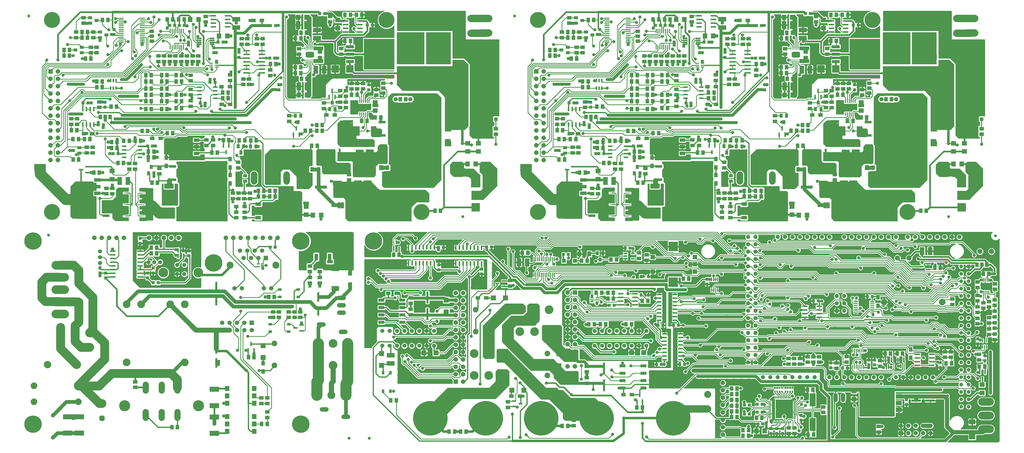
<source format=gtl>
G75*
G70*
%OFA0B0*%
%FSLAX24Y24*%
%IPPOS*%
%LPD*%
%AMOC8*
5,1,8,0,0,1.08239X$1,22.5*
%
%ADD10R,0.0591X0.0472*%
%ADD11R,0.0433X0.0394*%
%ADD12R,0.0512X0.0591*%
%ADD13R,0.0591X0.0512*%
%ADD14R,0.1063X0.0630*%
%ADD15R,0.0680X0.0190*%
%ADD16R,0.0394X0.0433*%
%ADD17R,0.0138X0.0630*%
%ADD18R,0.0630X0.0710*%
%ADD19C,0.0885*%
%ADD20R,0.0472X0.0591*%
%ADD21R,0.0750X0.0450*%
%ADD22R,0.1250X0.2000*%
%ADD23R,0.0610X0.0236*%
%ADD24R,0.0394X0.0551*%
%ADD25R,0.0551X0.0394*%
%ADD26R,0.0220X0.0600*%
%ADD27R,0.0220X0.0520*%
%ADD28R,0.0980X0.0370*%
%ADD29R,0.2570X0.2650*%
%ADD30R,0.0236X0.0610*%
%ADD31R,0.0709X0.0630*%
%ADD32R,0.0780X0.0220*%
%ADD33R,0.0594X0.0594*%
%ADD34OC8,0.0594*%
%ADD35R,0.2244X0.2165*%
%ADD36R,0.0669X0.0512*%
%ADD37R,0.0709X0.1260*%
%ADD38R,0.0600X0.1200*%
%ADD39R,0.1200X0.0600*%
%ADD40R,0.0180X0.0500*%
%ADD41R,0.1160X0.0690*%
%ADD42R,0.0630X0.1063*%
%ADD43C,0.1236*%
%ADD44OC8,0.1236*%
%ADD45R,0.2165X0.2244*%
%ADD46R,0.0512X0.0669*%
%ADD47R,0.0460X0.0140*%
%ADD48R,0.0220X0.0500*%
%ADD49R,0.0630X0.0709*%
%ADD50R,0.0866X0.0236*%
%ADD51C,0.1000*%
%ADD52R,0.1600X0.0430*%
%ADD53OC8,0.0560*%
%ADD54OC8,0.0520*%
%ADD55R,0.0866X0.0709*%
%ADD56R,0.1772X0.1673*%
%ADD57R,0.1640X0.0470*%
%ADD58R,0.1260X0.0709*%
%ADD59OC8,0.0885*%
%ADD60C,0.0825*%
%ADD61OC8,0.0760*%
%ADD62C,0.1502*%
%ADD63R,0.0598X0.0701*%
%ADD64C,0.1000*%
%ADD65R,0.0984X0.0709*%
%ADD66C,0.0594*%
%ADD67R,0.0551X0.0551*%
%ADD68C,0.0594*%
%ADD69R,0.0480X0.0880*%
%ADD70R,0.1417X0.0866*%
%ADD71C,0.0560*%
%ADD72C,0.1306*%
%ADD73C,0.0945*%
%ADD74R,0.0300X0.1280*%
%ADD75R,0.0400X0.0120*%
%ADD76R,0.0370X0.0520*%
%ADD77R,0.0220X0.0620*%
%ADD78OC8,0.0600*%
%ADD79R,0.0787X0.0394*%
%ADD80R,0.0140X0.0630*%
%ADD81R,0.0520X0.0220*%
%ADD82R,0.0787X0.0591*%
%ADD83R,0.0787X0.1496*%
%ADD84C,0.0397*%
%ADD85R,0.0580X0.0140*%
%ADD86R,0.0787X0.1772*%
%ADD87R,0.0600X0.0220*%
%ADD88R,0.0710X0.0630*%
%ADD89C,0.0860*%
%ADD90OC8,0.0860*%
%ADD91OC8,0.0554*%
%ADD92R,0.0240X0.0610*%
%ADD93R,0.0669X0.0709*%
%ADD94C,0.1181*%
%ADD95C,0.0768*%
%ADD96C,0.4685*%
%ADD97C,0.1065*%
%ADD98R,0.0610X0.0240*%
%ADD99R,0.0350X0.0500*%
%ADD100C,0.0515*%
%ADD101R,0.0515X0.0515*%
%ADD102R,0.0500X0.0220*%
%ADD103R,0.0551X0.0709*%
%ADD104R,0.0709X0.0669*%
%ADD105C,0.0554*%
%ADD106C,0.0063*%
%ADD107R,0.0197X0.0256*%
%ADD108R,0.0140X0.0520*%
%ADD109C,0.0400*%
%ADD110C,0.0700*%
%ADD111OC8,0.0700*%
%ADD112C,0.1181*%
%ADD113R,0.0140X0.0580*%
%ADD114R,0.1280X0.0300*%
%ADD115R,0.0300X0.1600*%
%ADD116OC8,0.0906*%
%ADD117R,0.0110X0.0550*%
%ADD118R,0.1120X0.0650*%
%ADD119R,0.1266X0.1266*%
%ADD120R,0.0472X0.0472*%
%ADD121R,0.0100X0.0500*%
%ADD122R,0.0750X0.0100*%
%ADD123C,0.0050*%
%ADD124R,0.0170X0.0560*%
%ADD125R,0.0740X0.0620*%
%ADD126R,0.0140X0.0460*%
%ADD127OC8,0.1000*%
%ADD128R,0.0500X0.0350*%
%ADD129C,0.0600*%
%ADD130R,0.0650X0.0170*%
%ADD131R,0.1060X0.0400*%
%ADD132R,0.4120X0.4170*%
%ADD133R,0.1004X0.0984*%
%ADD134C,0.1063*%
%ADD135R,0.0880X0.0480*%
%ADD136R,0.0866X0.1417*%
%ADD137R,0.1181X0.1181*%
%ADD138R,0.0396X0.0396*%
%ADD139C,0.0120*%
%ADD140C,0.0160*%
%ADD141C,0.0100*%
%ADD142OC8,0.0396*%
%ADD143C,0.0400*%
%ADD144C,0.0240*%
%ADD145C,0.0140*%
%ADD146C,0.0320*%
%ADD147C,0.0560*%
%ADD148C,0.0200*%
%ADD149C,0.0660*%
%ADD150R,0.0436X0.0436*%
%ADD151C,0.1500*%
%ADD152C,0.2165*%
%ADD153C,0.0500*%
%ADD154C,0.0180*%
%ADD155C,0.0080*%
%ADD156C,0.1200*%
%ADD157C,0.2362*%
%ADD158C,0.0700*%
D10*
X053141Y023578D03*
X054283Y023578D03*
X065266Y022953D03*
X066408Y022953D03*
X069822Y009653D03*
X070964Y009653D03*
X084967Y009840D03*
X086109Y009840D03*
X098308Y033803D03*
X098308Y034553D03*
X098308Y035303D03*
X099450Y035303D03*
X099450Y034553D03*
X099450Y033803D03*
X088100Y044528D03*
X086958Y044528D03*
X078850Y045178D03*
X077708Y045178D03*
X096358Y049153D03*
X097500Y049153D03*
X097475Y051528D03*
X096333Y051528D03*
X110508Y047703D03*
X111650Y047703D03*
X101800Y060503D03*
X100658Y060503D03*
X045902Y047703D03*
X044760Y047703D03*
X031752Y049153D03*
X030610Y049153D03*
X030585Y051528D03*
X031727Y051528D03*
X022352Y044528D03*
X021210Y044528D03*
X013102Y045178D03*
X011960Y045178D03*
X032560Y035303D03*
X032560Y034553D03*
X032560Y033803D03*
X033702Y033803D03*
X033702Y034553D03*
X033702Y035303D03*
X034910Y060503D03*
X036052Y060503D03*
D11*
X030791Y057578D03*
X030122Y057578D03*
X025541Y059853D03*
X024872Y059853D03*
X024241Y059853D03*
X023572Y059853D03*
X037097Y055403D03*
X037766Y055403D03*
X038331Y051788D03*
X038331Y051119D03*
X029691Y052153D03*
X029022Y052153D03*
X028366Y049303D03*
X027697Y049303D03*
X021241Y043503D03*
X020572Y043503D03*
X016566Y042478D03*
X015897Y042478D03*
X014591Y046378D03*
X013922Y046378D03*
X012516Y049328D03*
X011847Y049328D03*
X050322Y059878D03*
X050991Y059878D03*
X077595Y049328D03*
X078264Y049328D03*
X079670Y046378D03*
X080339Y046378D03*
X086320Y043503D03*
X086989Y043503D03*
X082314Y042478D03*
X081645Y042478D03*
X093445Y049303D03*
X094114Y049303D03*
X094770Y052153D03*
X095439Y052153D03*
X102845Y055403D03*
X103514Y055403D03*
X096539Y057578D03*
X095870Y057578D03*
X091289Y059853D03*
X090620Y059853D03*
X089989Y059853D03*
X089320Y059853D03*
X104079Y051788D03*
X104079Y051119D03*
X116070Y059878D03*
X116739Y059878D03*
X085871Y029678D03*
X085202Y029678D03*
X083721Y021928D03*
X083052Y021928D03*
X089652Y019228D03*
X090321Y019228D03*
X091727Y019228D03*
X092396Y019228D03*
X092577Y013953D03*
X093246Y013953D03*
X090096Y013953D03*
X089427Y013953D03*
X101332Y008453D03*
X102001Y008453D03*
X103057Y008528D03*
X103726Y008528D03*
X103726Y007478D03*
X103057Y007478D03*
X102001Y007203D03*
X101332Y007203D03*
X103157Y005878D03*
X103826Y005878D03*
X114607Y013453D03*
X115276Y013453D03*
X111351Y022528D03*
X110682Y022528D03*
X117957Y023153D03*
X118626Y023153D03*
X067121Y029853D03*
X066452Y029853D03*
X060621Y029778D03*
X059952Y029778D03*
X019562Y030319D03*
X019562Y030988D03*
D12*
X021063Y029753D03*
X021811Y029753D03*
X021811Y028978D03*
X021063Y028978D03*
X036963Y023078D03*
X037711Y023078D03*
X053863Y028778D03*
X054611Y028778D03*
X059457Y034728D03*
X060205Y034728D03*
X053755Y040578D03*
X053007Y040578D03*
X044455Y040353D03*
X043707Y040353D03*
X042855Y040353D03*
X042107Y040353D03*
X042782Y043528D03*
X043530Y043528D03*
X043457Y045578D03*
X044205Y045578D03*
X044205Y046353D03*
X043457Y046353D03*
X042655Y045578D03*
X041907Y045578D03*
X035280Y044278D03*
X034532Y044278D03*
X033730Y044278D03*
X032982Y044278D03*
X031580Y044303D03*
X030832Y044303D03*
X030005Y042603D03*
X029257Y042603D03*
X023980Y045228D03*
X023232Y045228D03*
X020584Y045547D03*
X019836Y045547D03*
X019655Y044203D03*
X018907Y044203D03*
X018101Y044205D03*
X017353Y044205D03*
X016455Y044028D03*
X015707Y044028D03*
X015707Y043253D03*
X016455Y043253D03*
X016557Y041203D03*
X017305Y041203D03*
X020682Y041960D03*
X021430Y041960D03*
X021430Y042729D03*
X020682Y042729D03*
X014055Y039903D03*
X013307Y039903D03*
X011255Y041678D03*
X010507Y041678D03*
X010482Y044428D03*
X011230Y044428D03*
X012032Y044428D03*
X012780Y044428D03*
X011005Y045653D03*
X010257Y045653D03*
X014162Y047453D03*
X014831Y047453D03*
X015500Y047453D03*
X015632Y048853D03*
X016380Y048853D03*
X020332Y048503D03*
X021080Y048503D03*
X022457Y048503D03*
X023205Y048503D03*
X024432Y048653D03*
X025180Y048653D03*
X025180Y049578D03*
X024432Y049578D03*
X024432Y050428D03*
X025180Y050428D03*
X023205Y050428D03*
X022457Y050428D03*
X022457Y049578D03*
X023205Y049578D03*
X021080Y049578D03*
X020332Y049578D03*
X020332Y050428D03*
X021080Y050428D03*
X021080Y051273D03*
X020332Y051273D03*
X020332Y052253D03*
X021080Y052253D03*
X022457Y052253D03*
X023205Y052253D03*
X023205Y051273D03*
X022457Y051273D03*
X024432Y052253D03*
X025180Y052253D03*
X025180Y053103D03*
X024432Y053103D03*
X023205Y053103D03*
X022457Y053103D03*
X021080Y053103D03*
X020332Y053103D03*
X014455Y052253D03*
X013707Y052253D03*
X013707Y051478D03*
X014455Y051478D03*
X012905Y055328D03*
X012157Y055328D03*
X010005Y055728D03*
X009257Y055728D03*
X009257Y056503D03*
X010005Y056503D03*
X011707Y058178D03*
X012455Y058178D03*
X012455Y058953D03*
X011707Y058953D03*
X014457Y060578D03*
X015205Y060578D03*
X023232Y060628D03*
X023980Y060628D03*
X024782Y060628D03*
X025530Y060628D03*
X037207Y054603D03*
X037955Y054603D03*
X040557Y054178D03*
X041305Y054178D03*
X041305Y053378D03*
X040557Y053378D03*
X041407Y052603D03*
X042155Y052603D03*
X048182Y050428D03*
X048930Y050428D03*
X054757Y049853D03*
X055505Y049853D03*
X052130Y047378D03*
X051382Y047378D03*
X050280Y046903D03*
X049532Y046903D03*
X031480Y049978D03*
X030732Y049978D03*
X030732Y050753D03*
X031480Y050753D03*
X047282Y057728D03*
X048030Y057728D03*
X042080Y058853D03*
X041332Y058853D03*
X041330Y058078D03*
X040582Y058078D03*
X047282Y061278D03*
X048030Y061278D03*
X048832Y061278D03*
X049580Y061278D03*
X075005Y056503D03*
X075753Y056503D03*
X075753Y055728D03*
X075005Y055728D03*
X077905Y055328D03*
X078653Y055328D03*
X078203Y058178D03*
X077455Y058178D03*
X077455Y058953D03*
X078203Y058953D03*
X080205Y060578D03*
X080953Y060578D03*
X088980Y060628D03*
X089728Y060628D03*
X090530Y060628D03*
X091278Y060628D03*
X102955Y054603D03*
X103703Y054603D03*
X106305Y054178D03*
X107053Y054178D03*
X107053Y053378D03*
X106305Y053378D03*
X107155Y052603D03*
X107903Y052603D03*
X113930Y050428D03*
X114678Y050428D03*
X120505Y049853D03*
X121253Y049853D03*
X117878Y047378D03*
X117130Y047378D03*
X116028Y046903D03*
X115280Y046903D03*
X109953Y046353D03*
X109205Y046353D03*
X109205Y045578D03*
X109953Y045578D03*
X108403Y045578D03*
X107655Y045578D03*
X108530Y043528D03*
X109278Y043528D03*
X109455Y040353D03*
X110203Y040353D03*
X108603Y040353D03*
X107855Y040353D03*
X103603Y037453D03*
X102855Y037453D03*
X102855Y036678D03*
X103603Y036678D03*
X102053Y036678D03*
X101305Y036678D03*
X101305Y037453D03*
X102053Y037453D03*
X095753Y042603D03*
X095005Y042603D03*
X096580Y044303D03*
X097328Y044303D03*
X098730Y044278D03*
X099478Y044278D03*
X100280Y044278D03*
X101028Y044278D03*
X090928Y048653D03*
X090180Y048653D03*
X088953Y048503D03*
X088205Y048503D03*
X086828Y048503D03*
X086080Y048503D03*
X086080Y049578D03*
X086828Y049578D03*
X086828Y050428D03*
X086080Y050428D03*
X088205Y050428D03*
X088953Y050428D03*
X088953Y049578D03*
X088205Y049578D03*
X090180Y049578D03*
X090928Y049578D03*
X090928Y050428D03*
X090180Y050428D03*
X088953Y051273D03*
X088205Y051273D03*
X088205Y052253D03*
X088953Y052253D03*
X090180Y052253D03*
X090928Y052253D03*
X090928Y053103D03*
X090180Y053103D03*
X088953Y053103D03*
X088205Y053103D03*
X086828Y053103D03*
X086080Y053103D03*
X086080Y052253D03*
X086828Y052253D03*
X086828Y051273D03*
X086080Y051273D03*
X082128Y048853D03*
X081380Y048853D03*
X081248Y047453D03*
X080579Y047453D03*
X079910Y047453D03*
X076753Y045653D03*
X076005Y045653D03*
X076230Y044428D03*
X076978Y044428D03*
X077780Y044428D03*
X078528Y044428D03*
X081455Y044028D03*
X082203Y044028D03*
X082203Y043253D03*
X081455Y043253D03*
X083101Y044205D03*
X083849Y044205D03*
X084655Y044203D03*
X085403Y044203D03*
X085584Y045547D03*
X086332Y045547D03*
X088980Y045228D03*
X089728Y045228D03*
X087178Y042729D03*
X086430Y042729D03*
X086430Y041960D03*
X087178Y041960D03*
X083053Y041203D03*
X082305Y041203D03*
X079803Y039903D03*
X079055Y039903D03*
X077003Y041678D03*
X076255Y041678D03*
X086905Y038528D03*
X087653Y038528D03*
X072036Y029053D03*
X071288Y029053D03*
X079313Y027978D03*
X080061Y027978D03*
X083288Y028128D03*
X084036Y028128D03*
X093063Y025528D03*
X093811Y025528D03*
X088261Y022553D03*
X087513Y022553D03*
X083611Y022853D03*
X082863Y022853D03*
X082863Y023628D03*
X083611Y023628D03*
X082036Y023628D03*
X081288Y023628D03*
X081036Y019378D03*
X080288Y019378D03*
X081838Y019378D03*
X082586Y019378D03*
X085313Y019378D03*
X086061Y019378D03*
X099593Y010678D03*
X100341Y010678D03*
X100341Y009903D03*
X099593Y009903D03*
X099593Y009128D03*
X100341Y009128D03*
X100341Y008353D03*
X099593Y008353D03*
X099593Y007578D03*
X100341Y007578D03*
X100341Y006803D03*
X099593Y006803D03*
X101143Y005053D03*
X101891Y005053D03*
X101891Y004278D03*
X101143Y004278D03*
X102968Y006703D03*
X103716Y006703D03*
X109943Y004453D03*
X110691Y004453D03*
X110616Y010503D03*
X109868Y010503D03*
X120368Y015403D03*
X121116Y015403D03*
X121993Y015403D03*
X122741Y015403D03*
X128613Y014073D03*
X129361Y014073D03*
X133118Y013628D03*
X133866Y013628D03*
X133663Y026203D03*
X134411Y026203D03*
X134156Y027453D03*
X133487Y027453D03*
X132817Y027453D03*
X127841Y027003D03*
X127093Y027003D03*
X125953Y034728D03*
X125205Y034728D03*
X119503Y040578D03*
X118755Y040578D03*
X097228Y049978D03*
X096480Y049978D03*
X096480Y050753D03*
X097228Y050753D03*
X113030Y057728D03*
X113778Y057728D03*
X107828Y058853D03*
X107080Y058853D03*
X107078Y058078D03*
X106330Y058078D03*
X113030Y061278D03*
X113778Y061278D03*
X114580Y061278D03*
X115328Y061278D03*
X080203Y052253D03*
X079455Y052253D03*
X079455Y051478D03*
X080203Y051478D03*
X037855Y037453D03*
X037107Y037453D03*
X037107Y036678D03*
X037855Y036678D03*
X036305Y036678D03*
X035557Y036678D03*
X035557Y037453D03*
X036305Y037453D03*
X021905Y038528D03*
X021157Y038528D03*
X034238Y014903D03*
X034986Y014903D03*
X053488Y009078D03*
X054236Y009078D03*
X061388Y004828D03*
X062136Y004828D03*
X062938Y004828D03*
X063686Y004828D03*
X076688Y005610D03*
X077436Y005610D03*
X086788Y008103D03*
X087536Y008103D03*
X036761Y005878D03*
X036013Y005878D03*
X024611Y005428D03*
X023863Y005428D03*
D13*
X018912Y010829D03*
X018912Y011577D03*
X035987Y009402D03*
X036762Y009402D03*
X036762Y008654D03*
X035987Y008654D03*
X036762Y007502D03*
X036762Y006754D03*
X037562Y020304D03*
X037562Y021052D03*
X038337Y021052D03*
X038337Y020304D03*
X039687Y020304D03*
X039687Y021052D03*
X040462Y021052D03*
X040462Y020304D03*
X041237Y020304D03*
X041237Y021052D03*
X042537Y024954D03*
X043887Y024954D03*
X043887Y025702D03*
X043887Y026504D03*
X043887Y027252D03*
X042537Y027252D03*
X042537Y026504D03*
X042537Y025702D03*
X056187Y022952D03*
X056187Y022204D03*
X056187Y021402D03*
X056187Y020654D03*
X069637Y024554D03*
X069637Y025302D03*
X087087Y028279D03*
X087087Y029027D03*
X088112Y028777D03*
X088112Y028029D03*
X097854Y036379D03*
X097854Y037127D03*
X098629Y037127D03*
X098629Y036379D03*
X099404Y036379D03*
X099404Y037127D03*
X100179Y037127D03*
X100179Y036379D03*
X098604Y040554D03*
X098604Y041302D03*
X095204Y043579D03*
X094304Y043579D03*
X094304Y044327D03*
X095204Y044327D03*
X092154Y048884D03*
X092154Y049632D03*
X092154Y050429D03*
X092154Y051177D03*
X092154Y052329D03*
X092154Y053077D03*
X092429Y054954D03*
X092429Y055702D03*
X091654Y055702D03*
X091654Y054954D03*
X090879Y054954D03*
X090879Y055702D03*
X090104Y055702D03*
X090104Y054954D03*
X089329Y054954D03*
X089329Y055702D03*
X088554Y055702D03*
X088554Y054954D03*
X087804Y054954D03*
X087804Y055702D03*
X086904Y057709D03*
X086904Y058378D03*
X086904Y059048D03*
X093204Y055702D03*
X093204Y054954D03*
X097479Y053127D03*
X099279Y052577D03*
X099279Y051829D03*
X100054Y051829D03*
X100054Y052577D03*
X097479Y052379D03*
X102929Y053054D03*
X102929Y053802D03*
X106829Y055929D03*
X106829Y056677D03*
X109654Y056227D03*
X109654Y055479D03*
X112529Y055954D03*
X112529Y056702D03*
X111029Y060304D03*
X111029Y061052D03*
X101904Y058027D03*
X101904Y057279D03*
X101129Y057279D03*
X101129Y058027D03*
X099829Y058027D03*
X099829Y057279D03*
X099054Y057279D03*
X099054Y058027D03*
X094204Y060304D03*
X094204Y061052D03*
X079004Y058927D03*
X079004Y058179D03*
X078654Y056877D03*
X079429Y056877D03*
X079429Y056129D03*
X078654Y056129D03*
X076654Y058179D03*
X076654Y058927D03*
X077654Y060129D03*
X077654Y060877D03*
X079779Y049477D03*
X079779Y048729D03*
X076779Y047202D03*
X076779Y046454D03*
X076004Y046454D03*
X076004Y047202D03*
X078104Y043327D03*
X078104Y042579D03*
X078879Y042579D03*
X078879Y043327D03*
X083854Y041127D03*
X083854Y040379D03*
X084629Y040379D03*
X084629Y041127D03*
X087929Y040477D03*
X087929Y039729D03*
X081554Y037777D03*
X081554Y037029D03*
X080754Y037029D03*
X080754Y037777D03*
X067706Y045104D03*
X067706Y045852D03*
X052481Y050659D03*
X052481Y051328D03*
X052481Y051998D03*
X051531Y051152D03*
X051531Y050404D03*
X049731Y051229D03*
X049731Y051977D03*
X048956Y051977D03*
X048956Y051229D03*
X048181Y051229D03*
X048181Y051977D03*
X047406Y051002D03*
X047406Y050254D03*
X046631Y050254D03*
X046631Y051002D03*
X046631Y049452D03*
X046631Y048704D03*
X047406Y048704D03*
X047406Y049452D03*
X044456Y049327D03*
X044456Y048579D03*
X039731Y047602D03*
X039731Y046854D03*
X029456Y044327D03*
X028556Y044327D03*
X028556Y043579D03*
X029456Y043579D03*
X032856Y041302D03*
X032856Y040554D03*
X032881Y037127D03*
X032881Y036379D03*
X032106Y036379D03*
X032106Y037127D03*
X033656Y037127D03*
X033656Y036379D03*
X034431Y036379D03*
X034431Y037127D03*
X022181Y039729D03*
X022181Y040477D03*
X018881Y040379D03*
X018881Y041127D03*
X018106Y041127D03*
X018106Y040379D03*
X015806Y037777D03*
X015806Y037029D03*
X015006Y037029D03*
X015006Y037777D03*
X013131Y042579D03*
X013131Y043327D03*
X012356Y043327D03*
X012356Y042579D03*
X011031Y046454D03*
X011031Y047202D03*
X010256Y047202D03*
X010256Y046454D03*
X014031Y048729D03*
X014031Y049477D03*
X022056Y054954D03*
X022056Y055702D03*
X022806Y055702D03*
X022806Y054954D03*
X023581Y054954D03*
X023581Y055702D03*
X024356Y055702D03*
X024356Y054954D03*
X025131Y054954D03*
X025131Y055702D03*
X025906Y055702D03*
X025906Y054954D03*
X026681Y054954D03*
X026681Y055702D03*
X027456Y055702D03*
X027456Y054954D03*
X026406Y053077D03*
X026406Y052329D03*
X026406Y051177D03*
X026406Y050429D03*
X026406Y049632D03*
X026406Y048884D03*
X031731Y052379D03*
X033531Y052577D03*
X033531Y051829D03*
X034306Y051829D03*
X034306Y052577D03*
X031731Y053127D03*
X037181Y053054D03*
X037181Y053802D03*
X041081Y055929D03*
X041081Y056677D03*
X043906Y056227D03*
X043906Y055479D03*
X046781Y055954D03*
X046781Y056702D03*
X045281Y060304D03*
X045281Y061052D03*
X036156Y058027D03*
X036156Y057279D03*
X035381Y057279D03*
X035381Y058027D03*
X034081Y058027D03*
X034081Y057279D03*
X033306Y057279D03*
X033306Y058027D03*
X028456Y060304D03*
X028456Y061052D03*
X021156Y059048D03*
X021156Y058378D03*
X021156Y057709D03*
X013681Y056877D03*
X012906Y056877D03*
X012906Y056129D03*
X013681Y056129D03*
X013256Y058179D03*
X013256Y058927D03*
X011906Y060129D03*
X011906Y060877D03*
X010906Y058927D03*
X010906Y058179D03*
X047831Y039652D03*
X047831Y038904D03*
X080012Y013677D03*
X080012Y012929D03*
X080012Y012127D03*
X080012Y011379D03*
X078243Y006377D03*
X078243Y005629D03*
X069343Y008110D03*
X069343Y008858D03*
X107342Y005327D03*
X107342Y004579D03*
X108117Y004579D03*
X108117Y005327D03*
X112012Y007429D03*
X112012Y008177D03*
X119512Y005532D03*
X119512Y004784D03*
X119717Y013679D03*
X119717Y014427D03*
X115167Y014254D03*
X113792Y014152D03*
X113792Y013404D03*
X111442Y014229D03*
X111442Y014977D03*
X110667Y014977D03*
X110667Y014229D03*
X109892Y014229D03*
X109892Y014977D03*
X108842Y014727D03*
X108842Y013979D03*
X108067Y013979D03*
X108067Y014727D03*
X107292Y014727D03*
X107292Y013979D03*
X115167Y015002D03*
X128487Y014904D03*
X129262Y014904D03*
X129262Y015652D03*
X128487Y015652D03*
X133087Y015297D03*
X133087Y014549D03*
X135212Y017279D03*
X135212Y018027D03*
X134437Y017979D03*
X134437Y018727D03*
X135212Y018829D03*
X135212Y019577D03*
X134437Y019529D03*
X134437Y020277D03*
X135212Y020379D03*
X135212Y021127D03*
X134437Y021704D03*
X134437Y022452D03*
X133662Y022277D03*
X133662Y021529D03*
X132887Y021727D03*
X132887Y020979D03*
X132882Y020177D03*
X132882Y019429D03*
X135212Y021929D03*
X135212Y022677D03*
X132887Y022529D03*
X132887Y023277D03*
X135237Y024104D03*
X135237Y024852D03*
X132887Y025102D03*
X132887Y024354D03*
X129467Y022802D03*
X129467Y022054D03*
X113579Y038904D03*
X113579Y039652D03*
X105479Y046854D03*
X105479Y047602D03*
X110204Y048579D03*
X112379Y048704D03*
X112379Y049452D03*
X113154Y049452D03*
X113154Y048704D03*
X113154Y050254D03*
X113154Y051002D03*
X112379Y051002D03*
X112379Y050254D03*
X110204Y049327D03*
X113929Y051229D03*
X113929Y051977D03*
X114704Y051977D03*
X114704Y051229D03*
X115479Y051229D03*
X115479Y051977D03*
X118229Y051998D03*
X118229Y051328D03*
X118229Y050659D03*
X117279Y050404D03*
X117279Y051152D03*
X133454Y045852D03*
X133454Y045104D03*
D14*
X116404Y043830D03*
X115029Y043805D03*
X115029Y042702D03*
X116404Y042727D03*
X116079Y039630D03*
X114804Y039630D03*
X114804Y038527D03*
X116079Y038527D03*
X109254Y058102D03*
X109254Y059205D03*
X098329Y059552D03*
X098329Y060655D03*
X050656Y043830D03*
X049281Y043805D03*
X049281Y042702D03*
X050656Y042727D03*
X050331Y039630D03*
X049056Y039630D03*
X049056Y038527D03*
X050331Y038527D03*
X043506Y058102D03*
X043506Y059205D03*
X032581Y059552D03*
X032581Y060655D03*
X053487Y015180D03*
X053487Y014077D03*
D15*
X029311Y057298D03*
X029311Y057548D03*
X029311Y057808D03*
X029311Y058058D03*
X027551Y058058D03*
X027551Y057808D03*
X027551Y057548D03*
X027551Y057298D03*
X093299Y057298D03*
X093299Y057548D03*
X093299Y057808D03*
X093299Y058058D03*
X095059Y058058D03*
X095059Y057808D03*
X095059Y057548D03*
X095059Y057298D03*
D16*
X095279Y056813D03*
X095279Y056144D03*
X098704Y056188D03*
X098704Y055519D03*
X091854Y057569D03*
X091854Y058238D03*
X081779Y058594D03*
X081779Y059263D03*
X080554Y049438D03*
X080554Y048769D03*
X102970Y059803D03*
X103639Y059803D03*
X109620Y061428D03*
X110289Y061428D03*
X116254Y051788D03*
X116254Y051119D03*
X077521Y028828D03*
X076852Y028828D03*
X065787Y026838D03*
X065787Y026169D03*
X059987Y026744D03*
X059987Y027413D03*
X037846Y029803D03*
X037177Y029803D03*
X026162Y029313D03*
X026162Y028644D03*
X021337Y026988D03*
X021337Y026319D03*
X020562Y026313D03*
X020562Y025644D03*
X021352Y025003D03*
X022021Y025003D03*
X014912Y025644D03*
X014912Y026313D03*
X014137Y026294D03*
X014137Y026963D03*
X014806Y048769D03*
X014806Y049438D03*
X029531Y056144D03*
X029531Y056813D03*
X026106Y057569D03*
X026106Y058238D03*
X032956Y056188D03*
X032956Y055519D03*
X037222Y059803D03*
X037891Y059803D03*
X043872Y061428D03*
X044541Y061428D03*
X050506Y051788D03*
X050506Y051119D03*
X016031Y058594D03*
X016031Y059263D03*
X096287Y025463D03*
X096287Y024794D03*
X118167Y014538D03*
X118167Y013869D03*
X118942Y013869D03*
X118942Y014538D03*
X113017Y014138D03*
X113017Y013469D03*
X123262Y009163D03*
X123262Y008494D03*
X127832Y013494D03*
X127832Y014163D03*
X132912Y016719D03*
X132912Y017388D03*
X133862Y015108D03*
X133862Y014439D03*
X109017Y007038D03*
X109017Y006369D03*
X106492Y005238D03*
X106492Y004569D03*
X105717Y004569D03*
X105717Y005238D03*
X104942Y005238D03*
X104942Y004569D03*
D17*
X091190Y056876D03*
X090934Y056876D03*
X090678Y056876D03*
X090422Y056876D03*
X090166Y056876D03*
X089910Y056876D03*
X089655Y056876D03*
X089399Y056876D03*
X089399Y059081D03*
X089655Y059081D03*
X089910Y059081D03*
X090166Y059081D03*
X090422Y059081D03*
X090678Y059081D03*
X090934Y059081D03*
X091190Y059081D03*
X025442Y059081D03*
X025186Y059081D03*
X024930Y059081D03*
X024674Y059081D03*
X024418Y059081D03*
X024162Y059081D03*
X023907Y059081D03*
X023651Y059081D03*
X023651Y056876D03*
X023907Y056876D03*
X024162Y056876D03*
X024418Y056876D03*
X024674Y056876D03*
X024930Y056876D03*
X025186Y056876D03*
X025442Y056876D03*
D18*
X026346Y060628D03*
X027466Y060628D03*
X063471Y052578D03*
X064591Y052578D03*
X092094Y060628D03*
X093214Y060628D03*
X129219Y052578D03*
X130339Y052578D03*
X117939Y040578D03*
X116819Y040578D03*
X109814Y034128D03*
X108694Y034128D03*
X052191Y040578D03*
X051071Y040578D03*
X044066Y034128D03*
X042946Y034128D03*
D19*
X039373Y038737D02*
X039373Y039622D01*
X037173Y039622D02*
X037173Y038737D01*
X034973Y038737D02*
X034973Y039622D01*
X100722Y039622D02*
X100722Y038737D01*
X102922Y038737D02*
X102922Y039622D01*
X105122Y039622D02*
X105122Y038737D01*
D20*
X097479Y038432D03*
X097479Y039574D03*
X097479Y040607D03*
X097479Y041749D03*
X088854Y041949D03*
X088854Y040807D03*
X119392Y023024D03*
X119392Y021882D03*
X123837Y015979D03*
X123837Y014837D03*
X036212Y014099D03*
X036212Y012957D03*
X031731Y038432D03*
X031731Y039574D03*
X031731Y040607D03*
X031731Y041749D03*
X023106Y041949D03*
X023106Y040807D03*
D21*
X027191Y042493D03*
X027191Y043403D03*
X027191Y044313D03*
X035546Y035638D03*
X035546Y034728D03*
X035546Y033818D03*
X092939Y042493D03*
X092939Y043403D03*
X092939Y044313D03*
X101294Y035638D03*
X101294Y034728D03*
X101294Y033818D03*
D22*
X103564Y034728D03*
X090669Y043403D03*
X037816Y034728D03*
X024921Y043403D03*
D23*
X019544Y043455D03*
X019544Y042955D03*
X019544Y042455D03*
X019544Y041955D03*
X017418Y041955D03*
X017418Y042455D03*
X017418Y042955D03*
X017418Y043455D03*
X027618Y049980D03*
X027618Y050480D03*
X027618Y050980D03*
X027618Y051480D03*
X029744Y051480D03*
X029744Y050980D03*
X029744Y050480D03*
X029744Y049980D03*
X083166Y043455D03*
X083166Y042955D03*
X083166Y042455D03*
X083166Y041955D03*
X085292Y041955D03*
X085292Y042455D03*
X085292Y042955D03*
X085292Y043455D03*
X093366Y049980D03*
X093366Y050480D03*
X093366Y050980D03*
X093366Y051480D03*
X095492Y051480D03*
X095492Y050980D03*
X095492Y050480D03*
X095492Y049980D03*
D24*
X106305Y047611D03*
X107053Y047611D03*
X106679Y046745D03*
X110955Y048520D03*
X111703Y048520D03*
X111329Y049386D03*
X101003Y043436D03*
X100255Y043436D03*
X099328Y043461D03*
X098580Y043461D03*
X098954Y042595D03*
X100629Y042570D03*
X087203Y039795D03*
X086455Y039795D03*
X086829Y040661D03*
X082186Y029011D03*
X081438Y029011D03*
X081812Y028145D03*
X040931Y046745D03*
X040557Y047611D03*
X041305Y047611D03*
X045207Y048520D03*
X045955Y048520D03*
X045581Y049386D03*
X035255Y043436D03*
X034507Y043436D03*
X033580Y043461D03*
X032832Y043461D03*
X033206Y042595D03*
X034881Y042570D03*
X021455Y039795D03*
X020707Y039795D03*
X021081Y040661D03*
D25*
X011339Y042529D03*
X011339Y043277D03*
X010473Y042903D03*
X032898Y039103D03*
X033764Y038729D03*
X033764Y039477D03*
X011689Y056129D03*
X010823Y056503D03*
X011689Y056877D03*
X014148Y058179D03*
X014148Y058927D03*
X015014Y058553D03*
X013664Y060503D03*
X012798Y060129D03*
X012798Y060877D03*
X076571Y056503D03*
X077437Y056129D03*
X077437Y056877D03*
X079896Y058179D03*
X079896Y058927D03*
X080762Y058553D03*
X079412Y060503D03*
X078546Y060129D03*
X078546Y060877D03*
X077087Y043277D03*
X077087Y042529D03*
X076221Y042903D03*
X098646Y039103D03*
X099512Y038729D03*
X099512Y039477D03*
D26*
X106054Y045053D03*
X106854Y045053D03*
X106454Y045903D03*
X110904Y050128D03*
X111704Y050128D03*
X111304Y050978D03*
X045956Y050128D03*
X045156Y050128D03*
X045556Y050978D03*
X040706Y045903D03*
X040306Y045053D03*
X041106Y045053D03*
X034587Y016703D03*
X034987Y015853D03*
X034187Y015853D03*
X120442Y014503D03*
X121242Y014503D03*
X122092Y014553D03*
X122892Y014553D03*
X122492Y013703D03*
X120842Y013653D03*
D27*
X133172Y012858D03*
X133912Y012858D03*
X133542Y011998D03*
X087532Y008923D03*
X086792Y008923D03*
X087162Y009783D03*
X054607Y029623D03*
X053867Y029623D03*
X054237Y030483D03*
X031206Y042673D03*
X030836Y043533D03*
X031576Y043533D03*
X096584Y043533D03*
X097324Y043533D03*
X096954Y042673D03*
D28*
X089736Y040736D03*
X089736Y038936D03*
X080699Y035878D03*
X080699Y034078D03*
X052311Y044928D03*
X052311Y046728D03*
X023988Y040736D03*
X023988Y038936D03*
X014951Y035878D03*
X014951Y034078D03*
X118059Y044928D03*
X118059Y046728D03*
D29*
X120639Y045828D03*
X092316Y039836D03*
X078119Y034978D03*
X054891Y045828D03*
X026568Y039836D03*
X012371Y034978D03*
D30*
X012308Y046390D03*
X011808Y046390D03*
X012808Y046390D03*
X013308Y046390D03*
X013308Y048516D03*
X012808Y048516D03*
X012308Y048516D03*
X011808Y048516D03*
X077556Y048516D03*
X078056Y048516D03*
X078556Y048516D03*
X079056Y048516D03*
X079056Y046390D03*
X078556Y046390D03*
X078056Y046390D03*
X077556Y046390D03*
D31*
X065356Y043880D03*
X063906Y043880D03*
X063906Y042777D03*
X065356Y042777D03*
X051381Y048302D03*
X051381Y049405D03*
X057681Y053927D03*
X058656Y053927D03*
X058656Y055030D03*
X057681Y055030D03*
X057681Y058477D03*
X058656Y058477D03*
X058656Y059580D03*
X057681Y059580D03*
X046306Y059477D03*
X046306Y060580D03*
X042031Y035305D03*
X042031Y034202D03*
X107779Y034202D03*
X107779Y035305D03*
X129654Y042777D03*
X131104Y042777D03*
X131104Y043880D03*
X129654Y043880D03*
X117129Y048302D03*
X117129Y049405D03*
X123429Y053927D03*
X124404Y053927D03*
X124404Y055030D03*
X123429Y055030D03*
X123429Y058477D03*
X124404Y058477D03*
X124404Y059580D03*
X123429Y059580D03*
X112054Y059477D03*
X112054Y060580D03*
X116162Y010330D03*
X116162Y009227D03*
D32*
X124747Y013803D03*
X124747Y014303D03*
X124747Y014803D03*
X124747Y015303D03*
X126687Y015303D03*
X126687Y014803D03*
X126687Y014303D03*
X126687Y013803D03*
X111462Y020303D03*
X111462Y020803D03*
X111462Y021303D03*
X111462Y021803D03*
X109522Y021803D03*
X109522Y021303D03*
X109522Y020803D03*
X109522Y020303D03*
X086532Y022003D03*
X086532Y022503D03*
X086532Y023003D03*
X086532Y023503D03*
X084592Y023503D03*
X084592Y023003D03*
X084592Y022503D03*
X084592Y022003D03*
X019562Y025778D03*
X019562Y026278D03*
X019562Y026778D03*
X019562Y027278D03*
X019562Y027778D03*
X019562Y028278D03*
X019562Y028778D03*
X019562Y029278D03*
X015862Y029278D03*
X015862Y028778D03*
X015862Y028278D03*
X015862Y027778D03*
X015862Y027278D03*
X015862Y026778D03*
X015862Y026278D03*
X015862Y025778D03*
X047361Y058928D03*
X047361Y059428D03*
X047361Y059928D03*
X047361Y060428D03*
X049301Y060428D03*
X049301Y059928D03*
X049301Y059428D03*
X049301Y058928D03*
X031401Y059653D03*
X031401Y060153D03*
X031401Y060653D03*
X031401Y061153D03*
X029461Y061153D03*
X029461Y060653D03*
X029461Y060153D03*
X029461Y059653D03*
X095209Y059653D03*
X095209Y060153D03*
X095209Y060653D03*
X095209Y061153D03*
X097149Y061153D03*
X097149Y060653D03*
X097149Y060153D03*
X097149Y059653D03*
X113109Y059428D03*
X113109Y058928D03*
X113109Y059928D03*
X113109Y060428D03*
X115049Y060428D03*
X115049Y059928D03*
X115049Y059428D03*
X115049Y058928D03*
D33*
X073186Y053594D03*
X088945Y028472D03*
X088945Y026504D03*
X094654Y026504D03*
X094654Y027488D03*
X094654Y028472D03*
X078414Y023673D03*
X062273Y011618D03*
X034662Y019578D03*
X036577Y028352D03*
X007438Y053594D03*
X122517Y004628D03*
D34*
X098417Y004428D03*
X098417Y005428D03*
X098417Y006428D03*
X098417Y007428D03*
X098417Y008428D03*
X098417Y009428D03*
X098417Y010428D03*
X098417Y011428D03*
X078414Y011673D03*
X077414Y011673D03*
X077414Y012673D03*
X077414Y013673D03*
X078414Y013673D03*
X078414Y012673D03*
X078414Y014673D03*
X077414Y014673D03*
X077414Y015673D03*
X077414Y016673D03*
X078414Y016673D03*
X078414Y015673D03*
X078414Y017673D03*
X077414Y017673D03*
X077414Y018673D03*
X078414Y018673D03*
X078414Y019673D03*
X077414Y019673D03*
X077414Y020673D03*
X077414Y021673D03*
X078414Y021673D03*
X078414Y020673D03*
X078414Y022673D03*
X077414Y022673D03*
X077414Y023673D03*
X063273Y023618D03*
X063273Y022618D03*
X062273Y022618D03*
X062273Y023618D03*
X062273Y021618D03*
X063273Y021618D03*
X063273Y020618D03*
X062273Y020618D03*
X062273Y019618D03*
X063273Y019618D03*
X063273Y018618D03*
X063273Y017618D03*
X062273Y017618D03*
X062273Y018618D03*
X062273Y016618D03*
X063273Y016618D03*
X063273Y015618D03*
X062273Y015618D03*
X062273Y014618D03*
X063273Y014618D03*
X063273Y013618D03*
X063273Y012618D03*
X062273Y012618D03*
X062273Y013618D03*
X063273Y011618D03*
X038162Y031078D03*
X037162Y031078D03*
X036162Y031078D03*
X035162Y031078D03*
X034162Y031078D03*
X033162Y031078D03*
X032162Y031078D03*
X031162Y031078D03*
X024762Y031078D03*
X023762Y031078D03*
X022762Y031078D03*
X021762Y031078D03*
X020762Y031078D03*
X017387Y031078D03*
X016387Y031078D03*
X015387Y031078D03*
X014387Y031078D03*
X013387Y031078D03*
X008438Y041594D03*
X007438Y041594D03*
X007438Y042594D03*
X008438Y042594D03*
X008438Y043594D03*
X007438Y043594D03*
X007438Y044594D03*
X008438Y044594D03*
X008438Y045594D03*
X007438Y045594D03*
X007438Y046594D03*
X008438Y046594D03*
X008438Y047594D03*
X007438Y047594D03*
X007438Y048594D03*
X008438Y048594D03*
X008438Y049594D03*
X007438Y049594D03*
X007438Y050594D03*
X008438Y050594D03*
X008438Y051594D03*
X007438Y051594D03*
X007438Y052594D03*
X008438Y052594D03*
X008438Y053594D03*
X073186Y052594D03*
X074186Y052594D03*
X074186Y053594D03*
X074186Y051594D03*
X074186Y050594D03*
X073186Y050594D03*
X073186Y051594D03*
X073186Y049594D03*
X074186Y049594D03*
X074186Y048594D03*
X074186Y047594D03*
X073186Y047594D03*
X073186Y048594D03*
X073186Y046594D03*
X073186Y045594D03*
X074186Y045594D03*
X074186Y046594D03*
X074186Y044594D03*
X073186Y044594D03*
X073186Y043594D03*
X073186Y042594D03*
X074186Y042594D03*
X074186Y043594D03*
X074186Y041594D03*
X073186Y041594D03*
D35*
X055205Y042403D03*
X120953Y042403D03*
D36*
X118418Y041504D03*
X118418Y043303D03*
X052670Y043303D03*
X052670Y041504D03*
D37*
X051134Y045553D03*
X048929Y045553D03*
X114677Y045553D03*
X116882Y045553D03*
D38*
X109894Y041978D03*
X107914Y041978D03*
X044146Y041978D03*
X042166Y041978D03*
D39*
X046256Y040493D03*
X046256Y038513D03*
X112004Y038513D03*
X112004Y040493D03*
D40*
X115012Y047823D03*
X115268Y047823D03*
X115524Y047823D03*
X115784Y047823D03*
X116040Y047823D03*
X116296Y047823D03*
X116296Y049583D03*
X116040Y049583D03*
X115784Y049583D03*
X115524Y049583D03*
X115268Y049583D03*
X115012Y049583D03*
X050548Y049583D03*
X050292Y049583D03*
X050036Y049583D03*
X049776Y049583D03*
X049520Y049583D03*
X049264Y049583D03*
X049264Y047823D03*
X049520Y047823D03*
X049776Y047823D03*
X050036Y047823D03*
X050292Y047823D03*
X050548Y047823D03*
D41*
X049906Y048703D03*
X115654Y048703D03*
D42*
X107880Y051578D03*
X106778Y051578D03*
X109103Y053853D03*
X110205Y053853D03*
X107805Y059878D03*
X106703Y059878D03*
X083655Y038778D03*
X082553Y038778D03*
X071938Y027753D03*
X070835Y027753D03*
X017907Y038778D03*
X016805Y038778D03*
X041030Y051578D03*
X042132Y051578D03*
X043355Y053853D03*
X044457Y053853D03*
X042057Y059878D03*
X040955Y059878D03*
X125365Y029278D03*
X126468Y029278D03*
D43*
X128978Y046753D03*
X129003Y053903D03*
X063255Y053903D03*
X063230Y046753D03*
D44*
X066183Y046753D03*
X066208Y053903D03*
X131956Y053903D03*
X131931Y046753D03*
D45*
X126229Y053004D03*
X121604Y053004D03*
X121604Y057429D03*
X126229Y057429D03*
X060481Y057429D03*
X055856Y057429D03*
X055856Y053004D03*
X060481Y053004D03*
D46*
X059582Y055540D03*
X061381Y055540D03*
X056756Y055540D03*
X054957Y055540D03*
X054957Y059965D03*
X056756Y059965D03*
X059582Y059965D03*
X061381Y059965D03*
X120705Y059965D03*
X122504Y059965D03*
X125330Y059965D03*
X127129Y059965D03*
X127129Y055540D03*
X125330Y055540D03*
X122504Y055540D03*
X120705Y055540D03*
D47*
X095674Y054713D03*
X095674Y054453D03*
X095674Y054193D03*
X094934Y054193D03*
X094934Y054453D03*
X094934Y054713D03*
X029926Y054713D03*
X029926Y054453D03*
X029926Y054193D03*
X029186Y054193D03*
X029186Y054453D03*
X029186Y054713D03*
X080692Y022938D03*
X080692Y022678D03*
X080692Y022418D03*
X081432Y022418D03*
X081432Y022678D03*
X081432Y022938D03*
D48*
X081309Y051343D03*
X081679Y051343D03*
X082049Y051343D03*
X082049Y052363D03*
X081679Y052363D03*
X081309Y052363D03*
X016301Y052363D03*
X015931Y052363D03*
X015561Y052363D03*
X015561Y051343D03*
X015931Y051343D03*
X016301Y051343D03*
D49*
X030255Y058403D03*
X031357Y058403D03*
X040955Y060953D03*
X042057Y060953D03*
X042132Y050403D03*
X041030Y050403D03*
X063880Y041078D03*
X064982Y041078D03*
X096003Y058403D03*
X097105Y058403D03*
X106703Y060953D03*
X107805Y060953D03*
X107880Y050403D03*
X106778Y050403D03*
X129628Y041078D03*
X130730Y041078D03*
X104068Y004928D03*
X102965Y004928D03*
D50*
X101774Y053403D03*
X101774Y053903D03*
X101774Y054403D03*
X101774Y054903D03*
X101774Y055403D03*
X101774Y055903D03*
X101774Y056403D03*
X099734Y056403D03*
X099734Y055903D03*
X099734Y055403D03*
X099734Y054903D03*
X099734Y054403D03*
X099734Y053903D03*
X099734Y053403D03*
X036026Y053403D03*
X036026Y053903D03*
X036026Y054403D03*
X036026Y054903D03*
X036026Y055403D03*
X036026Y055903D03*
X036026Y056403D03*
X033986Y056403D03*
X033986Y055903D03*
X033986Y055403D03*
X033986Y054903D03*
X033986Y054403D03*
X033986Y053903D03*
X033986Y053403D03*
D51*
X064331Y058774D02*
X066271Y058774D01*
X066756Y058803D02*
X065756Y058803D01*
X065756Y060772D02*
X066756Y060772D01*
X066310Y060782D02*
X064331Y060782D01*
X130079Y060782D02*
X132058Y060782D01*
X132504Y060772D02*
X131504Y060772D01*
X131504Y058803D02*
X132504Y058803D01*
X132019Y058774D02*
X130079Y058774D01*
X096242Y007903D02*
X092983Y007903D01*
X091701Y006622D01*
D52*
X107324Y037953D03*
X109784Y037953D03*
X044036Y037953D03*
X041576Y037953D03*
D53*
X007762Y004053D03*
X007762Y007053D03*
X056131Y049853D03*
X121879Y049853D03*
D54*
X119879Y049853D03*
X054131Y049853D03*
D55*
X061231Y045807D03*
X061231Y043799D03*
X064331Y058774D03*
X064331Y060782D03*
X126979Y045807D03*
X126979Y043799D03*
X130079Y058774D03*
X130079Y060782D03*
X132142Y006157D03*
X132142Y004149D03*
D56*
X119479Y034579D03*
X119479Y038720D03*
X053731Y038720D03*
X053731Y034579D03*
D57*
X049481Y035478D03*
X046281Y035478D03*
X112029Y035478D03*
X115229Y035478D03*
D58*
X089229Y035876D03*
X089229Y038081D03*
X029612Y010556D03*
X029612Y008351D03*
X029612Y006806D03*
X029612Y004601D03*
X011337Y004626D03*
X009787Y004626D03*
X009787Y006831D03*
X011337Y006831D03*
X023481Y035876D03*
X023481Y038081D03*
D59*
X011197Y011049D03*
X011222Y008868D03*
X005222Y008868D03*
X005197Y011049D03*
D60*
X020312Y011216D02*
X020312Y010391D01*
X022462Y010391D02*
X022462Y011216D01*
X024612Y011216D02*
X024612Y010391D01*
X024612Y007516D02*
X024612Y006691D01*
X022462Y006691D02*
X022462Y007516D01*
X020312Y007516D02*
X020312Y006691D01*
D61*
X014412Y006628D03*
X014412Y008628D03*
D62*
X017487Y008328D03*
X027487Y008328D03*
D63*
X031333Y008678D03*
X031333Y009678D03*
X031333Y010678D03*
X034990Y010678D03*
X034990Y009678D03*
X034990Y008678D03*
X034990Y006878D03*
X034990Y005878D03*
X034990Y004878D03*
X031333Y004878D03*
X031333Y005878D03*
X031333Y006878D03*
D64*
X012730Y016229D03*
X008793Y016977D03*
X012730Y018204D03*
X008793Y018952D03*
X007025Y013893D03*
X010962Y013893D03*
X062243Y040851D03*
X066180Y040851D03*
X066180Y046756D03*
X062243Y046756D03*
X127991Y046756D03*
X131928Y046756D03*
X131928Y040851D03*
X127991Y040851D03*
D65*
X045962Y026912D03*
X045962Y024195D03*
D66*
X046515Y022953D02*
X047109Y022953D01*
X047109Y021953D02*
X046515Y021953D01*
X046515Y020953D02*
X047109Y020953D01*
X113687Y009725D02*
X113687Y009131D01*
X114687Y009131D02*
X114687Y009725D01*
D67*
X078410Y027978D03*
X076914Y027978D03*
X047962Y026251D03*
X047962Y024755D03*
D68*
X037317Y024234D03*
X036317Y024234D03*
X033337Y024234D03*
X032337Y024234D03*
X033577Y028352D03*
X034577Y028352D03*
X035577Y028352D03*
X035077Y029352D03*
X034077Y029352D03*
X033077Y029352D03*
X036077Y029352D03*
X033662Y019578D03*
X032662Y019578D03*
X031662Y019578D03*
X030662Y019578D03*
X030662Y018578D03*
X031662Y018578D03*
X032662Y018578D03*
X033662Y018578D03*
X034662Y018578D03*
X122517Y005628D03*
X123517Y005628D03*
X124517Y005628D03*
X125517Y005628D03*
X126517Y005628D03*
X126517Y004628D03*
X125517Y004628D03*
X124517Y004628D03*
X123517Y004628D03*
D69*
X045222Y028483D03*
X044312Y028483D03*
X043402Y028483D03*
D70*
X044312Y030923D03*
D71*
X025555Y027418D03*
X024571Y027418D03*
X024571Y026158D03*
X025555Y026158D03*
D72*
X027433Y026355D03*
X022693Y026355D03*
D73*
X031727Y027384D03*
X037927Y027384D03*
D74*
X029862Y024478D03*
X029862Y022578D03*
X043662Y023078D03*
X043662Y021178D03*
X029862Y016028D03*
X029862Y014128D03*
D75*
X035562Y027156D03*
X035562Y027550D03*
X036112Y027550D03*
X036112Y027353D03*
X036112Y027156D03*
D76*
X025387Y029378D03*
D77*
X024707Y029378D03*
X024707Y028628D03*
X025467Y028628D03*
D78*
X011262Y026328D03*
X011262Y022328D03*
X113837Y021193D03*
D79*
X087679Y013728D03*
X087679Y012728D03*
X087679Y011728D03*
X087679Y010728D03*
X084844Y010728D03*
X084844Y011728D03*
X084844Y012728D03*
X084844Y013728D03*
X055054Y019628D03*
X055054Y020628D03*
X055054Y021628D03*
X055054Y022628D03*
X052219Y022628D03*
X052219Y021628D03*
X052219Y020628D03*
X052219Y019628D03*
D80*
X072857Y026078D03*
X073117Y026078D03*
X073357Y026078D03*
X073617Y026078D03*
X073857Y026078D03*
X074117Y026078D03*
X074357Y026078D03*
X074617Y026078D03*
X074857Y026078D03*
X075117Y026078D03*
X075357Y026078D03*
X075617Y026078D03*
X075617Y028178D03*
X075357Y028178D03*
X075117Y028178D03*
X074857Y028178D03*
X074617Y028178D03*
X074357Y028178D03*
X074117Y028178D03*
X073857Y028178D03*
X073617Y028178D03*
X073357Y028178D03*
X073117Y028178D03*
X072857Y028178D03*
D81*
X068742Y025248D03*
X068742Y024508D03*
X067882Y024878D03*
X070188Y008973D03*
X070188Y008233D03*
X071048Y008603D03*
D82*
X122232Y008703D03*
X122232Y007798D03*
X122232Y009609D03*
D83*
X119752Y008703D03*
D84*
X116517Y022928D03*
X115966Y022928D03*
D85*
X116407Y022448D03*
X116407Y022188D03*
X116407Y021938D03*
X116407Y021678D03*
X116407Y021418D03*
X116407Y021168D03*
X116407Y020908D03*
X118627Y020908D03*
X118627Y021168D03*
X118627Y021418D03*
X118627Y021678D03*
X118627Y021938D03*
X118627Y022188D03*
X118627Y022448D03*
D86*
X110567Y009152D03*
X110567Y005805D03*
D87*
X126167Y026778D03*
X125317Y027178D03*
X126167Y027578D03*
X078179Y039903D03*
X077329Y040303D03*
X078179Y040703D03*
X041412Y019278D03*
X041412Y018478D03*
X040562Y018878D03*
X012431Y039903D03*
X011581Y040303D03*
X012431Y040703D03*
D88*
X015781Y040138D03*
X015781Y039019D03*
X081529Y039019D03*
X081529Y040138D03*
X133492Y011188D03*
X133492Y010069D03*
D89*
X120237Y022378D03*
D90*
X128107Y022378D03*
D91*
X114837Y022193D03*
X113837Y022193D03*
X113837Y023193D03*
X114837Y023193D03*
X114837Y021193D03*
X102837Y021193D03*
X101837Y021193D03*
X101837Y020193D03*
X102837Y020193D03*
X102837Y019193D03*
X101837Y019193D03*
X101837Y018193D03*
X102837Y018193D03*
X102837Y017193D03*
X101837Y017193D03*
X101837Y016193D03*
X101837Y015193D03*
X102837Y015193D03*
X102837Y016193D03*
X102837Y014193D03*
X101837Y014193D03*
X103837Y012193D03*
X104837Y012193D03*
X105837Y012193D03*
X106837Y012193D03*
X107837Y012193D03*
X108837Y012193D03*
X109837Y012193D03*
X110837Y012193D03*
X112837Y012193D03*
X113837Y012193D03*
X114837Y012193D03*
X115837Y012193D03*
X116837Y012193D03*
X117837Y012193D03*
X118837Y012193D03*
X119837Y012193D03*
X121837Y012193D03*
X122837Y012193D03*
X123837Y012193D03*
X124837Y012193D03*
X125837Y012193D03*
X126837Y012193D03*
X102837Y022193D03*
X101837Y022193D03*
X101837Y023193D03*
X101837Y024193D03*
X102837Y024193D03*
X102837Y023193D03*
X102837Y025193D03*
X101837Y025193D03*
X101837Y026193D03*
X102837Y026193D03*
X102837Y027193D03*
X101837Y027193D03*
X101837Y028193D03*
X101837Y029193D03*
X102837Y029193D03*
X102837Y028193D03*
X102837Y030193D03*
X101837Y030193D03*
X101837Y031193D03*
X102837Y031193D03*
X105837Y031193D03*
X106837Y031193D03*
X107837Y031193D03*
X108837Y031193D03*
X109837Y031193D03*
X110837Y031193D03*
X111837Y031193D03*
X112837Y031193D03*
X114837Y031193D03*
X115837Y031193D03*
X116837Y031193D03*
X117837Y031193D03*
X118837Y031193D03*
X119837Y031193D03*
X120837Y031193D03*
X121837Y031193D03*
X123437Y031193D03*
X124437Y031193D03*
X125437Y031193D03*
X126437Y031193D03*
X127437Y031193D03*
X128437Y031193D03*
X129437Y031193D03*
X130437Y031193D03*
D92*
X065787Y029738D03*
X065287Y029738D03*
X064787Y029738D03*
X064287Y029738D03*
X063787Y029738D03*
X063287Y029738D03*
X062787Y029738D03*
X062287Y029738D03*
X059362Y029763D03*
X058862Y029763D03*
X058362Y029763D03*
X057862Y029763D03*
X057362Y029763D03*
X056862Y029763D03*
X056362Y029763D03*
X055862Y029763D03*
X055862Y027643D03*
X056362Y027643D03*
X056862Y027643D03*
X057362Y027643D03*
X057862Y027643D03*
X058362Y027643D03*
X058862Y027643D03*
X059362Y027643D03*
X062287Y027618D03*
X062787Y027618D03*
X063287Y027618D03*
X063787Y027618D03*
X064287Y027618D03*
X064787Y027618D03*
X065287Y027618D03*
X065787Y027618D03*
D93*
X060987Y022654D03*
X060987Y021039D03*
X052237Y015410D03*
X052237Y013796D03*
X036212Y014871D03*
X036212Y016485D03*
X076237Y015360D03*
X076237Y013746D03*
D94*
X068732Y012440D03*
X066748Y012440D03*
X064764Y012440D03*
X064764Y015417D03*
X066748Y015417D03*
X068732Y015417D03*
X070941Y018365D03*
X072926Y018365D03*
X074910Y018365D03*
X074910Y021342D03*
X072926Y021342D03*
X070941Y021342D03*
X047647Y016767D03*
X045663Y016767D03*
X043679Y016767D03*
X043679Y013790D03*
X045663Y013790D03*
X047647Y013790D03*
D95*
X037726Y013790D03*
X037726Y016767D03*
X064989Y018365D03*
X064989Y021342D03*
X074685Y015417D03*
X074685Y012440D03*
D96*
X073847Y006622D03*
X066347Y006622D03*
X058847Y006622D03*
X081347Y006622D03*
X091701Y006622D03*
D97*
X133498Y007015D02*
X134563Y007015D01*
X134563Y005165D02*
X133498Y005165D01*
X133498Y008865D02*
X134563Y008865D01*
D98*
X092672Y014578D03*
X092672Y015078D03*
X092672Y015578D03*
X092672Y016078D03*
X092672Y016578D03*
X092672Y017078D03*
X092672Y017578D03*
X092672Y018078D03*
X090552Y018078D03*
X090552Y017578D03*
X090552Y017078D03*
X090552Y016578D03*
X090552Y016078D03*
X090552Y015578D03*
X090552Y015078D03*
X090552Y014578D03*
X089802Y019903D03*
X089802Y020403D03*
X089802Y020903D03*
X089802Y021403D03*
X089802Y021903D03*
X089802Y022403D03*
X089802Y022903D03*
X089802Y023403D03*
X091922Y023403D03*
X091922Y022903D03*
X091922Y022403D03*
X091922Y021903D03*
X091922Y021403D03*
X091922Y020903D03*
X091922Y020403D03*
X091922Y019903D03*
D99*
X088337Y023328D03*
X087337Y023328D03*
X087337Y025828D03*
X088337Y025828D03*
X053437Y012803D03*
X052437Y012803D03*
X052437Y010303D03*
X053437Y010303D03*
D100*
X130662Y010196D03*
X131662Y010196D03*
X131662Y011196D03*
X130662Y011196D03*
X130662Y012196D03*
X131662Y012196D03*
X131662Y013196D03*
X130662Y013196D03*
X130662Y014196D03*
X131662Y014196D03*
X131662Y015196D03*
X130662Y015196D03*
X130662Y016196D03*
X131662Y016196D03*
X131662Y017196D03*
X130662Y017196D03*
X130662Y018196D03*
X131662Y018196D03*
X131662Y019196D03*
X130662Y019196D03*
X130662Y020196D03*
X131662Y020196D03*
X131662Y021196D03*
X130662Y021196D03*
X130662Y022196D03*
X131662Y022196D03*
X131662Y023196D03*
X130662Y023196D03*
X130662Y024196D03*
X131662Y024196D03*
X131662Y025196D03*
X130662Y025196D03*
X130662Y026196D03*
X131662Y026196D03*
X130662Y027196D03*
X130662Y009196D03*
X130662Y008196D03*
X131662Y008196D03*
X131662Y009196D03*
D101*
X131662Y027196D03*
D102*
X086247Y028233D03*
X086247Y028973D03*
X085227Y028973D03*
X085227Y028603D03*
X085227Y028233D03*
D103*
X080356Y028903D03*
X079017Y028903D03*
D104*
X068994Y022953D03*
X067380Y022953D03*
X059600Y015503D03*
X057985Y015503D03*
X069886Y010453D03*
X071500Y010453D03*
X086080Y015528D03*
X087694Y015528D03*
D105*
X088071Y016464D03*
X087071Y016464D03*
X086071Y016464D03*
X085071Y016464D03*
X084071Y016464D03*
X083071Y016464D03*
X082071Y016464D03*
X081071Y016464D03*
X081071Y018464D03*
X082071Y018464D03*
X083071Y018464D03*
X084071Y018464D03*
X085071Y018464D03*
X086071Y018464D03*
X087071Y018464D03*
X088071Y018464D03*
X059331Y018464D03*
X058331Y018464D03*
X057331Y018464D03*
X056331Y018464D03*
X055331Y018464D03*
X054331Y018464D03*
X053331Y018464D03*
X052331Y018464D03*
X052331Y016464D03*
X053331Y016464D03*
X054331Y016464D03*
X055331Y016464D03*
X056331Y016464D03*
X057331Y016464D03*
X058331Y016464D03*
X059331Y016464D03*
X022274Y027778D03*
X021487Y027778D03*
X020699Y027778D03*
X014137Y027666D03*
X014137Y028453D03*
X014137Y029241D03*
D106*
X104648Y008829D02*
X104920Y008829D01*
X104648Y008829D02*
X104648Y008893D01*
X104920Y008893D01*
X104920Y008829D01*
X104920Y008891D02*
X104648Y008891D01*
X104648Y008632D02*
X104920Y008632D01*
X104648Y008632D02*
X104648Y008696D01*
X104920Y008696D01*
X104920Y008632D01*
X104920Y008694D02*
X104648Y008694D01*
X104648Y008435D02*
X104920Y008435D01*
X104648Y008435D02*
X104648Y008499D01*
X104920Y008499D01*
X104920Y008435D01*
X104920Y008497D02*
X104648Y008497D01*
X104648Y008238D02*
X104920Y008238D01*
X104648Y008238D02*
X104648Y008302D01*
X104920Y008302D01*
X104920Y008238D01*
X104920Y008300D02*
X104648Y008300D01*
X104648Y008042D02*
X104920Y008042D01*
X104648Y008042D02*
X104648Y008106D01*
X104920Y008106D01*
X104920Y008042D01*
X104920Y008104D02*
X104648Y008104D01*
X104648Y007845D02*
X104920Y007845D01*
X104648Y007845D02*
X104648Y007909D01*
X104920Y007909D01*
X104920Y007845D01*
X104920Y007907D02*
X104648Y007907D01*
X104648Y007648D02*
X104920Y007648D01*
X104648Y007648D02*
X104648Y007712D01*
X104920Y007712D01*
X104920Y007648D01*
X104920Y007710D02*
X104648Y007710D01*
X104648Y007451D02*
X104920Y007451D01*
X104648Y007451D02*
X104648Y007515D01*
X104920Y007515D01*
X104920Y007451D01*
X104920Y007513D02*
X104648Y007513D01*
X104648Y007254D02*
X104920Y007254D01*
X104648Y007254D02*
X104648Y007318D01*
X104920Y007318D01*
X104920Y007254D01*
X104920Y007316D02*
X104648Y007316D01*
X104648Y007057D02*
X104920Y007057D01*
X104648Y007057D02*
X104648Y007121D01*
X104920Y007121D01*
X104920Y007057D01*
X104920Y007119D02*
X104648Y007119D01*
X104648Y006861D02*
X104920Y006861D01*
X104648Y006861D02*
X104648Y006925D01*
X104920Y006925D01*
X104920Y006861D01*
X104920Y006923D02*
X104648Y006923D01*
X104648Y006664D02*
X104920Y006664D01*
X104648Y006664D02*
X104648Y006728D01*
X104920Y006728D01*
X104920Y006664D01*
X104920Y006726D02*
X104648Y006726D01*
X105416Y006231D02*
X105416Y005959D01*
X105352Y005959D01*
X105352Y006231D01*
X105416Y006231D01*
X105416Y006021D02*
X105352Y006021D01*
X105352Y006083D02*
X105416Y006083D01*
X105416Y006145D02*
X105352Y006145D01*
X105352Y006207D02*
X105416Y006207D01*
X105613Y006231D02*
X105613Y005959D01*
X105549Y005959D01*
X105549Y006231D01*
X105613Y006231D01*
X105613Y006021D02*
X105549Y006021D01*
X105549Y006083D02*
X105613Y006083D01*
X105613Y006145D02*
X105549Y006145D01*
X105549Y006207D02*
X105613Y006207D01*
X105810Y006231D02*
X105810Y005959D01*
X105746Y005959D01*
X105746Y006231D01*
X105810Y006231D01*
X105810Y006021D02*
X105746Y006021D01*
X105746Y006083D02*
X105810Y006083D01*
X105810Y006145D02*
X105746Y006145D01*
X105746Y006207D02*
X105810Y006207D01*
X106007Y006231D02*
X106007Y005959D01*
X105943Y005959D01*
X105943Y006231D01*
X106007Y006231D01*
X106007Y006021D02*
X105943Y006021D01*
X105943Y006083D02*
X106007Y006083D01*
X106007Y006145D02*
X105943Y006145D01*
X105943Y006207D02*
X106007Y006207D01*
X106203Y006231D02*
X106203Y005959D01*
X106139Y005959D01*
X106139Y006231D01*
X106203Y006231D01*
X106203Y006021D02*
X106139Y006021D01*
X106139Y006083D02*
X106203Y006083D01*
X106203Y006145D02*
X106139Y006145D01*
X106139Y006207D02*
X106203Y006207D01*
X106400Y006231D02*
X106400Y005959D01*
X106336Y005959D01*
X106336Y006231D01*
X106400Y006231D01*
X106400Y006021D02*
X106336Y006021D01*
X106336Y006083D02*
X106400Y006083D01*
X106400Y006145D02*
X106336Y006145D01*
X106336Y006207D02*
X106400Y006207D01*
X106597Y006231D02*
X106597Y005959D01*
X106533Y005959D01*
X106533Y006231D01*
X106597Y006231D01*
X106597Y006021D02*
X106533Y006021D01*
X106533Y006083D02*
X106597Y006083D01*
X106597Y006145D02*
X106533Y006145D01*
X106533Y006207D02*
X106597Y006207D01*
X106794Y006231D02*
X106794Y005959D01*
X106730Y005959D01*
X106730Y006231D01*
X106794Y006231D01*
X106794Y006021D02*
X106730Y006021D01*
X106730Y006083D02*
X106794Y006083D01*
X106794Y006145D02*
X106730Y006145D01*
X106730Y006207D02*
X106794Y006207D01*
X106991Y006231D02*
X106991Y005959D01*
X106927Y005959D01*
X106927Y006231D01*
X106991Y006231D01*
X106991Y006021D02*
X106927Y006021D01*
X106927Y006083D02*
X106991Y006083D01*
X106991Y006145D02*
X106927Y006145D01*
X106927Y006207D02*
X106991Y006207D01*
X107188Y006231D02*
X107188Y005959D01*
X107124Y005959D01*
X107124Y006231D01*
X107188Y006231D01*
X107188Y006021D02*
X107124Y006021D01*
X107124Y006083D02*
X107188Y006083D01*
X107188Y006145D02*
X107124Y006145D01*
X107124Y006207D02*
X107188Y006207D01*
X107385Y006231D02*
X107385Y005959D01*
X107321Y005959D01*
X107321Y006231D01*
X107385Y006231D01*
X107385Y006021D02*
X107321Y006021D01*
X107321Y006083D02*
X107385Y006083D01*
X107385Y006145D02*
X107321Y006145D01*
X107321Y006207D02*
X107385Y006207D01*
X107581Y006231D02*
X107581Y005959D01*
X107517Y005959D01*
X107517Y006231D01*
X107581Y006231D01*
X107581Y006021D02*
X107517Y006021D01*
X107517Y006083D02*
X107581Y006083D01*
X107581Y006145D02*
X107517Y006145D01*
X107517Y006207D02*
X107581Y006207D01*
X108014Y006664D02*
X108286Y006664D01*
X108014Y006664D02*
X108014Y006728D01*
X108286Y006728D01*
X108286Y006664D01*
X108286Y006726D02*
X108014Y006726D01*
X108014Y006861D02*
X108286Y006861D01*
X108014Y006861D02*
X108014Y006925D01*
X108286Y006925D01*
X108286Y006861D01*
X108286Y006923D02*
X108014Y006923D01*
X108014Y007057D02*
X108286Y007057D01*
X108014Y007057D02*
X108014Y007121D01*
X108286Y007121D01*
X108286Y007057D01*
X108286Y007119D02*
X108014Y007119D01*
X108014Y007254D02*
X108286Y007254D01*
X108014Y007254D02*
X108014Y007318D01*
X108286Y007318D01*
X108286Y007254D01*
X108286Y007316D02*
X108014Y007316D01*
X108014Y007451D02*
X108286Y007451D01*
X108014Y007451D02*
X108014Y007515D01*
X108286Y007515D01*
X108286Y007451D01*
X108286Y007513D02*
X108014Y007513D01*
X108014Y007648D02*
X108286Y007648D01*
X108014Y007648D02*
X108014Y007712D01*
X108286Y007712D01*
X108286Y007648D01*
X108286Y007710D02*
X108014Y007710D01*
X108014Y007845D02*
X108286Y007845D01*
X108014Y007845D02*
X108014Y007909D01*
X108286Y007909D01*
X108286Y007845D01*
X108286Y007907D02*
X108014Y007907D01*
X108014Y008042D02*
X108286Y008042D01*
X108014Y008042D02*
X108014Y008106D01*
X108286Y008106D01*
X108286Y008042D01*
X108286Y008104D02*
X108014Y008104D01*
X108014Y008238D02*
X108286Y008238D01*
X108014Y008238D02*
X108014Y008302D01*
X108286Y008302D01*
X108286Y008238D01*
X108286Y008300D02*
X108014Y008300D01*
X108014Y008435D02*
X108286Y008435D01*
X108014Y008435D02*
X108014Y008499D01*
X108286Y008499D01*
X108286Y008435D01*
X108286Y008497D02*
X108014Y008497D01*
X108014Y008632D02*
X108286Y008632D01*
X108014Y008632D02*
X108014Y008696D01*
X108286Y008696D01*
X108286Y008632D01*
X108286Y008694D02*
X108014Y008694D01*
X108014Y008829D02*
X108286Y008829D01*
X108014Y008829D02*
X108014Y008893D01*
X108286Y008893D01*
X108286Y008829D01*
X108286Y008891D02*
X108014Y008891D01*
X107581Y009325D02*
X107581Y009597D01*
X107581Y009325D02*
X107517Y009325D01*
X107517Y009597D01*
X107581Y009597D01*
X107581Y009387D02*
X107517Y009387D01*
X107517Y009449D02*
X107581Y009449D01*
X107581Y009511D02*
X107517Y009511D01*
X107517Y009573D02*
X107581Y009573D01*
X107385Y009597D02*
X107385Y009325D01*
X107321Y009325D01*
X107321Y009597D01*
X107385Y009597D01*
X107385Y009387D02*
X107321Y009387D01*
X107321Y009449D02*
X107385Y009449D01*
X107385Y009511D02*
X107321Y009511D01*
X107321Y009573D02*
X107385Y009573D01*
X107188Y009597D02*
X107188Y009325D01*
X107124Y009325D01*
X107124Y009597D01*
X107188Y009597D01*
X107188Y009387D02*
X107124Y009387D01*
X107124Y009449D02*
X107188Y009449D01*
X107188Y009511D02*
X107124Y009511D01*
X107124Y009573D02*
X107188Y009573D01*
X106991Y009597D02*
X106991Y009325D01*
X106927Y009325D01*
X106927Y009597D01*
X106991Y009597D01*
X106991Y009387D02*
X106927Y009387D01*
X106927Y009449D02*
X106991Y009449D01*
X106991Y009511D02*
X106927Y009511D01*
X106927Y009573D02*
X106991Y009573D01*
X106794Y009597D02*
X106794Y009325D01*
X106730Y009325D01*
X106730Y009597D01*
X106794Y009597D01*
X106794Y009387D02*
X106730Y009387D01*
X106730Y009449D02*
X106794Y009449D01*
X106794Y009511D02*
X106730Y009511D01*
X106730Y009573D02*
X106794Y009573D01*
X106597Y009597D02*
X106597Y009325D01*
X106533Y009325D01*
X106533Y009597D01*
X106597Y009597D01*
X106597Y009387D02*
X106533Y009387D01*
X106533Y009449D02*
X106597Y009449D01*
X106597Y009511D02*
X106533Y009511D01*
X106533Y009573D02*
X106597Y009573D01*
X106400Y009597D02*
X106400Y009325D01*
X106336Y009325D01*
X106336Y009597D01*
X106400Y009597D01*
X106400Y009387D02*
X106336Y009387D01*
X106336Y009449D02*
X106400Y009449D01*
X106400Y009511D02*
X106336Y009511D01*
X106336Y009573D02*
X106400Y009573D01*
X106203Y009597D02*
X106203Y009325D01*
X106139Y009325D01*
X106139Y009597D01*
X106203Y009597D01*
X106203Y009387D02*
X106139Y009387D01*
X106139Y009449D02*
X106203Y009449D01*
X106203Y009511D02*
X106139Y009511D01*
X106139Y009573D02*
X106203Y009573D01*
X106007Y009597D02*
X106007Y009325D01*
X105943Y009325D01*
X105943Y009597D01*
X106007Y009597D01*
X106007Y009387D02*
X105943Y009387D01*
X105943Y009449D02*
X106007Y009449D01*
X106007Y009511D02*
X105943Y009511D01*
X105943Y009573D02*
X106007Y009573D01*
X105810Y009597D02*
X105810Y009325D01*
X105746Y009325D01*
X105746Y009597D01*
X105810Y009597D01*
X105810Y009387D02*
X105746Y009387D01*
X105746Y009449D02*
X105810Y009449D01*
X105810Y009511D02*
X105746Y009511D01*
X105746Y009573D02*
X105810Y009573D01*
X105613Y009597D02*
X105613Y009325D01*
X105549Y009325D01*
X105549Y009597D01*
X105613Y009597D01*
X105613Y009387D02*
X105549Y009387D01*
X105549Y009449D02*
X105613Y009449D01*
X105613Y009511D02*
X105549Y009511D01*
X105549Y009573D02*
X105613Y009573D01*
X105416Y009597D02*
X105416Y009325D01*
X105352Y009325D01*
X105352Y009597D01*
X105416Y009597D01*
X105416Y009387D02*
X105352Y009387D01*
X105352Y009449D02*
X105416Y009449D01*
X105416Y009511D02*
X105352Y009511D01*
X105352Y009573D02*
X105416Y009573D01*
D107*
X105469Y010238D03*
X105784Y010238D03*
X106099Y010238D03*
X106414Y010238D03*
X106894Y010238D03*
X107209Y010238D03*
X107524Y010238D03*
X107839Y010238D03*
X107839Y010769D03*
X107524Y010769D03*
X107209Y010769D03*
X106894Y010769D03*
X106414Y010769D03*
X106099Y010769D03*
X105784Y010769D03*
X105469Y010769D03*
D108*
X097667Y024008D03*
X097417Y024008D03*
X097157Y024008D03*
X096907Y024008D03*
X096907Y025448D03*
X097157Y025448D03*
X097417Y025448D03*
X097667Y025448D03*
D109*
X128979Y033953D03*
X135317Y031353D03*
X070254Y061103D03*
X063231Y033953D03*
X007162Y031428D03*
X047837Y003953D03*
X050587Y003953D03*
X004506Y061103D03*
D110*
X122029Y028328D03*
X133199Y029228D03*
D111*
X134774Y029228D03*
X123604Y028328D03*
D112*
X009327Y027378D02*
X008146Y027378D01*
X008146Y025725D02*
X009327Y025725D01*
X009327Y024071D02*
X008146Y024071D01*
X008146Y022418D02*
X009327Y022418D01*
X009327Y020764D02*
X008146Y020764D01*
D113*
X115947Y015813D03*
X116207Y015813D03*
X116457Y015813D03*
X116717Y015813D03*
X116977Y015813D03*
X117227Y015813D03*
X117487Y015813D03*
X117487Y013593D03*
X117227Y013593D03*
X116977Y013593D03*
X116717Y013593D03*
X116457Y013593D03*
X116207Y013593D03*
X115947Y013593D03*
D114*
X124587Y009033D03*
X126487Y009033D03*
D115*
X082337Y011098D03*
X082337Y013358D03*
X058437Y020748D03*
X058437Y023008D03*
X046581Y042323D03*
X046581Y044583D03*
X112329Y044583D03*
X112329Y042323D03*
D116*
X096362Y009872D03*
X096362Y007903D03*
D117*
X107614Y055018D03*
X107814Y055018D03*
X108004Y055018D03*
X108204Y055018D03*
X108404Y055018D03*
X108604Y055018D03*
X108794Y055018D03*
X108994Y055018D03*
X108994Y056738D03*
X108794Y056738D03*
X108604Y056738D03*
X108404Y056738D03*
X108204Y056738D03*
X108004Y056738D03*
X107814Y056738D03*
X107614Y056738D03*
X043246Y056738D03*
X043046Y056738D03*
X042856Y056738D03*
X042656Y056738D03*
X042456Y056738D03*
X042256Y056738D03*
X042066Y056738D03*
X041866Y056738D03*
X041866Y055018D03*
X042066Y055018D03*
X042256Y055018D03*
X042456Y055018D03*
X042656Y055018D03*
X042856Y055018D03*
X043046Y055018D03*
X043246Y055018D03*
D118*
X042556Y055878D03*
X108304Y055878D03*
D119*
X091701Y029889D03*
X091701Y025086D03*
D120*
X067706Y047153D03*
X067706Y047980D03*
X133454Y047980D03*
X133454Y047153D03*
D121*
X086154Y037153D03*
X082854Y037153D03*
X082854Y035578D03*
X082854Y034028D03*
X086154Y034028D03*
X086154Y035578D03*
X020406Y035578D03*
X020406Y034028D03*
X017106Y034028D03*
X017106Y035578D03*
X017106Y037153D03*
X020406Y037153D03*
D122*
X019831Y037153D03*
X017681Y037153D03*
X017681Y035578D03*
X019831Y035578D03*
X019831Y034028D03*
X017681Y034028D03*
X083429Y034028D03*
X083429Y035578D03*
X085579Y035578D03*
X085579Y034028D03*
X085579Y037153D03*
X083429Y037153D03*
D123*
X083754Y036928D02*
X083754Y036503D01*
X082804Y036503D01*
X082804Y037803D01*
X083754Y037803D01*
X083754Y037378D01*
X082929Y037378D01*
X082929Y036928D01*
X083754Y036928D01*
X083754Y036883D02*
X082804Y036883D01*
X082804Y036835D02*
X083754Y036835D01*
X083754Y036786D02*
X082804Y036786D01*
X082804Y036738D02*
X083754Y036738D01*
X083754Y036689D02*
X082804Y036689D01*
X082804Y036641D02*
X083754Y036641D01*
X083754Y036592D02*
X082804Y036592D01*
X082804Y036544D02*
X083754Y036544D01*
X083754Y036228D02*
X083754Y035803D01*
X082929Y035803D01*
X082929Y035353D01*
X083754Y035353D01*
X083754Y034928D01*
X082804Y034928D01*
X082804Y036228D01*
X083754Y036228D01*
X083754Y036204D02*
X082804Y036204D01*
X082804Y036156D02*
X083754Y036156D01*
X083754Y036107D02*
X082804Y036107D01*
X082804Y036059D02*
X083754Y036059D01*
X083754Y036010D02*
X082804Y036010D01*
X082804Y035962D02*
X083754Y035962D01*
X083754Y035913D02*
X082804Y035913D01*
X082804Y035865D02*
X083754Y035865D01*
X083754Y035816D02*
X082804Y035816D01*
X082804Y035768D02*
X082929Y035768D01*
X082929Y035719D02*
X082804Y035719D01*
X082804Y035671D02*
X082929Y035671D01*
X082929Y035622D02*
X082804Y035622D01*
X082804Y035574D02*
X082929Y035574D01*
X082929Y035525D02*
X082804Y035525D01*
X082804Y035477D02*
X082929Y035477D01*
X082929Y035428D02*
X082804Y035428D01*
X082804Y035380D02*
X082929Y035380D01*
X082804Y035331D02*
X083754Y035331D01*
X083754Y035283D02*
X082804Y035283D01*
X082804Y035234D02*
X083754Y035234D01*
X083754Y035186D02*
X082804Y035186D01*
X082804Y035137D02*
X083754Y035137D01*
X083754Y035089D02*
X082804Y035089D01*
X082804Y035040D02*
X083754Y035040D01*
X083754Y034992D02*
X082804Y034992D01*
X082804Y034943D02*
X083754Y034943D01*
X083754Y034678D02*
X083754Y034253D01*
X082929Y034253D01*
X082929Y033803D01*
X083754Y033803D01*
X083754Y033378D01*
X082804Y033378D01*
X082804Y034678D01*
X083754Y034678D01*
X083754Y034652D02*
X082804Y034652D01*
X082804Y034604D02*
X083754Y034604D01*
X083754Y034555D02*
X082804Y034555D01*
X082804Y034507D02*
X083754Y034507D01*
X083754Y034458D02*
X082804Y034458D01*
X082804Y034410D02*
X083754Y034410D01*
X083754Y034361D02*
X082804Y034361D01*
X082804Y034313D02*
X083754Y034313D01*
X083754Y034264D02*
X082804Y034264D01*
X082804Y034216D02*
X082929Y034216D01*
X082929Y034167D02*
X082804Y034167D01*
X082804Y034119D02*
X082929Y034119D01*
X082929Y034070D02*
X082804Y034070D01*
X082804Y034022D02*
X082929Y034022D01*
X082929Y033973D02*
X082804Y033973D01*
X082804Y033925D02*
X082929Y033925D01*
X082929Y033876D02*
X082804Y033876D01*
X082804Y033828D02*
X082929Y033828D01*
X082804Y033779D02*
X083754Y033779D01*
X083754Y033731D02*
X082804Y033731D01*
X082804Y033682D02*
X083754Y033682D01*
X083754Y033634D02*
X082804Y033634D01*
X082804Y033585D02*
X083754Y033585D01*
X083754Y033537D02*
X082804Y033537D01*
X082804Y033488D02*
X083754Y033488D01*
X083754Y033440D02*
X082804Y033440D01*
X082804Y033391D02*
X083754Y033391D01*
X085254Y033391D02*
X086204Y033391D01*
X086204Y033378D02*
X086204Y034678D01*
X085254Y034678D01*
X085254Y034253D01*
X086079Y034253D01*
X086079Y033803D01*
X085254Y033803D01*
X085254Y033378D01*
X086204Y033378D01*
X086204Y033440D02*
X085254Y033440D01*
X085254Y033488D02*
X086204Y033488D01*
X086204Y033537D02*
X085254Y033537D01*
X085254Y033585D02*
X086204Y033585D01*
X086204Y033634D02*
X085254Y033634D01*
X085254Y033682D02*
X086204Y033682D01*
X086204Y033731D02*
X085254Y033731D01*
X085254Y033779D02*
X086204Y033779D01*
X086204Y033828D02*
X086079Y033828D01*
X086079Y033876D02*
X086204Y033876D01*
X086204Y033925D02*
X086079Y033925D01*
X086079Y033973D02*
X086204Y033973D01*
X086204Y034022D02*
X086079Y034022D01*
X086079Y034070D02*
X086204Y034070D01*
X086204Y034119D02*
X086079Y034119D01*
X086079Y034167D02*
X086204Y034167D01*
X086204Y034216D02*
X086079Y034216D01*
X086204Y034264D02*
X085254Y034264D01*
X085254Y034313D02*
X086204Y034313D01*
X086204Y034361D02*
X085254Y034361D01*
X085254Y034410D02*
X086204Y034410D01*
X086204Y034458D02*
X085254Y034458D01*
X085254Y034507D02*
X086204Y034507D01*
X086204Y034555D02*
X085254Y034555D01*
X085254Y034604D02*
X086204Y034604D01*
X086204Y034652D02*
X085254Y034652D01*
X085254Y034928D02*
X086204Y034928D01*
X086204Y036228D01*
X085254Y036228D01*
X085254Y035803D01*
X086079Y035803D01*
X086079Y035353D01*
X085254Y035353D01*
X085254Y034928D01*
X085254Y034943D02*
X086204Y034943D01*
X086204Y034992D02*
X085254Y034992D01*
X085254Y035040D02*
X086204Y035040D01*
X086204Y035089D02*
X085254Y035089D01*
X085254Y035137D02*
X086204Y035137D01*
X086204Y035186D02*
X085254Y035186D01*
X085254Y035234D02*
X086204Y035234D01*
X086204Y035283D02*
X085254Y035283D01*
X085254Y035331D02*
X086204Y035331D01*
X086204Y035380D02*
X086079Y035380D01*
X086079Y035428D02*
X086204Y035428D01*
X086204Y035477D02*
X086079Y035477D01*
X086079Y035525D02*
X086204Y035525D01*
X086204Y035574D02*
X086079Y035574D01*
X086079Y035622D02*
X086204Y035622D01*
X086204Y035671D02*
X086079Y035671D01*
X086079Y035719D02*
X086204Y035719D01*
X086204Y035768D02*
X086079Y035768D01*
X086204Y035816D02*
X085254Y035816D01*
X085254Y035865D02*
X086204Y035865D01*
X086204Y035913D02*
X085254Y035913D01*
X085254Y035962D02*
X086204Y035962D01*
X086204Y036010D02*
X085254Y036010D01*
X085254Y036059D02*
X086204Y036059D01*
X086204Y036107D02*
X085254Y036107D01*
X085254Y036156D02*
X086204Y036156D01*
X086204Y036204D02*
X085254Y036204D01*
X085254Y036503D02*
X086204Y036503D01*
X086204Y037803D01*
X085254Y037803D01*
X085254Y037378D01*
X086079Y037378D01*
X086079Y036928D01*
X085254Y036928D01*
X085254Y036503D01*
X085254Y036544D02*
X086204Y036544D01*
X086204Y036592D02*
X085254Y036592D01*
X085254Y036641D02*
X086204Y036641D01*
X086204Y036689D02*
X085254Y036689D01*
X085254Y036738D02*
X086204Y036738D01*
X086204Y036786D02*
X085254Y036786D01*
X085254Y036835D02*
X086204Y036835D01*
X086204Y036883D02*
X085254Y036883D01*
X085254Y037417D02*
X086204Y037417D01*
X086204Y037465D02*
X085254Y037465D01*
X085254Y037514D02*
X086204Y037514D01*
X086204Y037562D02*
X085254Y037562D01*
X085254Y037611D02*
X086204Y037611D01*
X086204Y037659D02*
X085254Y037659D01*
X085254Y037708D02*
X086204Y037708D01*
X086204Y037756D02*
X085254Y037756D01*
X086079Y037368D02*
X086204Y037368D01*
X086204Y037320D02*
X086079Y037320D01*
X086079Y037271D02*
X086204Y037271D01*
X086204Y037223D02*
X086079Y037223D01*
X086079Y037174D02*
X086204Y037174D01*
X086204Y037126D02*
X086079Y037126D01*
X086079Y037077D02*
X086204Y037077D01*
X086204Y037029D02*
X086079Y037029D01*
X086079Y036980D02*
X086204Y036980D01*
X086204Y036932D02*
X086079Y036932D01*
X083754Y037417D02*
X082804Y037417D01*
X082804Y037465D02*
X083754Y037465D01*
X083754Y037514D02*
X082804Y037514D01*
X082804Y037562D02*
X083754Y037562D01*
X083754Y037611D02*
X082804Y037611D01*
X082804Y037659D02*
X083754Y037659D01*
X083754Y037708D02*
X082804Y037708D01*
X082804Y037756D02*
X083754Y037756D01*
X082929Y037368D02*
X082804Y037368D01*
X082804Y037320D02*
X082929Y037320D01*
X082929Y037271D02*
X082804Y037271D01*
X082804Y037223D02*
X082929Y037223D01*
X082929Y037174D02*
X082804Y037174D01*
X082804Y037126D02*
X082929Y037126D01*
X082929Y037077D02*
X082804Y037077D01*
X082804Y037029D02*
X082929Y037029D01*
X082929Y036980D02*
X082804Y036980D01*
X082804Y036932D02*
X082929Y036932D01*
X020456Y036932D02*
X020331Y036932D01*
X020331Y036928D02*
X019506Y036928D01*
X019506Y036503D01*
X020456Y036503D01*
X020456Y037803D01*
X019506Y037803D01*
X019506Y037378D01*
X020331Y037378D01*
X020331Y036928D01*
X020331Y036980D02*
X020456Y036980D01*
X020456Y037029D02*
X020331Y037029D01*
X020331Y037077D02*
X020456Y037077D01*
X020456Y037126D02*
X020331Y037126D01*
X020331Y037174D02*
X020456Y037174D01*
X020456Y037223D02*
X020331Y037223D01*
X020331Y037271D02*
X020456Y037271D01*
X020456Y037320D02*
X020331Y037320D01*
X020331Y037368D02*
X020456Y037368D01*
X020456Y037417D02*
X019506Y037417D01*
X019506Y037465D02*
X020456Y037465D01*
X020456Y037514D02*
X019506Y037514D01*
X019506Y037562D02*
X020456Y037562D01*
X020456Y037611D02*
X019506Y037611D01*
X019506Y037659D02*
X020456Y037659D01*
X020456Y037708D02*
X019506Y037708D01*
X019506Y037756D02*
X020456Y037756D01*
X020456Y036883D02*
X019506Y036883D01*
X019506Y036835D02*
X020456Y036835D01*
X020456Y036786D02*
X019506Y036786D01*
X019506Y036738D02*
X020456Y036738D01*
X020456Y036689D02*
X019506Y036689D01*
X019506Y036641D02*
X020456Y036641D01*
X020456Y036592D02*
X019506Y036592D01*
X019506Y036544D02*
X020456Y036544D01*
X020456Y036228D02*
X019506Y036228D01*
X019506Y035803D01*
X020331Y035803D01*
X020331Y035353D01*
X019506Y035353D01*
X019506Y034928D01*
X020456Y034928D01*
X020456Y036228D01*
X020456Y036204D02*
X019506Y036204D01*
X019506Y036156D02*
X020456Y036156D01*
X020456Y036107D02*
X019506Y036107D01*
X019506Y036059D02*
X020456Y036059D01*
X020456Y036010D02*
X019506Y036010D01*
X019506Y035962D02*
X020456Y035962D01*
X020456Y035913D02*
X019506Y035913D01*
X019506Y035865D02*
X020456Y035865D01*
X020456Y035816D02*
X019506Y035816D01*
X019506Y035331D02*
X020456Y035331D01*
X020456Y035283D02*
X019506Y035283D01*
X019506Y035234D02*
X020456Y035234D01*
X020456Y035186D02*
X019506Y035186D01*
X019506Y035137D02*
X020456Y035137D01*
X020456Y035089D02*
X019506Y035089D01*
X019506Y035040D02*
X020456Y035040D01*
X020456Y034992D02*
X019506Y034992D01*
X019506Y034943D02*
X020456Y034943D01*
X020456Y034678D02*
X019506Y034678D01*
X019506Y034253D01*
X020331Y034253D01*
X020331Y033803D01*
X019506Y033803D01*
X019506Y033378D01*
X020456Y033378D01*
X020456Y034678D01*
X020456Y034652D02*
X019506Y034652D01*
X019506Y034604D02*
X020456Y034604D01*
X020456Y034555D02*
X019506Y034555D01*
X019506Y034507D02*
X020456Y034507D01*
X020456Y034458D02*
X019506Y034458D01*
X019506Y034410D02*
X020456Y034410D01*
X020456Y034361D02*
X019506Y034361D01*
X019506Y034313D02*
X020456Y034313D01*
X020456Y034264D02*
X019506Y034264D01*
X019506Y033779D02*
X020456Y033779D01*
X020456Y033731D02*
X019506Y033731D01*
X019506Y033682D02*
X020456Y033682D01*
X020456Y033634D02*
X019506Y033634D01*
X019506Y033585D02*
X020456Y033585D01*
X020456Y033537D02*
X019506Y033537D01*
X019506Y033488D02*
X020456Y033488D01*
X020456Y033440D02*
X019506Y033440D01*
X019506Y033391D02*
X020456Y033391D01*
X020456Y033828D02*
X020331Y033828D01*
X020331Y033876D02*
X020456Y033876D01*
X020456Y033925D02*
X020331Y033925D01*
X020331Y033973D02*
X020456Y033973D01*
X020456Y034022D02*
X020331Y034022D01*
X020331Y034070D02*
X020456Y034070D01*
X020456Y034119D02*
X020331Y034119D01*
X020331Y034167D02*
X020456Y034167D01*
X020456Y034216D02*
X020331Y034216D01*
X020331Y035380D02*
X020456Y035380D01*
X020456Y035428D02*
X020331Y035428D01*
X020331Y035477D02*
X020456Y035477D01*
X020456Y035525D02*
X020331Y035525D01*
X020331Y035574D02*
X020456Y035574D01*
X020456Y035622D02*
X020331Y035622D01*
X020331Y035671D02*
X020456Y035671D01*
X020456Y035719D02*
X020331Y035719D01*
X020331Y035768D02*
X020456Y035768D01*
X018006Y035803D02*
X018006Y036228D01*
X017056Y036228D01*
X017056Y034928D01*
X018006Y034928D01*
X018006Y035353D01*
X017181Y035353D01*
X017181Y035803D01*
X018006Y035803D01*
X018006Y035816D02*
X017056Y035816D01*
X017056Y035768D02*
X017181Y035768D01*
X017181Y035719D02*
X017056Y035719D01*
X017056Y035671D02*
X017181Y035671D01*
X017181Y035622D02*
X017056Y035622D01*
X017056Y035574D02*
X017181Y035574D01*
X017181Y035525D02*
X017056Y035525D01*
X017056Y035477D02*
X017181Y035477D01*
X017181Y035428D02*
X017056Y035428D01*
X017056Y035380D02*
X017181Y035380D01*
X017056Y035331D02*
X018006Y035331D01*
X018006Y035283D02*
X017056Y035283D01*
X017056Y035234D02*
X018006Y035234D01*
X018006Y035186D02*
X017056Y035186D01*
X017056Y035137D02*
X018006Y035137D01*
X018006Y035089D02*
X017056Y035089D01*
X017056Y035040D02*
X018006Y035040D01*
X018006Y034992D02*
X017056Y034992D01*
X017056Y034943D02*
X018006Y034943D01*
X018006Y034678D02*
X018006Y034253D01*
X017181Y034253D01*
X017181Y033803D01*
X018006Y033803D01*
X018006Y033378D01*
X017056Y033378D01*
X017056Y034678D01*
X018006Y034678D01*
X018006Y034652D02*
X017056Y034652D01*
X017056Y034604D02*
X018006Y034604D01*
X018006Y034555D02*
X017056Y034555D01*
X017056Y034507D02*
X018006Y034507D01*
X018006Y034458D02*
X017056Y034458D01*
X017056Y034410D02*
X018006Y034410D01*
X018006Y034361D02*
X017056Y034361D01*
X017056Y034313D02*
X018006Y034313D01*
X018006Y034264D02*
X017056Y034264D01*
X017056Y034216D02*
X017181Y034216D01*
X017181Y034167D02*
X017056Y034167D01*
X017056Y034119D02*
X017181Y034119D01*
X017181Y034070D02*
X017056Y034070D01*
X017056Y034022D02*
X017181Y034022D01*
X017181Y033973D02*
X017056Y033973D01*
X017056Y033925D02*
X017181Y033925D01*
X017181Y033876D02*
X017056Y033876D01*
X017056Y033828D02*
X017181Y033828D01*
X017056Y033779D02*
X018006Y033779D01*
X018006Y033731D02*
X017056Y033731D01*
X017056Y033682D02*
X018006Y033682D01*
X018006Y033634D02*
X017056Y033634D01*
X017056Y033585D02*
X018006Y033585D01*
X018006Y033537D02*
X017056Y033537D01*
X017056Y033488D02*
X018006Y033488D01*
X018006Y033440D02*
X017056Y033440D01*
X017056Y033391D02*
X018006Y033391D01*
X018006Y035865D02*
X017056Y035865D01*
X017056Y035913D02*
X018006Y035913D01*
X018006Y035962D02*
X017056Y035962D01*
X017056Y036010D02*
X018006Y036010D01*
X018006Y036059D02*
X017056Y036059D01*
X017056Y036107D02*
X018006Y036107D01*
X018006Y036156D02*
X017056Y036156D01*
X017056Y036204D02*
X018006Y036204D01*
X018006Y036503D02*
X017056Y036503D01*
X017056Y037803D01*
X018006Y037803D01*
X018006Y037378D01*
X017181Y037378D01*
X017181Y036928D01*
X018006Y036928D01*
X018006Y036503D01*
X018006Y036544D02*
X017056Y036544D01*
X017056Y036592D02*
X018006Y036592D01*
X018006Y036641D02*
X017056Y036641D01*
X017056Y036689D02*
X018006Y036689D01*
X018006Y036738D02*
X017056Y036738D01*
X017056Y036786D02*
X018006Y036786D01*
X018006Y036835D02*
X017056Y036835D01*
X017056Y036883D02*
X018006Y036883D01*
X018006Y037417D02*
X017056Y037417D01*
X017056Y037465D02*
X018006Y037465D01*
X018006Y037514D02*
X017056Y037514D01*
X017056Y037562D02*
X018006Y037562D01*
X018006Y037611D02*
X017056Y037611D01*
X017056Y037659D02*
X018006Y037659D01*
X018006Y037708D02*
X017056Y037708D01*
X017056Y037756D02*
X018006Y037756D01*
X017181Y037368D02*
X017056Y037368D01*
X017056Y037320D02*
X017181Y037320D01*
X017181Y037271D02*
X017056Y037271D01*
X017056Y037223D02*
X017181Y037223D01*
X017181Y037174D02*
X017056Y037174D01*
X017056Y037126D02*
X017181Y037126D01*
X017181Y037077D02*
X017056Y037077D01*
X017056Y037029D02*
X017181Y037029D01*
X017181Y036980D02*
X017056Y036980D01*
X017056Y036932D02*
X017181Y036932D01*
D124*
X133657Y025363D03*
X133907Y025363D03*
X134167Y025363D03*
X134417Y025363D03*
X134417Y023643D03*
X134167Y023643D03*
X133907Y023643D03*
X133657Y023643D03*
D125*
X134037Y024503D03*
D126*
X134097Y017138D03*
X133577Y017138D03*
X133577Y016318D03*
X133837Y016318D03*
X134097Y016318D03*
D127*
X025599Y014191D03*
X017725Y014191D03*
X017725Y022065D03*
X019693Y022065D03*
X023630Y022065D03*
X025599Y022065D03*
D128*
X037187Y019378D03*
X039687Y019378D03*
X039687Y018378D03*
X037187Y018378D03*
X038487Y023078D03*
X040987Y023078D03*
X040987Y024078D03*
X038487Y024078D03*
D129*
X043785Y019328D02*
X044385Y019328D01*
X046738Y018328D02*
X047338Y018328D01*
X044760Y007853D02*
X044160Y007853D01*
X047113Y006853D02*
X047713Y006853D01*
D130*
X019861Y057493D03*
X019861Y057743D03*
X019861Y058003D03*
X019861Y058253D03*
X019861Y058513D03*
X019861Y058773D03*
X019861Y059023D03*
X019861Y059283D03*
X019861Y059533D03*
X019861Y059793D03*
X019861Y060053D03*
X019861Y060303D03*
X019861Y060563D03*
X019861Y060813D03*
X017001Y060813D03*
X017001Y060563D03*
X017001Y060303D03*
X017001Y060053D03*
X017001Y059793D03*
X017001Y059533D03*
X017001Y059283D03*
X017001Y059023D03*
X017001Y058773D03*
X017001Y058513D03*
X017001Y058253D03*
X017001Y058003D03*
X017001Y057743D03*
X017001Y057493D03*
X082749Y057493D03*
X082749Y057743D03*
X082749Y058003D03*
X082749Y058253D03*
X082749Y058513D03*
X082749Y058773D03*
X082749Y059023D03*
X082749Y059283D03*
X082749Y059533D03*
X082749Y059793D03*
X082749Y060053D03*
X082749Y060303D03*
X082749Y060563D03*
X082749Y060813D03*
X085609Y060813D03*
X085609Y060563D03*
X085609Y060303D03*
X085609Y060053D03*
X085609Y059793D03*
X085609Y059533D03*
X085609Y059283D03*
X085609Y059023D03*
X085609Y058773D03*
X085609Y058513D03*
X085609Y058253D03*
X085609Y058003D03*
X085609Y057743D03*
X085609Y057493D03*
D131*
X113719Y056953D03*
X113719Y055953D03*
X113719Y054953D03*
X047971Y054953D03*
X047971Y055953D03*
X047971Y056953D03*
D132*
X051891Y055953D03*
X117639Y055953D03*
D133*
X113698Y053928D03*
X111710Y053928D03*
X047950Y053928D03*
X045962Y053928D03*
D134*
X045441Y009771D03*
X043473Y009771D03*
X047410Y009771D03*
D135*
X079524Y037094D03*
X079524Y038003D03*
X079524Y038913D03*
X013776Y038913D03*
X013776Y038003D03*
X013776Y037094D03*
D136*
X011336Y038003D03*
X077084Y038003D03*
D137*
X064981Y038510D03*
X064981Y036857D03*
X064981Y035203D03*
X130729Y035203D03*
X130729Y036857D03*
X130729Y038510D03*
D138*
X121829Y041403D03*
X121429Y041003D03*
X121054Y041403D03*
X121429Y041803D03*
X121054Y042203D03*
X121429Y042603D03*
X121054Y043003D03*
X121429Y043403D03*
X121479Y043828D03*
X121479Y044203D03*
X121079Y044203D03*
X121079Y043828D03*
X120679Y043828D03*
X120679Y044203D03*
X120279Y044203D03*
X120279Y043828D03*
X119879Y043828D03*
X119879Y044203D03*
X119479Y044203D03*
X119479Y043828D03*
X119079Y043828D03*
X119079Y044203D03*
X119854Y043403D03*
X119454Y043003D03*
X119854Y042603D03*
X119454Y042203D03*
X119854Y041803D03*
X119454Y041403D03*
X119854Y041003D03*
X120254Y041403D03*
X120654Y041003D03*
X120654Y041803D03*
X120254Y042203D03*
X120654Y042603D03*
X120254Y043003D03*
X120654Y043403D03*
X121829Y043003D03*
X121829Y042203D03*
X121879Y043828D03*
X121879Y044203D03*
X122279Y044203D03*
X122279Y043828D03*
X122679Y043828D03*
X122679Y044203D03*
X126744Y044228D03*
X127119Y044228D03*
X130519Y044753D03*
X130519Y045128D03*
X130519Y045503D03*
X130519Y045878D03*
X117344Y048978D03*
X116944Y048978D03*
X116219Y049003D03*
X116219Y048603D03*
X115819Y048603D03*
X115419Y048603D03*
X115019Y048603D03*
X114619Y048603D03*
X114619Y049003D03*
X115019Y049003D03*
X115419Y049003D03*
X115819Y049003D03*
X110079Y050903D03*
X110079Y051903D03*
X110079Y052903D03*
X111079Y052903D03*
X112079Y052903D03*
X113079Y052903D03*
X115079Y052903D03*
X117079Y052903D03*
X119079Y052903D03*
X120779Y052928D03*
X120779Y052503D03*
X120779Y052078D03*
X121204Y052078D03*
X121629Y052078D03*
X122054Y052078D03*
X122479Y052078D03*
X122479Y052503D03*
X122054Y052503D03*
X121629Y052503D03*
X121204Y052503D03*
X121204Y052928D03*
X121629Y052928D03*
X122054Y052928D03*
X122479Y052928D03*
X122479Y053353D03*
X122054Y053353D03*
X121629Y053353D03*
X121204Y053353D03*
X120779Y053353D03*
X118129Y054078D03*
X118129Y054528D03*
X118129Y054978D03*
X118129Y055428D03*
X118129Y055878D03*
X118129Y056328D03*
X118129Y056778D03*
X118129Y057228D03*
X117654Y057228D03*
X117654Y056778D03*
X117654Y056328D03*
X117654Y055878D03*
X117654Y055428D03*
X117654Y054978D03*
X117654Y054528D03*
X117654Y054078D03*
X120754Y056553D03*
X121179Y056553D03*
X121604Y056553D03*
X122029Y056553D03*
X122454Y056553D03*
X122454Y056978D03*
X122029Y056978D03*
X121604Y056978D03*
X121179Y056978D03*
X120754Y056978D03*
X120754Y057403D03*
X121179Y057403D03*
X121604Y057403D03*
X122029Y057403D03*
X122454Y057403D03*
X122454Y057828D03*
X122029Y057828D03*
X121604Y057828D03*
X121179Y057828D03*
X120754Y057828D03*
X119429Y058478D03*
X117654Y057678D03*
X113804Y059003D03*
X112029Y058853D03*
X115929Y061353D03*
X117304Y060003D03*
X125379Y057828D03*
X125379Y057403D03*
X125379Y056978D03*
X125379Y056553D03*
X125804Y056553D03*
X126229Y056553D03*
X126654Y056553D03*
X127079Y056553D03*
X127079Y056978D03*
X126654Y056978D03*
X126229Y056978D03*
X125804Y056978D03*
X125804Y057403D03*
X126229Y057403D03*
X126654Y057403D03*
X127079Y057403D03*
X127079Y057828D03*
X126654Y057828D03*
X126229Y057828D03*
X125804Y057828D03*
X125804Y053403D03*
X125804Y052978D03*
X125804Y052553D03*
X125804Y052128D03*
X125379Y052128D03*
X125379Y052553D03*
X125379Y052978D03*
X125379Y053403D03*
X126229Y053403D03*
X126229Y052978D03*
X126229Y052553D03*
X126229Y052128D03*
X126654Y052128D03*
X127079Y052128D03*
X127079Y052553D03*
X126654Y052553D03*
X126654Y052978D03*
X127079Y052978D03*
X127079Y053403D03*
X126654Y053403D03*
X110879Y053878D03*
X108504Y055678D03*
X108104Y055678D03*
X108104Y056078D03*
X108504Y056078D03*
X105604Y056303D03*
X105604Y057303D03*
X105604Y058303D03*
X105604Y059303D03*
X100179Y060503D03*
X098329Y060178D03*
X097604Y058403D03*
X096954Y057578D03*
X098704Y056578D03*
X095629Y056153D03*
X095654Y054978D03*
X093079Y054503D03*
X091654Y054503D03*
X090104Y054503D03*
X088554Y054503D03*
X085604Y057228D03*
X081454Y058603D03*
X079879Y057803D03*
X078104Y060103D03*
X089004Y059478D03*
X091654Y059778D03*
X094204Y059853D03*
X093154Y057028D03*
X091854Y057178D03*
X094779Y052528D03*
X100529Y051828D03*
X104129Y054603D03*
X103929Y055403D03*
X105604Y055303D03*
X105604Y054303D03*
X105604Y053303D03*
X105604Y052303D03*
X105604Y051303D03*
X105604Y050303D03*
X107129Y045153D03*
X115004Y041218D03*
X115004Y040818D03*
X115004Y040418D03*
X115404Y040418D03*
X115804Y040418D03*
X116204Y040418D03*
X116204Y040818D03*
X115804Y040818D03*
X115404Y040818D03*
X115404Y041218D03*
X115804Y041218D03*
X116204Y041218D03*
X118329Y039853D03*
X118329Y039453D03*
X118329Y039078D03*
X118329Y038678D03*
X118329Y038278D03*
X120654Y038253D03*
X121054Y038253D03*
X121054Y038653D03*
X120654Y038653D03*
X120654Y039053D03*
X121054Y039053D03*
X121054Y039453D03*
X120654Y039453D03*
X120654Y039853D03*
X120279Y039853D03*
X119879Y039853D03*
X119504Y039853D03*
X119104Y039853D03*
X118729Y039853D03*
X121054Y039853D03*
X107954Y035778D03*
X107579Y035778D03*
X100854Y037378D03*
X094479Y038628D03*
X093979Y038628D03*
X093979Y039128D03*
X094479Y039128D03*
X094479Y039628D03*
X093979Y039628D03*
X093979Y040128D03*
X094479Y040128D03*
X094479Y040628D03*
X093979Y040628D03*
X093979Y041128D03*
X094479Y041128D03*
X090204Y042453D03*
X089729Y042453D03*
X089729Y042928D03*
X090204Y042928D03*
X090204Y043403D03*
X089729Y043403D03*
X089729Y043878D03*
X090204Y043878D03*
X090204Y044353D03*
X089729Y044353D03*
X087379Y043503D03*
X087629Y042728D03*
X087629Y041979D03*
X081229Y042478D03*
X081029Y043303D03*
X081004Y044053D03*
X080329Y046003D03*
X080204Y049478D03*
X078679Y049328D03*
X079029Y052303D03*
X064771Y045878D03*
X064771Y045503D03*
X064771Y045128D03*
X064771Y044753D03*
X061371Y044228D03*
X060996Y044228D03*
X056931Y044203D03*
X056931Y043828D03*
X056531Y043828D03*
X056531Y044203D03*
X056131Y044203D03*
X056131Y043828D03*
X055731Y043828D03*
X055731Y044203D03*
X055331Y044203D03*
X055331Y043828D03*
X054931Y043828D03*
X054931Y044203D03*
X054531Y044203D03*
X054531Y043828D03*
X054131Y043828D03*
X054131Y044203D03*
X053731Y044203D03*
X053731Y043828D03*
X053331Y043828D03*
X053331Y044203D03*
X054106Y043403D03*
X053706Y043003D03*
X054106Y042603D03*
X053706Y042203D03*
X054106Y041803D03*
X053706Y041403D03*
X054106Y041003D03*
X054506Y041403D03*
X054906Y041003D03*
X055306Y041403D03*
X055681Y041003D03*
X056081Y041403D03*
X055681Y041803D03*
X055306Y042203D03*
X055681Y042603D03*
X055306Y043003D03*
X055681Y043403D03*
X056081Y043003D03*
X056081Y042203D03*
X054906Y041803D03*
X054506Y042203D03*
X054906Y042603D03*
X054506Y043003D03*
X054906Y043403D03*
X050456Y041218D03*
X050456Y040818D03*
X050456Y040418D03*
X050056Y040418D03*
X049656Y040418D03*
X049256Y040418D03*
X049256Y040818D03*
X049656Y040818D03*
X050056Y040818D03*
X050056Y041218D03*
X049656Y041218D03*
X049256Y041218D03*
X052581Y039853D03*
X052581Y039453D03*
X052581Y039078D03*
X052581Y038678D03*
X052581Y038278D03*
X052981Y039853D03*
X053356Y039853D03*
X053756Y039853D03*
X054131Y039853D03*
X054531Y039853D03*
X054906Y039853D03*
X054906Y039453D03*
X054906Y039053D03*
X054906Y038653D03*
X054906Y038253D03*
X055306Y038253D03*
X055306Y038653D03*
X055306Y039053D03*
X055306Y039453D03*
X055306Y039853D03*
X042206Y035778D03*
X041831Y035778D03*
X035106Y037378D03*
X028731Y038628D03*
X028231Y038628D03*
X028231Y039128D03*
X028731Y039128D03*
X028731Y039628D03*
X028231Y039628D03*
X028231Y040128D03*
X028731Y040128D03*
X028731Y040628D03*
X028231Y040628D03*
X028231Y041128D03*
X028731Y041128D03*
X024456Y042453D03*
X023981Y042453D03*
X023981Y042928D03*
X024456Y042928D03*
X024456Y043403D03*
X023981Y043403D03*
X023981Y043878D03*
X024456Y043878D03*
X024456Y044353D03*
X023981Y044353D03*
X021631Y043503D03*
X021881Y042728D03*
X021881Y041979D03*
X015481Y042478D03*
X015281Y043303D03*
X015256Y044053D03*
X014581Y046003D03*
X014456Y049478D03*
X012931Y049328D03*
X013281Y052303D03*
X022806Y054503D03*
X024356Y054503D03*
X025906Y054503D03*
X027331Y054503D03*
X029906Y054978D03*
X029881Y056153D03*
X027406Y057028D03*
X026106Y057178D03*
X031206Y057578D03*
X031856Y058403D03*
X032581Y060178D03*
X034431Y060503D03*
X039856Y059303D03*
X039856Y058303D03*
X039856Y057303D03*
X039856Y056303D03*
X039856Y055303D03*
X038381Y054603D03*
X038181Y055403D03*
X039856Y054303D03*
X039856Y053303D03*
X039856Y052303D03*
X039856Y051303D03*
X039856Y050303D03*
X034781Y051828D03*
X029031Y052528D03*
X028356Y048928D03*
X041381Y045153D03*
X048871Y048603D03*
X049271Y048603D03*
X049671Y048603D03*
X050071Y048603D03*
X050471Y048603D03*
X050471Y049003D03*
X050071Y049003D03*
X049671Y049003D03*
X049271Y049003D03*
X048871Y049003D03*
X051196Y048978D03*
X051596Y048978D03*
X055031Y052078D03*
X055456Y052078D03*
X055881Y052078D03*
X056306Y052078D03*
X056731Y052078D03*
X056731Y052503D03*
X056306Y052503D03*
X055881Y052503D03*
X055456Y052503D03*
X055031Y052503D03*
X055031Y052928D03*
X055456Y052928D03*
X055881Y052928D03*
X056306Y052928D03*
X056731Y052928D03*
X056731Y053353D03*
X056306Y053353D03*
X055881Y053353D03*
X055456Y053353D03*
X055031Y053353D03*
X053331Y052903D03*
X051331Y052903D03*
X051906Y054078D03*
X051906Y054528D03*
X051906Y054978D03*
X051906Y055428D03*
X051906Y055878D03*
X051906Y056328D03*
X051906Y056778D03*
X051906Y057228D03*
X051906Y057678D03*
X052381Y057228D03*
X052381Y056778D03*
X052381Y056328D03*
X052381Y055878D03*
X052381Y055428D03*
X052381Y054978D03*
X052381Y054528D03*
X052381Y054078D03*
X049331Y052903D03*
X047331Y052903D03*
X046331Y052903D03*
X045331Y052903D03*
X044331Y052903D03*
X044331Y051903D03*
X044331Y050903D03*
X045131Y053878D03*
X042756Y055678D03*
X042356Y055678D03*
X042356Y056078D03*
X042756Y056078D03*
X046281Y058853D03*
X048056Y059003D03*
X051556Y060003D03*
X050181Y061353D03*
X053681Y058478D03*
X055006Y057828D03*
X055006Y057403D03*
X055006Y056978D03*
X055006Y056553D03*
X055431Y056553D03*
X055856Y056553D03*
X056281Y056553D03*
X056706Y056553D03*
X056706Y056978D03*
X056281Y056978D03*
X055856Y056978D03*
X055431Y056978D03*
X055431Y057403D03*
X055856Y057403D03*
X056281Y057403D03*
X056706Y057403D03*
X056706Y057828D03*
X056281Y057828D03*
X055856Y057828D03*
X055431Y057828D03*
X059631Y057828D03*
X059631Y057403D03*
X059631Y056978D03*
X059631Y056553D03*
X060056Y056553D03*
X060481Y056553D03*
X060906Y056553D03*
X061331Y056553D03*
X061331Y056978D03*
X060906Y056978D03*
X060481Y056978D03*
X060056Y056978D03*
X060056Y057403D03*
X060481Y057403D03*
X060906Y057403D03*
X061331Y057403D03*
X061331Y057828D03*
X060906Y057828D03*
X060481Y057828D03*
X060056Y057828D03*
X060056Y053403D03*
X060056Y052978D03*
X060056Y052553D03*
X060056Y052128D03*
X059631Y052128D03*
X059631Y052553D03*
X059631Y052978D03*
X059631Y053403D03*
X060481Y053403D03*
X060481Y052978D03*
X060481Y052553D03*
X060481Y052128D03*
X060906Y052128D03*
X061331Y052128D03*
X061331Y052553D03*
X060906Y052553D03*
X060906Y052978D03*
X061331Y052978D03*
X061331Y053403D03*
X060906Y053403D03*
X032956Y056578D03*
X028456Y059853D03*
X025906Y059778D03*
X023256Y059478D03*
X019856Y057228D03*
X015706Y058603D03*
X014131Y057803D03*
X012356Y060103D03*
X006606Y040853D03*
X006606Y040428D03*
X005456Y040428D03*
X005456Y040853D03*
X014506Y039904D03*
X015806Y038204D03*
X023606Y034978D03*
X024031Y034978D03*
X024031Y033878D03*
X023606Y033878D03*
X019562Y029828D03*
X018837Y029253D03*
X015837Y029553D03*
X018837Y026278D03*
X021312Y025778D03*
X025762Y029303D03*
X027562Y024578D03*
X036512Y023078D03*
X039812Y021778D03*
X040187Y021778D03*
X041237Y021453D03*
X037087Y020303D03*
X041412Y019553D03*
X034987Y015378D03*
X030187Y014328D03*
X030187Y013928D03*
X010562Y006978D03*
X010562Y006603D03*
X042537Y024528D03*
X043887Y024528D03*
X045062Y027853D03*
X045437Y027853D03*
X045162Y030153D03*
X044737Y030153D03*
X044312Y030153D03*
X043887Y030153D03*
X043462Y030153D03*
X043462Y031553D03*
X043887Y031553D03*
X044312Y031553D03*
X044737Y031553D03*
X045162Y031553D03*
X070737Y028478D03*
X089354Y033878D03*
X089779Y033878D03*
X089779Y034978D03*
X089354Y034978D03*
X081554Y038204D03*
X080254Y039904D03*
X072354Y040428D03*
X072354Y040853D03*
X071204Y040853D03*
X071204Y040428D03*
X094104Y048928D03*
X133842Y024703D03*
X133842Y024303D03*
X134242Y024303D03*
X134242Y024703D03*
X119142Y009678D03*
X119142Y009278D03*
X119142Y008878D03*
X119142Y008478D03*
X119142Y008078D03*
X119142Y007678D03*
X014137Y025928D03*
D139*
X015862Y028278D02*
X016337Y028278D01*
X016662Y028603D01*
X016662Y030803D01*
X016387Y031078D01*
X015387Y031078D02*
X015112Y030803D01*
X015112Y029053D01*
X015387Y028778D01*
X015862Y028778D01*
X014760Y034149D02*
X014789Y034178D01*
X014731Y034178D02*
X014206Y034178D01*
X014106Y034278D01*
X014106Y036403D01*
X017681Y037153D02*
X018081Y037153D01*
X018231Y037003D01*
X018231Y035803D01*
X018431Y035603D01*
X018406Y035578D01*
X017681Y035578D01*
X018231Y035353D02*
X018231Y034103D01*
X018156Y034028D01*
X017681Y034028D01*
X018231Y035353D02*
X018456Y035578D01*
X018431Y035603D01*
X031162Y031078D02*
X031162Y029253D01*
X033662Y026753D01*
X033662Y025353D01*
X032543Y024234D01*
X032337Y024234D01*
X036317Y024234D02*
X036317Y024653D01*
X032162Y028809D01*
X032162Y031078D01*
X034162Y031078D02*
X034162Y030003D01*
X034587Y029578D01*
X034587Y029103D01*
X035338Y028352D01*
X035577Y028352D01*
X035562Y028337D01*
X035562Y027550D01*
X035562Y027156D02*
X035559Y027153D01*
X035087Y027153D01*
X034077Y028163D01*
X034077Y029352D01*
X037177Y029488D02*
X038612Y028053D01*
X038612Y025529D01*
X037317Y024234D01*
X043687Y023078D02*
X043812Y023078D01*
X056362Y029278D02*
X056362Y029763D01*
X037177Y029803D02*
X037177Y029488D01*
X035546Y035638D02*
X036061Y036153D01*
X037531Y036153D01*
X037930Y036552D01*
X037855Y036678D01*
X035557Y037453D02*
X035482Y037378D01*
X035106Y037378D01*
X032881Y036379D02*
X032106Y036379D01*
X032106Y035953D01*
X033764Y039477D02*
X033764Y039895D01*
X033106Y040553D01*
X032857Y040553D01*
X032856Y040554D01*
X033206Y042595D02*
X033206Y042953D01*
X033580Y043327D01*
X033580Y043461D01*
X033738Y043428D01*
X033956Y043428D01*
X034507Y043436D02*
X034532Y043461D01*
X034532Y044278D01*
X035056Y044753D02*
X033956Y044753D01*
X033730Y044527D01*
X033730Y044278D01*
X035056Y044753D02*
X035281Y044528D01*
X035281Y044279D01*
X035280Y044278D01*
X035255Y043436D02*
X035373Y043436D01*
X035556Y043428D01*
X021456Y041978D02*
X021431Y041953D01*
X019544Y043455D02*
X019456Y043468D01*
X019483Y043455D02*
X019481Y043453D01*
X017418Y042455D02*
X017341Y042453D01*
X029926Y054453D02*
X030181Y054453D01*
X029306Y057253D02*
X029311Y057258D01*
X029311Y057298D01*
X037955Y054603D02*
X038381Y054603D01*
X045156Y050128D02*
X045156Y049928D01*
X050280Y046903D02*
X050306Y046903D01*
X067706Y047153D02*
X067706Y045852D01*
X067706Y045104D02*
X067706Y043753D01*
X083089Y042453D02*
X083166Y042455D01*
X085204Y043468D02*
X085292Y043455D01*
X085231Y043455D02*
X085229Y043453D01*
X087179Y041953D02*
X087204Y041978D01*
X083829Y037153D02*
X083979Y037003D01*
X083979Y035803D01*
X084179Y035603D01*
X084154Y035578D01*
X083429Y035578D01*
X083979Y035353D02*
X083979Y034103D01*
X083904Y034028D01*
X083429Y034028D01*
X083979Y035353D02*
X084204Y035578D01*
X084179Y035603D01*
X083829Y037153D02*
X083429Y037153D01*
X079854Y036403D02*
X079854Y034278D01*
X079954Y034178D01*
X080479Y034178D01*
X080508Y034149D02*
X080537Y034178D01*
X097854Y035953D02*
X097854Y036379D01*
X098629Y036379D01*
X100854Y037378D02*
X101230Y037378D01*
X101305Y037453D01*
X103279Y036153D02*
X103678Y036552D01*
X103603Y036678D01*
X103279Y036153D02*
X101809Y036153D01*
X101294Y035638D01*
X099512Y039477D02*
X099512Y039895D01*
X098854Y040553D01*
X098605Y040553D01*
X098604Y040554D01*
X098954Y042595D02*
X098954Y042953D01*
X099328Y043327D01*
X099328Y043461D01*
X099486Y043428D01*
X099704Y043428D01*
X100255Y043436D02*
X100280Y043461D01*
X100280Y044278D01*
X100804Y044753D02*
X099704Y044753D01*
X099478Y044527D01*
X099478Y044278D01*
X100804Y044753D02*
X101029Y044528D01*
X101029Y044279D01*
X101028Y044278D01*
X101003Y043436D02*
X101121Y043436D01*
X101304Y043428D01*
X110904Y049928D02*
X110904Y050128D01*
X116028Y046903D02*
X116054Y046903D01*
X104129Y054603D02*
X103703Y054603D01*
X095929Y054453D02*
X095674Y054453D01*
X095054Y057253D02*
X095059Y057258D01*
X095059Y057298D01*
X082749Y058513D02*
X081849Y058513D01*
X081779Y058594D01*
X082284Y058773D02*
X081895Y059163D01*
X081779Y059263D01*
X082284Y058773D02*
X082749Y058773D01*
X133454Y047153D02*
X133454Y045852D01*
X133454Y045104D02*
X133454Y043753D01*
X118626Y023153D02*
X118626Y022449D01*
X118627Y022448D01*
X127517Y014253D02*
X127607Y014163D01*
X127832Y014163D01*
X121617Y010748D02*
X121617Y006928D01*
X116967Y006928D01*
X116967Y010748D01*
X121617Y010748D01*
X121617Y010662D02*
X116967Y010662D01*
X116967Y010544D02*
X121617Y010544D01*
X121617Y010425D02*
X116967Y010425D01*
X116967Y010307D02*
X121617Y010307D01*
X121617Y010188D02*
X116967Y010188D01*
X116967Y010070D02*
X121617Y010070D01*
X121617Y009951D02*
X116967Y009951D01*
X116967Y009833D02*
X121617Y009833D01*
X121617Y009714D02*
X116967Y009714D01*
X116967Y009596D02*
X121617Y009596D01*
X121617Y009477D02*
X116967Y009477D01*
X116967Y009359D02*
X121617Y009359D01*
X121617Y009240D02*
X116967Y009240D01*
X116967Y009122D02*
X121617Y009122D01*
X121617Y009003D02*
X116967Y009003D01*
X116967Y008885D02*
X121617Y008885D01*
X121617Y008766D02*
X116967Y008766D01*
X116967Y008648D02*
X121617Y008648D01*
X121617Y008529D02*
X116967Y008529D01*
X116967Y008411D02*
X121617Y008411D01*
X121617Y008292D02*
X116967Y008292D01*
X116967Y008174D02*
X121617Y008174D01*
X121617Y008055D02*
X116967Y008055D01*
X116967Y007937D02*
X121617Y007937D01*
X121617Y007818D02*
X116967Y007818D01*
X116967Y007700D02*
X121617Y007700D01*
X121617Y007581D02*
X116967Y007581D01*
X116967Y007463D02*
X121617Y007463D01*
X121617Y007344D02*
X116967Y007344D01*
X116967Y007226D02*
X121617Y007226D01*
X121617Y007107D02*
X116967Y007107D01*
X116967Y006989D02*
X121617Y006989D01*
X108150Y007483D02*
X107874Y007483D01*
X106959Y006095D02*
X106959Y005820D01*
X106617Y005478D01*
X106617Y005363D01*
X106492Y005238D01*
X106167Y005803D02*
X105842Y005478D01*
X105842Y005378D01*
X105717Y005253D01*
X105667Y005703D02*
X105142Y005703D01*
X104942Y005503D01*
X104942Y005238D01*
X105667Y005703D02*
X105778Y005814D01*
X105778Y006095D01*
X106167Y006103D02*
X106167Y005803D01*
X106171Y006095D02*
X106171Y006099D01*
X106167Y006103D01*
X106562Y006098D02*
X106567Y006103D01*
X106567Y006097D01*
X106565Y006095D01*
X106562Y006098D02*
X106562Y005993D01*
X100342Y007578D02*
X100341Y007579D01*
X100341Y008353D01*
X100341Y009128D01*
X099593Y007578D02*
X099593Y006803D01*
X100341Y010678D02*
X100342Y010679D01*
X093662Y014078D02*
X093262Y014078D01*
X093246Y014063D01*
X093246Y013953D01*
X070188Y008233D02*
X069466Y008233D01*
X069343Y008110D01*
X069343Y008858D02*
X069458Y008973D01*
X011337Y006831D02*
X011109Y006603D01*
X010562Y006603D01*
X010562Y006978D01*
X010414Y006831D01*
X010139Y006831D01*
X016101Y058513D02*
X016031Y058594D01*
X016101Y058513D02*
X017001Y058513D01*
X017001Y058773D02*
X016536Y058773D01*
X016147Y059163D01*
X016031Y059263D01*
D140*
X023256Y059478D02*
X023256Y059628D01*
X023456Y059828D01*
X023356Y059994D01*
X023980Y060628D02*
X024241Y060543D01*
X024241Y059853D01*
X024872Y059853D02*
X024872Y060543D01*
X024782Y060628D01*
X029461Y060653D02*
X029906Y060653D01*
X030306Y060253D01*
X030306Y059003D01*
X030306Y058427D01*
X030255Y058403D01*
X030122Y058395D01*
X030122Y057578D01*
X030167Y057548D01*
X029311Y057548D01*
X030791Y057578D02*
X031206Y057578D01*
X031357Y058403D02*
X031856Y058403D01*
X032407Y059552D02*
X031806Y060153D01*
X031401Y060153D01*
X031401Y061153D02*
X031131Y061153D01*
X031401Y061153D02*
X031806Y061153D01*
X032305Y060655D01*
X032581Y060655D01*
X032581Y060178D01*
X032581Y059552D02*
X032407Y059552D01*
X034431Y060503D02*
X034910Y060503D01*
X034931Y060503D01*
X036052Y060503D02*
X036056Y060503D01*
X036056Y059803D01*
X029881Y056153D02*
X029631Y056153D01*
X029531Y056144D01*
X030181Y054453D02*
X032431Y054453D01*
X032431Y055478D02*
X032472Y055519D01*
X032956Y055519D01*
X033072Y055403D01*
X033986Y055403D01*
X036026Y055403D02*
X036631Y055403D01*
X037097Y055403D01*
X037766Y055403D02*
X038181Y055403D01*
X038906Y053678D02*
X033581Y048353D01*
X030531Y048353D01*
X030381Y048503D01*
X029356Y048078D02*
X029231Y048203D01*
X029356Y048078D02*
X033706Y048078D01*
X038356Y052728D01*
X038631Y052728D01*
X038656Y051803D02*
X038347Y051803D01*
X038331Y051788D01*
X037956Y051128D02*
X037966Y051119D01*
X043056Y053153D02*
X043156Y053253D01*
X043156Y053653D01*
X043356Y053853D01*
X048181Y051977D02*
X048956Y051977D01*
X049731Y051977D01*
X059582Y059965D02*
X061381Y059965D01*
X081029Y052353D02*
X081299Y052353D01*
X081309Y052363D01*
X082049Y051343D02*
X082664Y051343D01*
X082779Y051353D01*
X081254Y049828D02*
X081129Y049953D01*
X078004Y049953D01*
X077604Y049553D01*
X077604Y049338D01*
X077595Y049328D01*
X077556Y049290D01*
X077556Y048516D01*
X079679Y048053D02*
X082504Y048053D01*
X082879Y047678D01*
X080554Y049438D02*
X080515Y049477D01*
X079779Y049477D01*
X078679Y049328D02*
X078264Y049328D01*
X079654Y046703D02*
X079670Y046688D01*
X079670Y046378D01*
X079658Y046390D01*
X079056Y046390D01*
X082210Y044434D02*
X082229Y044453D01*
X082210Y044434D02*
X082203Y044028D01*
X082140Y043291D02*
X082203Y043253D01*
X082078Y043166D01*
X081455Y043253D02*
X081443Y043303D01*
X081029Y043303D01*
X081004Y044053D02*
X081335Y044047D01*
X081455Y044028D01*
X082314Y042478D02*
X082339Y042453D01*
X086429Y041961D02*
X086430Y041960D01*
X086430Y041504D01*
X086429Y041503D01*
X087178Y041960D02*
X087197Y041979D01*
X087629Y041979D01*
X087629Y042728D02*
X087178Y042728D01*
X087178Y042729D01*
X086989Y043503D02*
X087379Y043503D01*
X086975Y040807D02*
X086829Y040661D01*
X086975Y040807D02*
X087904Y040807D01*
X087929Y040782D01*
X087929Y040477D01*
X087904Y040807D02*
X088854Y040807D01*
X089675Y040807D01*
X089754Y040728D01*
X087929Y039729D02*
X087829Y039629D01*
X087829Y038828D01*
X087854Y038803D01*
X089304Y038803D01*
X089504Y038803D01*
X089504Y038880D01*
X089736Y038936D01*
X089304Y038178D02*
X089304Y038153D01*
X089229Y038081D01*
X087829Y038603D02*
X087829Y038828D01*
X087829Y038603D02*
X087754Y038528D01*
X087653Y038528D01*
X086905Y038528D02*
X086579Y038854D01*
X086579Y039753D01*
X086537Y039795D01*
X086455Y039795D01*
X087203Y039795D02*
X087203Y039402D01*
X087179Y039378D01*
X084229Y038428D02*
X083879Y038778D01*
X083655Y038778D01*
X084229Y038428D02*
X084229Y035605D01*
X084204Y035578D01*
X080754Y037029D02*
X080680Y037103D01*
X080279Y037103D01*
X079534Y037103D01*
X079524Y037094D01*
X080479Y034178D02*
X080699Y034078D01*
X080508Y034149D02*
X080479Y034178D01*
X088479Y036078D02*
X089004Y036078D01*
X089229Y035853D01*
X089354Y034978D02*
X089354Y034603D01*
X089354Y034253D02*
X089354Y034228D01*
X089779Y034228D01*
X089779Y033878D01*
X089354Y033878D02*
X089354Y034228D01*
X089779Y034603D02*
X089779Y034978D01*
X097329Y034378D02*
X097904Y033803D01*
X098308Y033803D01*
X098308Y034553D02*
X098308Y035299D01*
X098304Y035303D01*
X099450Y035303D02*
X099450Y035724D01*
X099454Y035307D02*
X099450Y035303D01*
X100079Y035528D02*
X100079Y034753D01*
X099879Y034553D01*
X099450Y034553D01*
X099465Y033818D02*
X099450Y033803D01*
X099465Y033818D02*
X101294Y033818D01*
X103564Y034353D02*
X103564Y034728D01*
X101294Y035638D02*
X101229Y035703D01*
X100254Y035703D01*
X100079Y035528D01*
X100154Y036354D02*
X099555Y036354D01*
X099404Y036379D01*
X099404Y037127D02*
X100179Y037127D01*
X100228Y036428D02*
X101055Y036428D01*
X101305Y036678D01*
X101305Y036877D01*
X101305Y036678D02*
X101305Y037453D01*
X102053Y037453D02*
X102053Y037754D01*
X101704Y038103D01*
X101929Y038278D02*
X102204Y038003D01*
X101929Y038278D02*
X101929Y043828D01*
X101504Y044253D01*
X101053Y044253D01*
X101028Y044278D01*
X097328Y044303D02*
X097324Y044299D01*
X097324Y043533D01*
X096584Y043533D02*
X096580Y043537D01*
X096580Y044303D01*
X096480Y044403D01*
X096029Y044403D01*
X096579Y044304D02*
X096580Y044303D01*
X095204Y044327D02*
X095203Y044328D01*
X095129Y044328D01*
X094380Y043579D01*
X094304Y043579D01*
X095005Y043380D02*
X095204Y043579D01*
X095005Y043380D02*
X095005Y042603D01*
X093004Y042603D01*
X093004Y042493D01*
X092939Y042493D01*
X093704Y041878D02*
X097483Y041878D01*
X097479Y041874D01*
X097479Y041749D01*
X097479Y040607D02*
X097479Y039574D01*
X099404Y038621D02*
X099512Y038729D01*
X099529Y038712D01*
X099404Y038621D02*
X099404Y037127D01*
X098629Y037127D01*
X097854Y037127D02*
X097854Y037528D01*
X097329Y037528D01*
X097329Y038232D01*
X097479Y038432D01*
X097329Y037528D02*
X097329Y034378D01*
X100154Y036354D02*
X100179Y036379D01*
X100228Y036428D01*
X102053Y036678D02*
X102855Y036678D01*
X103603Y036678D02*
X103603Y037453D01*
X102855Y037453D02*
X102053Y037453D01*
X109814Y034128D02*
X109814Y033613D01*
X109804Y033603D01*
X122029Y028328D02*
X122379Y027978D01*
X123017Y027978D01*
X123817Y027178D01*
X125317Y027178D01*
X119392Y023024D02*
X119267Y023149D01*
X118630Y023149D01*
X118626Y023153D01*
X119392Y021882D02*
X119446Y021828D01*
X119642Y021828D01*
X119942Y021528D01*
X120492Y021528D01*
X120542Y020003D02*
X117592Y020003D01*
X117467Y019878D01*
X111842Y019878D01*
X111812Y019853D01*
X111462Y021803D02*
X111462Y022374D01*
X111351Y022528D01*
X111367Y022528D01*
X111392Y022503D01*
X111812Y022503D01*
X120542Y020003D02*
X120542Y019978D01*
X120617Y019903D01*
X118142Y013844D02*
X118142Y013503D01*
X117542Y013503D01*
X116162Y010528D02*
X116162Y010330D01*
X113762Y010528D02*
X113687Y010453D01*
X113687Y009428D01*
X113512Y009253D01*
X113512Y005403D01*
X109417Y006903D02*
X109051Y006913D01*
X109017Y007038D01*
X101332Y007203D02*
X101332Y007563D01*
X101317Y007578D01*
X099593Y006803D02*
X099443Y006653D01*
X098337Y006653D01*
X098417Y006573D01*
X098417Y006428D01*
X098337Y006653D02*
X097492Y006653D01*
X096362Y007783D01*
X096362Y007903D01*
X099568Y009878D02*
X099593Y009903D01*
X093246Y013953D02*
X093246Y014169D01*
X092837Y014578D01*
X092662Y014578D01*
X090552Y014578D02*
X090487Y014513D01*
X090487Y013953D01*
X090096Y013953D01*
X090402Y014578D02*
X090552Y014578D01*
X088071Y015906D02*
X087694Y015528D01*
X088071Y015906D02*
X088071Y016464D01*
X089937Y017703D02*
X090062Y017578D01*
X089937Y017703D02*
X089937Y018603D01*
X089312Y019228D01*
X089312Y019378D01*
X089637Y019378D01*
X089662Y019353D01*
X089652Y019344D01*
X089652Y019228D01*
X089652Y019903D01*
X089802Y019903D01*
X091922Y019903D02*
X092137Y019903D01*
X092396Y019644D01*
X092396Y019228D01*
X093037Y019228D01*
X092787Y022453D02*
X094687Y022453D01*
X094912Y022678D01*
X095837Y022678D01*
X094787Y024578D02*
X092787Y024578D01*
X094787Y024578D02*
X095671Y025463D01*
X096287Y025463D01*
X086247Y028973D02*
X086247Y029638D01*
X086262Y029653D01*
X086237Y029678D01*
X085871Y029678D01*
X085226Y028604D02*
X085227Y028603D01*
X083312Y028128D02*
X083295Y028145D01*
X081438Y029011D02*
X081430Y029003D01*
X080387Y029003D01*
X080356Y028973D01*
X080356Y028903D01*
X079313Y027978D02*
X078410Y027978D01*
X077537Y028353D02*
X077537Y028813D01*
X077521Y028828D01*
X072857Y028178D02*
X072857Y027798D01*
X072712Y027653D01*
X072062Y027653D01*
X071887Y027478D01*
X071913Y027505D02*
X071938Y027753D01*
X071887Y027202D01*
X071887Y026353D01*
X069713Y025378D02*
X069637Y025302D01*
X069583Y025248D02*
X068742Y025248D01*
X068742Y024508D02*
X069591Y024508D01*
X069637Y024554D01*
X068994Y024196D02*
X068994Y022953D01*
X068219Y022178D01*
X067012Y022178D01*
X064989Y020155D01*
X064989Y018365D01*
X064112Y018178D02*
X064112Y025803D01*
X064462Y025803D01*
X065496Y026838D01*
X065787Y026838D01*
X065787Y027618D01*
X065787Y027778D01*
X062787Y026503D02*
X062546Y026744D01*
X059987Y026744D01*
X059671Y026744D01*
X059362Y027053D01*
X059362Y027643D01*
X059377Y027069D02*
X059362Y027053D01*
X059987Y026744D02*
X060002Y026728D01*
X055037Y028578D02*
X054812Y028578D01*
X054612Y028778D01*
X054611Y028778D01*
X054607Y028782D01*
X054607Y029623D01*
X054537Y030453D02*
X054507Y030483D01*
X054237Y030483D01*
X059337Y029953D02*
X059362Y029928D01*
X059362Y029763D01*
X059377Y029778D01*
X059952Y029778D01*
X059937Y029428D01*
X065787Y029738D02*
X065787Y029928D01*
X066377Y029928D01*
X066452Y029853D01*
X066462Y029744D01*
X066462Y029478D01*
X067882Y024878D02*
X067882Y024623D01*
X066787Y023528D01*
X065841Y023528D01*
X065266Y022953D01*
X065266Y021619D01*
X064989Y021342D01*
X066912Y021278D02*
X066912Y020828D01*
X065587Y019503D01*
X065587Y011278D01*
X063862Y012028D02*
X063476Y011642D01*
X063273Y011642D01*
X063862Y012028D02*
X063862Y017928D01*
X064112Y018178D01*
X059331Y016464D02*
X059331Y015772D01*
X059600Y015503D01*
X054331Y016464D02*
X054326Y016464D01*
X053787Y017003D01*
X051887Y017003D01*
X051112Y016228D01*
X051112Y009803D01*
X057337Y003578D01*
X069943Y003578D01*
X069943Y007203D01*
X070993Y007653D02*
X070993Y004053D01*
X070993Y007653D02*
X071893Y008553D01*
X071893Y010060D01*
X071500Y010453D01*
X071500Y010915D01*
X070987Y011428D01*
X071500Y010453D02*
X071743Y010453D01*
X071418Y009653D02*
X070964Y009653D01*
X071068Y009549D01*
X071068Y008623D01*
X071048Y008603D01*
X070618Y008153D02*
X070538Y008233D01*
X070188Y008233D01*
X069822Y009653D02*
X069822Y010390D01*
X069886Y010453D01*
X078468Y006835D02*
X081017Y006835D01*
X081347Y006622D01*
X086788Y008103D02*
X086792Y008107D01*
X086792Y008923D01*
X087532Y008923D02*
X087536Y008919D01*
X087536Y008103D01*
X087537Y008102D01*
X087162Y009783D02*
X087105Y009840D01*
X087148Y009840D01*
X087162Y009853D01*
X087162Y010478D01*
X087412Y010728D01*
X087687Y010728D01*
X088587Y011253D02*
X086512Y011253D01*
X085987Y010728D01*
X084844Y010728D01*
X084967Y010605D01*
X084967Y009840D01*
X086109Y009840D02*
X087105Y009840D01*
X084844Y010728D02*
X084362Y010728D01*
X082337Y012703D02*
X082137Y012703D01*
X081937Y012503D01*
X080862Y011379D02*
X080862Y010553D01*
X088587Y011253D02*
X088612Y011278D01*
X083662Y015653D02*
X081882Y015653D01*
X081071Y016464D01*
X082062Y018453D02*
X082062Y018578D01*
X082586Y019102D01*
X082586Y019378D01*
X081838Y019378D02*
X081036Y019378D01*
X083721Y021928D02*
X083796Y022003D01*
X084592Y022003D01*
X085587Y022003D01*
X085587Y023503D02*
X085587Y024228D01*
X078912Y024203D01*
X068037Y024228D02*
X067912Y024128D01*
X067380Y022953D02*
X066408Y022953D01*
X057512Y023628D02*
X055362Y023628D01*
X054737Y023428D02*
X054612Y023553D01*
X054308Y023553D01*
X054283Y023578D01*
X054412Y023449D01*
X054737Y023428D02*
X054737Y022628D01*
X055054Y022628D01*
X055687Y022703D02*
X055687Y021803D01*
X055512Y021628D01*
X055054Y021628D01*
X055462Y021153D02*
X053362Y021153D01*
X052887Y021628D01*
X052219Y021628D01*
X052219Y022628D02*
X052544Y022953D01*
X053162Y022953D01*
X053141Y022974D01*
X053141Y023578D01*
X053162Y022953D02*
X054087Y022953D01*
X052219Y022657D02*
X052219Y022628D01*
X055687Y022703D02*
X055887Y022903D01*
X056236Y022903D01*
X055462Y021153D02*
X055961Y020654D01*
X056187Y020654D01*
X055171Y019593D02*
X055054Y019593D01*
X055054Y019628D01*
X053331Y016464D02*
X053487Y016308D01*
X053487Y015180D01*
X052237Y015410D02*
X051819Y015410D01*
X051487Y015078D01*
X051487Y012703D01*
X051937Y012253D01*
X052887Y012253D01*
X053437Y012803D01*
X052437Y012803D02*
X052437Y013596D01*
X052237Y013796D01*
X052419Y013978D01*
X053462Y013978D01*
X053487Y014003D01*
X053487Y014077D01*
X052237Y015410D02*
X052237Y016370D01*
X052331Y016464D01*
X040412Y022503D02*
X040312Y022403D01*
X040412Y022503D02*
X040412Y023828D01*
X040662Y024078D01*
X040987Y024078D01*
X041737Y023828D02*
X040987Y023078D01*
X041737Y023828D02*
X041737Y025153D01*
X042287Y025703D01*
X042536Y025703D01*
X042537Y025702D01*
X042537Y026504D01*
X042537Y027252D02*
X043402Y028118D01*
X043402Y028483D01*
X045062Y028323D02*
X045062Y027853D01*
X045062Y028323D02*
X045222Y028483D01*
X043887Y026504D02*
X043887Y025702D01*
X043887Y024954D02*
X043887Y024528D01*
X042537Y024528D02*
X042537Y024954D01*
X037846Y029803D02*
X037846Y030763D01*
X038162Y031078D01*
X037077Y029903D02*
X035628Y029903D01*
X035077Y029352D01*
X037077Y029903D02*
X037177Y029803D01*
X044056Y033603D02*
X044066Y033613D01*
X044066Y034128D01*
X037816Y034353D02*
X037816Y034728D01*
X035546Y033818D02*
X033717Y033818D01*
X033702Y033803D01*
X033702Y034553D02*
X034131Y034553D01*
X034331Y034753D01*
X034331Y035528D01*
X034506Y035703D01*
X035481Y035703D01*
X035546Y035638D01*
X035307Y036428D02*
X035557Y036678D01*
X035557Y036877D01*
X035557Y036678D02*
X035557Y037453D01*
X036305Y037453D02*
X036305Y037754D01*
X035956Y038103D01*
X036181Y038278D02*
X036456Y038003D01*
X036181Y038278D02*
X036181Y043828D01*
X035756Y044253D01*
X035305Y044253D01*
X035280Y044278D01*
X031580Y044303D02*
X031576Y044299D01*
X031576Y043533D01*
X030836Y043533D02*
X030832Y043537D01*
X030832Y044303D01*
X030732Y044403D01*
X030281Y044403D01*
X030831Y044304D02*
X030832Y044303D01*
X029456Y044327D02*
X029455Y044328D01*
X029381Y044328D01*
X028632Y043579D01*
X028556Y043579D01*
X029257Y043380D02*
X029456Y043579D01*
X029257Y043380D02*
X029257Y042603D01*
X027256Y042603D01*
X027256Y042493D01*
X027191Y042493D01*
X027956Y041878D02*
X031735Y041878D01*
X031731Y041874D01*
X031731Y041749D01*
X031731Y040607D02*
X031731Y039574D01*
X033656Y038621D02*
X033764Y038729D01*
X033781Y038712D01*
X033656Y038621D02*
X033656Y037127D01*
X034431Y037127D01*
X034480Y036428D02*
X035307Y036428D01*
X034480Y036428D02*
X034431Y036379D01*
X034406Y036354D01*
X033807Y036354D01*
X033656Y036379D01*
X033702Y035724D02*
X033702Y035303D01*
X033706Y035307D01*
X032560Y035299D02*
X032560Y034553D01*
X032560Y035299D02*
X032556Y035303D01*
X031581Y034378D02*
X032156Y033803D01*
X032560Y033803D01*
X031581Y034378D02*
X031581Y037528D01*
X032106Y037528D01*
X032106Y037127D01*
X031581Y037528D02*
X031581Y038232D01*
X031731Y038432D01*
X032881Y037127D02*
X033656Y037127D01*
X036305Y037453D02*
X037107Y037453D01*
X037855Y037453D02*
X037855Y036678D01*
X037107Y036678D02*
X036305Y036678D01*
X042166Y041978D02*
X042656Y042468D01*
X042656Y043628D01*
X042782Y043528D01*
X043530Y043528D02*
X043631Y043528D01*
X043681Y043478D01*
X043681Y042443D01*
X044146Y041978D01*
X029455Y044328D02*
X029406Y044377D01*
X029406Y044753D01*
X028556Y044327D02*
X028542Y044313D01*
X027191Y044313D01*
X021881Y042728D02*
X021430Y042728D01*
X021430Y042729D01*
X021449Y041979D02*
X021430Y041960D01*
X021449Y041979D02*
X021881Y041979D01*
X020682Y041960D02*
X020682Y041504D01*
X020681Y041503D01*
X020682Y041960D02*
X020681Y041961D01*
X021227Y040807D02*
X021081Y040661D01*
X021227Y040807D02*
X022156Y040807D01*
X022181Y040782D01*
X022181Y040477D01*
X022156Y040807D02*
X023106Y040807D01*
X023927Y040807D01*
X024006Y040728D01*
X022181Y039729D02*
X022081Y039629D01*
X022081Y038828D01*
X022106Y038803D01*
X023556Y038803D01*
X023756Y038803D01*
X023756Y038880D01*
X023988Y038936D01*
X023556Y038178D02*
X023556Y038153D01*
X023481Y038081D01*
X022081Y038603D02*
X022081Y038828D01*
X022081Y038603D02*
X022006Y038528D01*
X021905Y038528D01*
X021157Y038528D02*
X020831Y038854D01*
X020831Y039753D01*
X020789Y039795D01*
X020707Y039795D01*
X021455Y039795D02*
X021455Y039402D01*
X021431Y039378D01*
X018481Y038428D02*
X018131Y038778D01*
X017907Y038778D01*
X018481Y038428D02*
X018481Y035605D01*
X018456Y035578D01*
X014951Y034078D02*
X014731Y034178D01*
X014760Y034149D01*
X015006Y037029D02*
X014932Y037103D01*
X014531Y037103D01*
X013786Y037103D01*
X013776Y037094D01*
X022731Y036078D02*
X023256Y036078D01*
X023481Y035853D01*
X023606Y034978D02*
X023606Y034603D01*
X023606Y034253D02*
X023606Y034228D01*
X024031Y034228D01*
X024031Y033878D01*
X023606Y033878D02*
X023606Y034228D01*
X024031Y034603D02*
X024031Y034978D01*
X022762Y031078D02*
X022762Y029553D01*
X024337Y029553D01*
X024412Y029478D01*
X024512Y029378D01*
X024707Y029378D01*
X024412Y028703D02*
X023937Y029178D01*
X021812Y029178D01*
X021787Y029153D01*
X021762Y029153D01*
X021811Y029104D01*
X021811Y028978D01*
X021962Y029553D02*
X021737Y029778D01*
X021962Y029553D02*
X022762Y029553D01*
X021063Y029753D02*
X020987Y029753D01*
X020012Y028778D01*
X019562Y028778D01*
X019562Y028278D02*
X020012Y028278D01*
X020712Y028978D01*
X021063Y028978D01*
X021312Y026978D02*
X021112Y026778D01*
X019562Y026778D01*
X019562Y027278D01*
X019562Y026278D02*
X020527Y026278D01*
X020562Y026313D01*
X021331Y026313D01*
X021337Y026319D01*
X020571Y025653D02*
X020562Y025644D01*
X021202Y025003D01*
X021352Y025003D01*
X022021Y025003D02*
X025662Y025003D01*
X026262Y025603D01*
X026262Y028544D01*
X026162Y028644D01*
X025482Y028644D01*
X025467Y028628D01*
X025467Y028314D01*
X024571Y027418D01*
X024487Y028628D02*
X024412Y028703D01*
X024487Y028628D02*
X024707Y028628D01*
X020762Y031078D02*
X019652Y031078D01*
X019562Y030988D01*
X016412Y027778D02*
X016562Y027628D01*
X016562Y026928D01*
X016412Y026778D01*
X015862Y026778D01*
X014321Y026778D01*
X014137Y026963D01*
X014142Y026313D02*
X014137Y026294D01*
X014127Y026269D01*
X014137Y025928D01*
X014142Y026313D02*
X014912Y026313D01*
X014927Y026278D01*
X015862Y026278D01*
X015862Y025778D02*
X015046Y025778D01*
X014912Y025644D01*
X014971Y025644D01*
X015862Y027778D02*
X016412Y027778D01*
X019562Y025778D02*
X020427Y025778D01*
X020562Y025644D01*
X034587Y016703D02*
X036237Y016703D01*
X036212Y016678D01*
X036212Y016485D01*
X036237Y016703D02*
X037663Y016703D01*
X037726Y016767D01*
X034987Y015853D02*
X034987Y015378D01*
X034987Y014904D01*
X034986Y014903D01*
X034238Y014903D02*
X034187Y014954D01*
X034187Y015853D01*
X036212Y014871D02*
X036212Y014099D01*
X037164Y013103D02*
X037726Y013790D01*
X037164Y013103D02*
X036237Y013103D01*
X036212Y013078D01*
X036212Y012957D01*
X036237Y013103D02*
X035687Y013103D01*
X034990Y008678D02*
X034212Y008678D01*
X034212Y005203D01*
X034537Y004878D01*
X034990Y004878D01*
X024611Y005428D02*
X024611Y007102D01*
X024612Y007103D01*
X023863Y005428D02*
X021987Y005428D01*
X020312Y007103D01*
X058847Y006622D02*
X058925Y006778D01*
X124581Y009174D02*
X124587Y009168D01*
X124587Y009033D01*
X124581Y009598D02*
X124592Y009609D01*
X124801Y009609D01*
X128411Y009609D02*
X128747Y009609D01*
X128817Y009678D01*
X133492Y011188D02*
X133542Y011238D01*
X133542Y011998D01*
X133167Y012853D02*
X133172Y012858D01*
X133172Y013574D01*
X133118Y013628D01*
X133122Y013624D01*
X133862Y013624D02*
X133866Y013628D01*
X133912Y013582D01*
X133912Y012858D01*
X133167Y012853D02*
X132892Y012853D01*
X127517Y014253D02*
X127467Y014303D01*
X126687Y014303D01*
X132912Y017378D02*
X133037Y017253D01*
X133287Y017253D01*
X133377Y025363D02*
X133362Y025378D01*
X133377Y025363D02*
X133657Y025363D01*
X134167Y025363D02*
X134167Y025833D01*
X134411Y026077D01*
X134411Y026203D01*
X134417Y025363D02*
X134677Y025363D01*
X134687Y025353D01*
X109894Y041978D02*
X109429Y042443D01*
X109429Y043478D01*
X109379Y043528D01*
X109278Y043528D01*
X108530Y043528D02*
X108404Y043628D01*
X108404Y042468D01*
X107914Y041978D01*
X095203Y044328D02*
X095154Y044377D01*
X095154Y044753D01*
X094304Y044327D02*
X094290Y044313D01*
X092939Y044313D01*
X095104Y048078D02*
X094979Y048203D01*
X095104Y048078D02*
X099454Y048078D01*
X104104Y052728D01*
X104379Y052728D01*
X104654Y053678D02*
X099329Y048353D01*
X096279Y048353D01*
X096129Y048503D01*
X093579Y048903D02*
X093579Y049169D01*
X093445Y049303D01*
X093445Y049902D01*
X093366Y049980D01*
X095492Y051480D02*
X095492Y052041D01*
X095529Y052078D01*
X095514Y052078D01*
X095439Y052153D01*
X095379Y052169D01*
X095379Y052528D01*
X094779Y052528D02*
X094779Y052163D01*
X094770Y052153D01*
X094904Y052088D01*
X095929Y054453D02*
X098179Y054453D01*
X098179Y055478D02*
X098220Y055519D01*
X098704Y055519D01*
X098820Y055403D01*
X099734Y055403D01*
X101774Y055403D02*
X102379Y055403D01*
X102845Y055403D01*
X103514Y055403D02*
X103929Y055403D01*
X108904Y053653D02*
X108904Y053253D01*
X108804Y053153D01*
X108904Y053653D02*
X109104Y053853D01*
X113929Y051977D02*
X114704Y051977D01*
X115479Y051977D01*
X104404Y051803D02*
X104095Y051803D01*
X104079Y051788D01*
X103704Y051128D02*
X103714Y051119D01*
X095629Y056153D02*
X095379Y056153D01*
X095279Y056144D01*
X095059Y057548D02*
X095915Y057548D01*
X095870Y057578D01*
X095870Y058395D01*
X096003Y058403D01*
X096054Y058427D01*
X096054Y059003D01*
X096054Y060253D01*
X095654Y060653D01*
X095209Y060653D01*
X096879Y061153D02*
X097149Y061153D01*
X097554Y061153D01*
X098053Y060655D01*
X098329Y060655D01*
X098329Y060178D01*
X098329Y059552D02*
X098155Y059552D01*
X097554Y060153D01*
X097149Y060153D01*
X100179Y060503D02*
X100658Y060503D01*
X100679Y060503D01*
X101800Y060503D02*
X101804Y060503D01*
X101804Y059803D01*
X097604Y058403D02*
X097105Y058403D01*
X096954Y057578D02*
X096539Y057578D01*
X090620Y059853D02*
X090620Y060543D01*
X090530Y060628D01*
X089989Y060543D02*
X089728Y060628D01*
X089989Y060543D02*
X089989Y059853D01*
X089204Y059828D02*
X089104Y059994D01*
X089204Y059828D02*
X089004Y059628D01*
X089004Y059478D01*
X088554Y054954D02*
X088554Y054503D01*
X090104Y054503D02*
X090104Y054954D01*
X064406Y043628D02*
X064157Y043628D01*
X063906Y043880D01*
X063880Y043853D01*
X063181Y043853D01*
X029744Y051480D02*
X029744Y052041D01*
X029781Y052078D01*
X029766Y052078D01*
X029691Y052153D01*
X029631Y052169D01*
X029631Y052528D01*
X029031Y052528D02*
X029031Y052163D01*
X029022Y052153D01*
X029156Y052088D01*
X027618Y049980D02*
X027697Y049902D01*
X027697Y049303D01*
X027831Y049169D01*
X027831Y048903D01*
X017131Y047678D02*
X016756Y048053D01*
X013931Y048053D01*
X011808Y048516D02*
X011808Y049290D01*
X011847Y049328D01*
X011856Y049338D01*
X011856Y049553D01*
X012256Y049953D01*
X015381Y049953D01*
X015506Y049828D01*
X014806Y049438D02*
X014767Y049477D01*
X014031Y049477D01*
X012931Y049328D02*
X012516Y049328D01*
X016301Y051343D02*
X016916Y051343D01*
X017031Y051353D01*
X015561Y052363D02*
X015551Y052353D01*
X015281Y052353D01*
X022806Y054503D02*
X022806Y054954D01*
X024356Y054954D02*
X024356Y054503D01*
X013922Y046688D02*
X013906Y046703D01*
X013922Y046688D02*
X013922Y046378D01*
X013910Y046390D01*
X013308Y046390D01*
X016461Y044434D02*
X016481Y044453D01*
X016461Y044434D02*
X016455Y044028D01*
X016392Y043291D02*
X016455Y043253D01*
X016330Y043166D01*
X015707Y043253D02*
X015695Y043303D01*
X015281Y043303D01*
X015256Y044053D02*
X015587Y044047D01*
X015707Y044028D01*
X016566Y042478D02*
X016591Y042453D01*
X021241Y043503D02*
X021631Y043503D01*
X125330Y059965D02*
X127129Y059965D01*
X128929Y043853D02*
X129628Y043853D01*
X129654Y043880D01*
X129905Y043628D01*
X130154Y043628D01*
D141*
X130329Y044578D02*
X129929Y044953D01*
X129929Y046127D01*
X129939Y046152D01*
X129939Y054580D01*
X129929Y054604D01*
X129929Y054653D01*
X129179Y055403D01*
X129130Y055403D01*
X129106Y055413D01*
X127629Y055413D01*
X127629Y059153D01*
X120129Y059153D01*
X120129Y061764D01*
X129329Y061764D01*
X129329Y057903D01*
X133851Y057903D01*
X133851Y047526D01*
X133777Y047599D01*
X133131Y047599D01*
X133008Y047476D01*
X133008Y046830D01*
X133131Y046707D01*
X133184Y046707D01*
X133184Y046318D01*
X133072Y046318D01*
X132949Y046195D01*
X132949Y045509D01*
X132980Y045478D01*
X132949Y045447D01*
X132949Y044761D01*
X133072Y044638D01*
X133184Y044638D01*
X133184Y044578D01*
X130329Y044578D01*
X130258Y044645D02*
X133065Y044645D01*
X132966Y044744D02*
X130153Y044744D01*
X130047Y044842D02*
X132949Y044842D01*
X132949Y044941D02*
X129942Y044941D01*
X129929Y045039D02*
X132949Y045039D01*
X132949Y045138D02*
X129929Y045138D01*
X129929Y045236D02*
X132949Y045236D01*
X132949Y045335D02*
X129929Y045335D01*
X129929Y045433D02*
X132949Y045433D01*
X132949Y045532D02*
X129929Y045532D01*
X129929Y045630D02*
X132949Y045630D01*
X132949Y045729D02*
X129929Y045729D01*
X129929Y045827D02*
X132949Y045827D01*
X132949Y045926D02*
X129929Y045926D01*
X129929Y046024D02*
X132949Y046024D01*
X132949Y046123D02*
X129929Y046123D01*
X129939Y046221D02*
X132975Y046221D01*
X133184Y046320D02*
X129939Y046320D01*
X129939Y046418D02*
X133184Y046418D01*
X133184Y046517D02*
X129939Y046517D01*
X129939Y046615D02*
X133184Y046615D01*
X133124Y046714D02*
X129939Y046714D01*
X129939Y046812D02*
X133025Y046812D01*
X133008Y046911D02*
X129939Y046911D01*
X129939Y047009D02*
X133008Y047009D01*
X133008Y047108D02*
X129939Y047108D01*
X129939Y047206D02*
X133008Y047206D01*
X133008Y047305D02*
X129939Y047305D01*
X129939Y047403D02*
X133008Y047403D01*
X133034Y047502D02*
X129939Y047502D01*
X129939Y047600D02*
X133851Y047600D01*
X133851Y047699D02*
X129939Y047699D01*
X129939Y047797D02*
X133851Y047797D01*
X133851Y047896D02*
X129939Y047896D01*
X129939Y047994D02*
X133851Y047994D01*
X133851Y048093D02*
X129939Y048093D01*
X129939Y048191D02*
X133851Y048191D01*
X133851Y048290D02*
X129939Y048290D01*
X129939Y048388D02*
X133851Y048388D01*
X133851Y048487D02*
X129939Y048487D01*
X129939Y048585D02*
X133851Y048585D01*
X133851Y048684D02*
X129939Y048684D01*
X129939Y048782D02*
X133851Y048782D01*
X133851Y048881D02*
X129939Y048881D01*
X129939Y048979D02*
X133851Y048979D01*
X133851Y049078D02*
X129939Y049078D01*
X129939Y049176D02*
X133851Y049176D01*
X133851Y049275D02*
X129939Y049275D01*
X129939Y049373D02*
X133851Y049373D01*
X133851Y049472D02*
X129939Y049472D01*
X129939Y049570D02*
X133851Y049570D01*
X133851Y049669D02*
X129939Y049669D01*
X129939Y049767D02*
X133851Y049767D01*
X133851Y049866D02*
X129939Y049866D01*
X129939Y049964D02*
X133851Y049964D01*
X133851Y050063D02*
X129939Y050063D01*
X129939Y050161D02*
X133851Y050161D01*
X133851Y050260D02*
X129939Y050260D01*
X129939Y050358D02*
X133851Y050358D01*
X133851Y050457D02*
X129939Y050457D01*
X129939Y050555D02*
X133851Y050555D01*
X133851Y050654D02*
X129939Y050654D01*
X129939Y050752D02*
X133851Y050752D01*
X133851Y050851D02*
X129939Y050851D01*
X129939Y050949D02*
X133851Y050949D01*
X133851Y051048D02*
X129939Y051048D01*
X129939Y051146D02*
X133851Y051146D01*
X133851Y051245D02*
X129939Y051245D01*
X129939Y051343D02*
X133851Y051343D01*
X133851Y051442D02*
X129939Y051442D01*
X129939Y051540D02*
X133851Y051540D01*
X133851Y051639D02*
X129939Y051639D01*
X129939Y051737D02*
X133851Y051737D01*
X133851Y051836D02*
X129939Y051836D01*
X129939Y051934D02*
X133851Y051934D01*
X133851Y052033D02*
X129939Y052033D01*
X129939Y052131D02*
X133851Y052131D01*
X133851Y052230D02*
X129939Y052230D01*
X129939Y052328D02*
X133851Y052328D01*
X133851Y052427D02*
X129939Y052427D01*
X129939Y052525D02*
X133851Y052525D01*
X133851Y052624D02*
X129939Y052624D01*
X129939Y052722D02*
X133851Y052722D01*
X133851Y052821D02*
X129939Y052821D01*
X129939Y052919D02*
X133851Y052919D01*
X133851Y053018D02*
X129939Y053018D01*
X129939Y053116D02*
X133851Y053116D01*
X133851Y053215D02*
X129939Y053215D01*
X129939Y053313D02*
X133851Y053313D01*
X133851Y053412D02*
X129939Y053412D01*
X129939Y053510D02*
X133851Y053510D01*
X133851Y053609D02*
X129939Y053609D01*
X129939Y053707D02*
X133851Y053707D01*
X133851Y053806D02*
X129939Y053806D01*
X129939Y053904D02*
X133851Y053904D01*
X133851Y054003D02*
X129939Y054003D01*
X129939Y054101D02*
X133851Y054101D01*
X133851Y054200D02*
X129939Y054200D01*
X129939Y054298D02*
X133851Y054298D01*
X133851Y054397D02*
X129939Y054397D01*
X129939Y054495D02*
X133851Y054495D01*
X133851Y054594D02*
X129933Y054594D01*
X129890Y054692D02*
X133851Y054692D01*
X133851Y054791D02*
X129792Y054791D01*
X129693Y054889D02*
X133851Y054889D01*
X133851Y054988D02*
X129595Y054988D01*
X129496Y055086D02*
X133851Y055086D01*
X133851Y055185D02*
X129398Y055185D01*
X129299Y055283D02*
X133851Y055283D01*
X133851Y055382D02*
X129201Y055382D01*
X129054Y055153D02*
X129679Y054528D01*
X129679Y046203D01*
X129229Y045753D01*
X126979Y045753D01*
X126579Y046178D01*
X126579Y050153D01*
X125729Y051028D01*
X120854Y051028D01*
X120104Y051778D01*
X120104Y054278D01*
X127629Y054278D01*
X127629Y055153D01*
X129054Y055153D01*
X129121Y055086D02*
X127629Y055086D01*
X127629Y054988D02*
X129220Y054988D01*
X129318Y054889D02*
X127629Y054889D01*
X127629Y054791D02*
X129417Y054791D01*
X129515Y054692D02*
X127629Y054692D01*
X127629Y054594D02*
X129614Y054594D01*
X129679Y054495D02*
X127629Y054495D01*
X127629Y054397D02*
X129679Y054397D01*
X129679Y054298D02*
X127629Y054298D01*
X127279Y054653D02*
X124054Y054653D01*
X124054Y058878D01*
X127279Y058878D01*
X127279Y054653D01*
X127279Y054692D02*
X124054Y054692D01*
X124054Y054791D02*
X127279Y054791D01*
X127279Y054889D02*
X124054Y054889D01*
X124054Y054988D02*
X127279Y054988D01*
X127279Y055086D02*
X124054Y055086D01*
X124054Y055185D02*
X127279Y055185D01*
X127279Y055283D02*
X124054Y055283D01*
X124054Y055382D02*
X127279Y055382D01*
X127279Y055480D02*
X124054Y055480D01*
X124054Y055579D02*
X127279Y055579D01*
X127279Y055677D02*
X124054Y055677D01*
X124054Y055776D02*
X127279Y055776D01*
X127279Y055874D02*
X124054Y055874D01*
X124054Y055973D02*
X127279Y055973D01*
X127279Y056071D02*
X124054Y056071D01*
X124054Y056170D02*
X127279Y056170D01*
X127279Y056268D02*
X124054Y056268D01*
X124054Y056367D02*
X127279Y056367D01*
X127279Y056465D02*
X124054Y056465D01*
X124054Y056564D02*
X127279Y056564D01*
X127279Y056662D02*
X124054Y056662D01*
X124054Y056761D02*
X127279Y056761D01*
X127279Y056859D02*
X124054Y056859D01*
X124054Y056958D02*
X127279Y056958D01*
X127279Y057056D02*
X124054Y057056D01*
X124054Y057155D02*
X127279Y057155D01*
X127279Y057253D02*
X124054Y057253D01*
X124054Y057352D02*
X127279Y057352D01*
X127279Y057450D02*
X124054Y057450D01*
X124054Y057549D02*
X127279Y057549D01*
X127279Y057647D02*
X124054Y057647D01*
X124054Y057746D02*
X127279Y057746D01*
X127279Y057844D02*
X124054Y057844D01*
X124054Y057943D02*
X127279Y057943D01*
X127279Y058041D02*
X124054Y058041D01*
X124054Y058140D02*
X127279Y058140D01*
X127279Y058238D02*
X124054Y058238D01*
X124054Y058337D02*
X127279Y058337D01*
X127279Y058435D02*
X124054Y058435D01*
X124054Y058534D02*
X127279Y058534D01*
X127279Y058632D02*
X124054Y058632D01*
X124054Y058731D02*
X127279Y058731D01*
X127279Y058829D02*
X124054Y058829D01*
X123729Y058829D02*
X120104Y058829D01*
X120104Y058878D02*
X120104Y054653D01*
X123729Y054653D01*
X123729Y058878D01*
X120104Y058878D01*
X120104Y058731D02*
X123729Y058731D01*
X123729Y058632D02*
X120104Y058632D01*
X120104Y058534D02*
X123729Y058534D01*
X123729Y058435D02*
X120104Y058435D01*
X120104Y058337D02*
X123729Y058337D01*
X123729Y058238D02*
X120104Y058238D01*
X120104Y058140D02*
X123729Y058140D01*
X123729Y058041D02*
X120104Y058041D01*
X120104Y057943D02*
X123729Y057943D01*
X123729Y057844D02*
X120104Y057844D01*
X120104Y057746D02*
X123729Y057746D01*
X123729Y057647D02*
X120104Y057647D01*
X120104Y057549D02*
X123729Y057549D01*
X123729Y057450D02*
X120104Y057450D01*
X120104Y057352D02*
X123729Y057352D01*
X123729Y057253D02*
X120104Y057253D01*
X120104Y057155D02*
X123729Y057155D01*
X123729Y057056D02*
X120104Y057056D01*
X120104Y056958D02*
X123729Y056958D01*
X123729Y056859D02*
X120104Y056859D01*
X120104Y056761D02*
X123729Y056761D01*
X123729Y056662D02*
X120104Y056662D01*
X120104Y056564D02*
X123729Y056564D01*
X123729Y056465D02*
X120104Y056465D01*
X120104Y056367D02*
X123729Y056367D01*
X123729Y056268D02*
X120104Y056268D01*
X120104Y056170D02*
X123729Y056170D01*
X123729Y056071D02*
X120104Y056071D01*
X120104Y055973D02*
X123729Y055973D01*
X123729Y055874D02*
X120104Y055874D01*
X120104Y055776D02*
X123729Y055776D01*
X123729Y055677D02*
X120104Y055677D01*
X120104Y055579D02*
X123729Y055579D01*
X123729Y055480D02*
X120104Y055480D01*
X120104Y055382D02*
X123729Y055382D01*
X123729Y055283D02*
X120104Y055283D01*
X120104Y055185D02*
X123729Y055185D01*
X123729Y055086D02*
X120104Y055086D01*
X120104Y054988D02*
X123729Y054988D01*
X123729Y054889D02*
X120104Y054889D01*
X120104Y054791D02*
X123729Y054791D01*
X123729Y054692D02*
X120104Y054692D01*
X120104Y054200D02*
X129679Y054200D01*
X129679Y054101D02*
X120104Y054101D01*
X120104Y054003D02*
X129679Y054003D01*
X129679Y053904D02*
X120104Y053904D01*
X120104Y053806D02*
X129679Y053806D01*
X129679Y053707D02*
X120104Y053707D01*
X120104Y053609D02*
X129679Y053609D01*
X129679Y053510D02*
X120104Y053510D01*
X120104Y053412D02*
X129679Y053412D01*
X129679Y053313D02*
X120104Y053313D01*
X120104Y053215D02*
X129679Y053215D01*
X129679Y053116D02*
X120104Y053116D01*
X120104Y053018D02*
X129679Y053018D01*
X129679Y052919D02*
X120104Y052919D01*
X120104Y052821D02*
X129679Y052821D01*
X129679Y052722D02*
X120104Y052722D01*
X120104Y052624D02*
X129679Y052624D01*
X129679Y052525D02*
X120104Y052525D01*
X120104Y052427D02*
X129679Y052427D01*
X129679Y052328D02*
X120104Y052328D01*
X120104Y052230D02*
X129679Y052230D01*
X129679Y052131D02*
X120104Y052131D01*
X120104Y052033D02*
X129679Y052033D01*
X129679Y051934D02*
X120104Y051934D01*
X120104Y051836D02*
X129679Y051836D01*
X129679Y051737D02*
X120145Y051737D01*
X120244Y051639D02*
X129679Y051639D01*
X129679Y051540D02*
X120342Y051540D01*
X120441Y051442D02*
X129679Y051442D01*
X129679Y051343D02*
X120539Y051343D01*
X120638Y051245D02*
X129679Y051245D01*
X129679Y051146D02*
X120736Y051146D01*
X120835Y051048D02*
X129679Y051048D01*
X129679Y050949D02*
X125806Y050949D01*
X125902Y050851D02*
X129679Y050851D01*
X129679Y050752D02*
X125997Y050752D01*
X126093Y050654D02*
X129679Y050654D01*
X129679Y050555D02*
X126189Y050555D01*
X126284Y050457D02*
X129679Y050457D01*
X129679Y050358D02*
X126380Y050358D01*
X126476Y050260D02*
X129679Y050260D01*
X129679Y050161D02*
X126571Y050161D01*
X126579Y050063D02*
X129679Y050063D01*
X129679Y049964D02*
X126579Y049964D01*
X126579Y049866D02*
X129679Y049866D01*
X129679Y049767D02*
X126579Y049767D01*
X126579Y049669D02*
X129679Y049669D01*
X129679Y049570D02*
X126579Y049570D01*
X126579Y049472D02*
X129679Y049472D01*
X129679Y049373D02*
X126579Y049373D01*
X126579Y049275D02*
X129679Y049275D01*
X129679Y049176D02*
X126579Y049176D01*
X126579Y049078D02*
X129679Y049078D01*
X129679Y048979D02*
X126579Y048979D01*
X126579Y048881D02*
X129679Y048881D01*
X129679Y048782D02*
X126579Y048782D01*
X126579Y048684D02*
X129679Y048684D01*
X129679Y048585D02*
X126579Y048585D01*
X126579Y048487D02*
X129679Y048487D01*
X129679Y048388D02*
X126579Y048388D01*
X126579Y048290D02*
X129679Y048290D01*
X129679Y048191D02*
X126579Y048191D01*
X126579Y048093D02*
X129679Y048093D01*
X129679Y047994D02*
X126579Y047994D01*
X126579Y047896D02*
X129679Y047896D01*
X129679Y047797D02*
X126579Y047797D01*
X126579Y047699D02*
X129679Y047699D01*
X129679Y047600D02*
X126579Y047600D01*
X126579Y047502D02*
X129679Y047502D01*
X129679Y047403D02*
X126579Y047403D01*
X126579Y047305D02*
X129679Y047305D01*
X129679Y047206D02*
X126579Y047206D01*
X126579Y047108D02*
X129679Y047108D01*
X129679Y047009D02*
X126579Y047009D01*
X126579Y046911D02*
X129679Y046911D01*
X129679Y046812D02*
X126579Y046812D01*
X126579Y046714D02*
X129679Y046714D01*
X129679Y046615D02*
X126579Y046615D01*
X126579Y046517D02*
X129679Y046517D01*
X129679Y046418D02*
X126579Y046418D01*
X126579Y046320D02*
X129679Y046320D01*
X129679Y046221D02*
X126579Y046221D01*
X126631Y046123D02*
X129599Y046123D01*
X129500Y046024D02*
X126724Y046024D01*
X126817Y045926D02*
X129402Y045926D01*
X129303Y045827D02*
X126909Y045827D01*
X126029Y045827D02*
X118879Y045827D01*
X118879Y045729D02*
X126029Y045729D01*
X126029Y045630D02*
X118879Y045630D01*
X118879Y045532D02*
X126029Y045532D01*
X126029Y045433D02*
X118879Y045433D01*
X118879Y045335D02*
X126029Y045335D01*
X126029Y045236D02*
X118879Y045236D01*
X118879Y045138D02*
X126029Y045138D01*
X126029Y045039D02*
X118879Y045039D01*
X118879Y044941D02*
X126029Y044941D01*
X126029Y044842D02*
X118879Y044842D01*
X118879Y044744D02*
X126029Y044744D01*
X126029Y044645D02*
X118879Y044645D01*
X118879Y044547D02*
X126029Y044547D01*
X126029Y044448D02*
X118879Y044448D01*
X118879Y044350D02*
X126029Y044350D01*
X126029Y044251D02*
X118879Y044251D01*
X118879Y044153D02*
X126029Y044153D01*
X126029Y044054D02*
X118879Y044054D01*
X118879Y043956D02*
X126029Y043956D01*
X126029Y043857D02*
X118879Y043857D01*
X118879Y043796D02*
X118879Y050103D01*
X119379Y050603D01*
X125454Y050603D01*
X126029Y050028D01*
X126029Y038953D01*
X125054Y037928D01*
X125004Y037903D01*
X118329Y037903D01*
X118104Y038128D01*
X118104Y040013D01*
X118341Y040013D01*
X118406Y040079D01*
X118412Y040073D01*
X119098Y040073D01*
X119221Y040196D01*
X119221Y040961D01*
X119098Y041084D01*
X118927Y041084D01*
X118975Y041131D01*
X119014Y041227D01*
X119014Y043605D01*
X118975Y043701D01*
X118879Y043796D01*
X118916Y043759D02*
X126029Y043759D01*
X126029Y043660D02*
X118991Y043660D01*
X119014Y043562D02*
X126029Y043562D01*
X126029Y043463D02*
X119014Y043463D01*
X119014Y043365D02*
X126029Y043365D01*
X126029Y043266D02*
X119014Y043266D01*
X119014Y043168D02*
X126029Y043168D01*
X126029Y043069D02*
X119014Y043069D01*
X119014Y042971D02*
X126029Y042971D01*
X126029Y042872D02*
X119014Y042872D01*
X119014Y042774D02*
X126029Y042774D01*
X126029Y042675D02*
X119014Y042675D01*
X119014Y042577D02*
X126029Y042577D01*
X126029Y042478D02*
X119014Y042478D01*
X119014Y042380D02*
X126029Y042380D01*
X126029Y042281D02*
X119014Y042281D01*
X119014Y042183D02*
X126029Y042183D01*
X126029Y042084D02*
X119014Y042084D01*
X119014Y041986D02*
X126029Y041986D01*
X126029Y041887D02*
X119014Y041887D01*
X119014Y041789D02*
X126029Y041789D01*
X126029Y041690D02*
X119014Y041690D01*
X119014Y041592D02*
X126029Y041592D01*
X126029Y041493D02*
X119014Y041493D01*
X119014Y041395D02*
X126029Y041395D01*
X126029Y041296D02*
X119014Y041296D01*
X119002Y041198D02*
X126029Y041198D01*
X126029Y041099D02*
X118943Y041099D01*
X119181Y041001D02*
X126029Y041001D01*
X126029Y040902D02*
X119221Y040902D01*
X119221Y040804D02*
X126029Y040804D01*
X126029Y040705D02*
X119221Y040705D01*
X119221Y040607D02*
X126029Y040607D01*
X126029Y040508D02*
X119221Y040508D01*
X119221Y040410D02*
X126029Y040410D01*
X126029Y040311D02*
X119221Y040311D01*
X119221Y040213D02*
X126029Y040213D01*
X126029Y040114D02*
X119139Y040114D01*
X118343Y040016D02*
X126029Y040016D01*
X126029Y039917D02*
X118104Y039917D01*
X118104Y039819D02*
X126029Y039819D01*
X126029Y039720D02*
X118104Y039720D01*
X118104Y039622D02*
X126029Y039622D01*
X126029Y039523D02*
X118104Y039523D01*
X118104Y039425D02*
X126029Y039425D01*
X126029Y039326D02*
X118104Y039326D01*
X118104Y039228D02*
X126029Y039228D01*
X126029Y039129D02*
X118104Y039129D01*
X118104Y039031D02*
X126029Y039031D01*
X126009Y038932D02*
X118104Y038932D01*
X118104Y038834D02*
X125916Y038834D01*
X125822Y038735D02*
X118104Y038735D01*
X118104Y038637D02*
X125728Y038637D01*
X125635Y038538D02*
X118104Y038538D01*
X118104Y038440D02*
X125541Y038440D01*
X125447Y038341D02*
X118104Y038341D01*
X118104Y038243D02*
X125353Y038243D01*
X125260Y038144D02*
X118104Y038144D01*
X118187Y038046D02*
X125166Y038046D01*
X125072Y037947D02*
X118285Y037947D01*
X117679Y037528D02*
X123904Y037528D01*
X124379Y037078D01*
X124379Y035953D01*
X122704Y035953D01*
X122004Y035253D01*
X122004Y033369D01*
X113488Y033369D01*
X113129Y033728D01*
X113129Y036278D01*
X112879Y036528D01*
X111629Y036528D01*
X111504Y036653D01*
X111504Y038528D01*
X111754Y038653D01*
X116554Y038653D01*
X117679Y037528D01*
X117654Y037553D02*
X111504Y037553D01*
X111504Y037455D02*
X123982Y037455D01*
X124086Y037356D02*
X111504Y037356D01*
X111504Y037258D02*
X124190Y037258D01*
X124294Y037159D02*
X111504Y037159D01*
X111504Y037061D02*
X124379Y037061D01*
X124379Y036962D02*
X111504Y036962D01*
X111504Y036864D02*
X124379Y036864D01*
X124379Y036765D02*
X111504Y036765D01*
X111504Y036667D02*
X124379Y036667D01*
X124379Y036568D02*
X111589Y036568D01*
X112938Y036470D02*
X124379Y036470D01*
X124379Y036371D02*
X113036Y036371D01*
X113129Y036273D02*
X124379Y036273D01*
X124379Y036174D02*
X113129Y036174D01*
X113129Y036076D02*
X124379Y036076D01*
X124379Y035977D02*
X113129Y035977D01*
X113129Y035879D02*
X122630Y035879D01*
X122531Y035780D02*
X113129Y035780D01*
X113129Y035682D02*
X122433Y035682D01*
X122334Y035583D02*
X113129Y035583D01*
X113129Y035485D02*
X122236Y035485D01*
X122137Y035386D02*
X113129Y035386D01*
X113129Y035288D02*
X122039Y035288D01*
X122004Y035189D02*
X113129Y035189D01*
X113129Y035091D02*
X122004Y035091D01*
X122004Y034992D02*
X113129Y034992D01*
X113129Y034894D02*
X122004Y034894D01*
X122004Y034795D02*
X113129Y034795D01*
X113129Y034697D02*
X122004Y034697D01*
X122004Y034598D02*
X113129Y034598D01*
X113129Y034500D02*
X122004Y034500D01*
X122004Y034401D02*
X113129Y034401D01*
X113129Y034303D02*
X122004Y034303D01*
X122004Y034204D02*
X113129Y034204D01*
X113129Y034106D02*
X122004Y034106D01*
X122004Y034007D02*
X113129Y034007D01*
X113129Y033909D02*
X122004Y033909D01*
X122004Y033810D02*
X113129Y033810D01*
X113146Y033712D02*
X122004Y033712D01*
X122004Y033613D02*
X113244Y033613D01*
X113343Y033515D02*
X122004Y033515D01*
X122004Y033416D02*
X113441Y033416D01*
X113014Y031620D02*
X112660Y031620D01*
X112410Y031370D01*
X112410Y031016D01*
X112660Y030766D01*
X113014Y030766D01*
X113265Y031016D01*
X113265Y031370D01*
X113014Y031620D01*
X113090Y031545D02*
X114585Y031545D01*
X114660Y031620D02*
X114410Y031370D01*
X114410Y031016D01*
X114660Y030766D01*
X115014Y030766D01*
X115265Y031016D01*
X115265Y031370D01*
X115014Y031620D01*
X114660Y031620D01*
X114486Y031446D02*
X113188Y031446D01*
X113265Y031348D02*
X114410Y031348D01*
X114410Y031249D02*
X113265Y031249D01*
X113265Y031151D02*
X114410Y031151D01*
X114410Y031052D02*
X113265Y031052D01*
X113202Y030954D02*
X114473Y030954D01*
X114571Y030855D02*
X113104Y030855D01*
X112571Y030855D02*
X112104Y030855D01*
X112014Y030766D02*
X112265Y031016D01*
X112265Y031370D01*
X112014Y031620D01*
X111660Y031620D01*
X111410Y031370D01*
X111410Y031016D01*
X111660Y030766D01*
X112014Y030766D01*
X112202Y030954D02*
X112473Y030954D01*
X112410Y031052D02*
X112265Y031052D01*
X112265Y031151D02*
X112410Y031151D01*
X112410Y031249D02*
X112265Y031249D01*
X112265Y031348D02*
X112410Y031348D01*
X112486Y031446D02*
X112188Y031446D01*
X112090Y031545D02*
X112585Y031545D01*
X111585Y031545D02*
X111090Y031545D01*
X111014Y031620D02*
X110660Y031620D01*
X110410Y031370D01*
X110410Y031016D01*
X110660Y030766D01*
X111014Y030766D01*
X111265Y031016D01*
X111265Y031370D01*
X111014Y031620D01*
X111188Y031446D02*
X111486Y031446D01*
X111410Y031348D02*
X111265Y031348D01*
X111265Y031249D02*
X111410Y031249D01*
X111410Y031151D02*
X111265Y031151D01*
X111265Y031052D02*
X111410Y031052D01*
X111473Y030954D02*
X111202Y030954D01*
X111104Y030855D02*
X111571Y030855D01*
X110571Y030855D02*
X110104Y030855D01*
X110014Y030766D02*
X110265Y031016D01*
X110265Y031370D01*
X110014Y031620D01*
X109660Y031620D01*
X109410Y031370D01*
X109410Y031016D01*
X109660Y030766D01*
X110014Y030766D01*
X110202Y030954D02*
X110473Y030954D01*
X110410Y031052D02*
X110265Y031052D01*
X110265Y031151D02*
X110410Y031151D01*
X110410Y031249D02*
X110265Y031249D01*
X110265Y031348D02*
X110410Y031348D01*
X110486Y031446D02*
X110188Y031446D01*
X110090Y031545D02*
X110585Y031545D01*
X109585Y031545D02*
X109090Y031545D01*
X109014Y031620D02*
X108660Y031620D01*
X108410Y031370D01*
X108410Y031016D01*
X108660Y030766D01*
X109014Y030766D01*
X109265Y031016D01*
X109265Y031370D01*
X109014Y031620D01*
X109188Y031446D02*
X109486Y031446D01*
X109410Y031348D02*
X109265Y031348D01*
X109265Y031249D02*
X109410Y031249D01*
X109410Y031151D02*
X109265Y031151D01*
X109265Y031052D02*
X109410Y031052D01*
X109473Y030954D02*
X109202Y030954D01*
X109104Y030855D02*
X109571Y030855D01*
X108571Y030855D02*
X108104Y030855D01*
X108014Y030766D02*
X108265Y031016D01*
X108265Y031370D01*
X108014Y031620D01*
X107660Y031620D01*
X107410Y031370D01*
X107410Y031016D01*
X107660Y030766D01*
X108014Y030766D01*
X108202Y030954D02*
X108473Y030954D01*
X108410Y031052D02*
X108265Y031052D01*
X108265Y031151D02*
X108410Y031151D01*
X108410Y031249D02*
X108265Y031249D01*
X108265Y031348D02*
X108410Y031348D01*
X108486Y031446D02*
X108188Y031446D01*
X108090Y031545D02*
X108585Y031545D01*
X107585Y031545D02*
X107090Y031545D01*
X107014Y031620D02*
X106699Y031620D01*
X106696Y031623D01*
X124724Y031623D01*
X125010Y031338D01*
X125010Y031016D01*
X125260Y030766D01*
X125614Y030766D01*
X125865Y031016D01*
X125865Y031370D01*
X125614Y031620D01*
X125293Y031620D01*
X125071Y031843D01*
X134865Y031843D01*
X134709Y031646D01*
X134642Y031353D01*
X134709Y031060D01*
X134896Y030826D01*
X135166Y030695D01*
X135467Y030695D01*
X135738Y030826D01*
X135820Y030928D01*
X135820Y003669D01*
X135817Y003634D01*
X135795Y003569D01*
X135755Y003513D01*
X135699Y003472D01*
X135633Y003451D01*
X135599Y003448D01*
X128881Y003448D01*
X129690Y004257D01*
X129782Y004348D01*
X131559Y004348D01*
X131559Y003733D01*
X131647Y003645D01*
X132638Y003645D01*
X132726Y003733D01*
X132726Y004348D01*
X133544Y004348D01*
X133609Y004342D01*
X133629Y004348D01*
X133649Y004348D01*
X133710Y004373D01*
X133772Y004393D01*
X133788Y004406D01*
X133807Y004414D01*
X133854Y004460D01*
X133881Y004483D01*
X134699Y004483D01*
X134949Y004587D01*
X135141Y004779D01*
X135245Y005030D01*
X135245Y005301D01*
X135141Y005552D01*
X134949Y005744D01*
X134699Y005848D01*
X133362Y005848D01*
X133111Y005744D01*
X132919Y005552D01*
X132815Y005301D01*
X132815Y005208D01*
X130650Y005208D01*
X130918Y005476D01*
X131067Y005836D01*
X131067Y006226D01*
X130918Y006586D01*
X130642Y006862D01*
X130282Y007011D01*
X129892Y007011D01*
X129532Y006862D01*
X129256Y006586D01*
X129172Y006382D01*
X129172Y009364D01*
X129120Y009489D01*
X129165Y009534D01*
X129165Y009823D01*
X128961Y010026D01*
X128672Y010026D01*
X128630Y009984D01*
X128497Y010039D01*
X122703Y010039D01*
X122688Y010054D01*
X121847Y010054D01*
X121847Y010153D01*
X127981Y010153D01*
X127986Y010155D01*
X128056Y010155D01*
X128105Y010205D01*
X128110Y010207D01*
X128208Y010305D01*
X128210Y010310D01*
X128260Y010359D01*
X128260Y010429D01*
X128262Y010434D01*
X128262Y010573D01*
X128260Y010578D01*
X128260Y010648D01*
X128254Y010653D01*
X130079Y010653D01*
X130137Y010596D01*
X130254Y010478D01*
X130367Y010478D01*
X130316Y010427D01*
X130254Y010278D01*
X130254Y010115D01*
X130316Y009966D01*
X130431Y009851D01*
X130581Y009789D01*
X130743Y009789D01*
X130892Y009851D01*
X131007Y009966D01*
X131069Y010115D01*
X131069Y010278D01*
X131007Y010427D01*
X130956Y010478D01*
X131367Y010478D01*
X131316Y010427D01*
X131254Y010278D01*
X131254Y010115D01*
X131316Y009966D01*
X131431Y009851D01*
X131581Y009789D01*
X131743Y009789D01*
X131892Y009851D01*
X132007Y009966D01*
X132069Y010115D01*
X132069Y010278D01*
X132007Y010427D01*
X131956Y010478D01*
X132044Y010478D01*
X132167Y010355D01*
X132456Y010355D01*
X132660Y010559D01*
X132660Y010848D01*
X132456Y011051D01*
X132167Y011051D01*
X131994Y010878D01*
X131920Y010878D01*
X132007Y010966D01*
X132069Y011115D01*
X132069Y011278D01*
X132007Y011427D01*
X131892Y011542D01*
X131743Y011604D01*
X131581Y011604D01*
X131555Y011593D01*
X131337Y011811D01*
X131220Y011928D01*
X130970Y011928D01*
X131007Y011966D01*
X131069Y012115D01*
X131069Y012278D01*
X131007Y012427D01*
X130981Y012453D01*
X131342Y012453D01*
X131316Y012427D01*
X131254Y012278D01*
X131254Y012115D01*
X131316Y011966D01*
X131431Y011851D01*
X131581Y011789D01*
X131743Y011789D01*
X131892Y011851D01*
X132007Y011966D01*
X132069Y012115D01*
X132069Y012278D01*
X132007Y012427D01*
X131981Y012453D01*
X132181Y012453D01*
X132542Y012092D01*
X132542Y011883D01*
X132746Y011679D01*
X133035Y011679D01*
X133239Y011883D01*
X133239Y012171D01*
X133035Y012375D01*
X132825Y012375D01*
X132464Y012736D01*
X132347Y012853D01*
X131895Y012853D01*
X132007Y012966D01*
X132069Y013115D01*
X132069Y013278D01*
X132007Y013427D01*
X131892Y013542D01*
X131743Y013604D01*
X131581Y013604D01*
X131431Y013542D01*
X131316Y013427D01*
X131254Y013278D01*
X131254Y013115D01*
X131316Y012966D01*
X131429Y012853D01*
X130895Y012853D01*
X131007Y012966D01*
X131069Y013115D01*
X131069Y013278D01*
X131007Y013427D01*
X130892Y013542D01*
X130743Y013604D01*
X130581Y013604D01*
X130431Y013542D01*
X130316Y013427D01*
X130254Y013278D01*
X130254Y013115D01*
X130316Y012966D01*
X130429Y012853D01*
X130004Y012428D01*
X128634Y012428D01*
X128486Y012576D01*
X128197Y012576D01*
X127994Y012373D01*
X127994Y012084D01*
X128197Y011880D01*
X128486Y011880D01*
X128634Y012028D01*
X130170Y012028D01*
X130255Y012114D01*
X130316Y011966D01*
X130354Y011928D01*
X130304Y011928D01*
X130204Y011828D01*
X127504Y011828D01*
X127356Y011976D01*
X127225Y011976D01*
X127241Y011993D01*
X127584Y011993D01*
X128813Y013221D01*
X128813Y013628D01*
X128931Y013628D01*
X128987Y013684D01*
X129043Y013628D01*
X129679Y013628D01*
X129767Y013716D01*
X129767Y014431D01*
X129679Y014519D01*
X129639Y014519D01*
X129707Y014586D01*
X129707Y015222D01*
X129651Y015278D01*
X129677Y015304D01*
X129697Y015339D01*
X129707Y015377D01*
X129707Y015602D01*
X129312Y015602D01*
X129312Y015702D01*
X129707Y015702D01*
X129707Y015928D01*
X129697Y015966D01*
X129677Y016000D01*
X129649Y016028D01*
X129615Y016048D01*
X129577Y016058D01*
X129312Y016058D01*
X129312Y015702D01*
X129212Y015702D01*
X129212Y015602D01*
X128537Y015602D01*
X128537Y015702D01*
X128932Y015702D01*
X129212Y015702D01*
X129212Y016058D01*
X128947Y016058D01*
X128909Y016048D01*
X128874Y016028D01*
X128874Y016028D01*
X128874Y016028D01*
X128840Y016048D01*
X128802Y016058D01*
X128537Y016058D01*
X128537Y015702D01*
X128437Y015702D01*
X128437Y015602D01*
X128041Y015602D01*
X128041Y015377D01*
X128052Y015339D01*
X128071Y015304D01*
X128097Y015278D01*
X128041Y015222D01*
X128041Y015156D01*
X127695Y015503D01*
X127199Y015503D01*
X127139Y015563D01*
X126235Y015563D01*
X126147Y015475D01*
X126147Y015131D01*
X126230Y015048D01*
X126205Y015033D01*
X126177Y015005D01*
X126157Y014971D01*
X126147Y014933D01*
X126147Y014808D01*
X126682Y014808D01*
X126682Y014798D01*
X126147Y014798D01*
X126147Y014674D01*
X126157Y014635D01*
X126177Y014601D01*
X126205Y014573D01*
X126230Y014559D01*
X126147Y014475D01*
X126147Y014131D01*
X126225Y014053D01*
X126175Y014003D01*
X125259Y014003D01*
X125209Y014053D01*
X125287Y014131D01*
X125287Y014475D01*
X125209Y014553D01*
X125259Y014603D01*
X125299Y014603D01*
X125422Y014480D01*
X125711Y014480D01*
X125915Y014684D01*
X125915Y014973D01*
X125711Y015176D01*
X125422Y015176D01*
X125254Y015008D01*
X125209Y015053D01*
X125287Y015131D01*
X125287Y015475D01*
X125199Y015563D01*
X124435Y015563D01*
X124395Y015603D01*
X124204Y015603D01*
X124223Y015622D01*
X124223Y015653D01*
X125669Y015653D01*
X125817Y015505D01*
X126106Y015505D01*
X126310Y015709D01*
X126310Y015998D01*
X126106Y016201D01*
X125817Y016201D01*
X125669Y016053D01*
X124223Y016053D01*
X124223Y016337D01*
X124135Y016424D01*
X123648Y016424D01*
X123570Y016503D01*
X125704Y016503D01*
X125979Y016228D01*
X126604Y016228D01*
X126929Y015903D01*
X127194Y015903D01*
X127342Y015755D01*
X127631Y015755D01*
X127835Y015959D01*
X127835Y016248D01*
X127654Y016428D01*
X129254Y016428D01*
X130298Y015384D01*
X130254Y015278D01*
X130254Y015115D01*
X130316Y014966D01*
X130431Y014851D01*
X130581Y014789D01*
X130743Y014789D01*
X130892Y014851D01*
X131007Y014966D01*
X131069Y015115D01*
X131069Y015278D01*
X131007Y015427D01*
X130892Y015542D01*
X130743Y015604D01*
X130644Y015604D01*
X129420Y016828D01*
X127570Y016828D01*
X127335Y017063D01*
X127335Y017173D01*
X127329Y017178D01*
X130254Y017178D01*
X130254Y017115D01*
X130316Y016966D01*
X130431Y016851D01*
X130581Y016789D01*
X130743Y016789D01*
X130892Y016851D01*
X131007Y016966D01*
X131069Y017115D01*
X131069Y017278D01*
X131007Y017427D01*
X130892Y017542D01*
X130743Y017604D01*
X130581Y017604D01*
X130519Y017578D01*
X128729Y017578D01*
X128760Y017609D01*
X128760Y017898D01*
X128556Y018101D01*
X128528Y018101D01*
X128505Y018126D01*
X128502Y018126D01*
X128050Y018578D01*
X127354Y018578D01*
X127385Y018609D01*
X127385Y018677D01*
X127434Y018628D01*
X128084Y018628D01*
X128659Y018053D01*
X130280Y018053D01*
X130316Y017966D01*
X130431Y017851D01*
X130581Y017789D01*
X130743Y017789D01*
X130892Y017851D01*
X130974Y017933D01*
X131287Y017621D01*
X131398Y017509D01*
X131316Y017427D01*
X131254Y017278D01*
X131254Y017115D01*
X131316Y016966D01*
X131431Y016851D01*
X131581Y016789D01*
X131743Y016789D01*
X131892Y016851D01*
X132007Y016966D01*
X132069Y017115D01*
X132069Y017278D01*
X132007Y017427D01*
X131931Y017503D01*
X132320Y017503D01*
X132746Y017930D01*
X132956Y017930D01*
X133160Y018134D01*
X133160Y018423D01*
X132956Y018626D01*
X132667Y018626D01*
X132464Y018423D01*
X132464Y018213D01*
X132154Y017903D01*
X131945Y017903D01*
X132007Y017966D01*
X132069Y018115D01*
X132069Y018278D01*
X132007Y018427D01*
X131892Y018542D01*
X131743Y018604D01*
X131581Y018604D01*
X131431Y018542D01*
X131346Y018457D01*
X130975Y018828D01*
X130838Y018828D01*
X130892Y018851D01*
X131007Y018966D01*
X131069Y019115D01*
X131069Y019278D01*
X131007Y019427D01*
X130892Y019542D01*
X130743Y019604D01*
X130581Y019604D01*
X130431Y019542D01*
X130316Y019427D01*
X130254Y019278D01*
X130254Y019115D01*
X130267Y019085D01*
X130061Y018878D01*
X129020Y018878D01*
X128542Y019356D01*
X128542Y019361D01*
X128425Y019478D01*
X127800Y019478D01*
X127617Y019661D01*
X127617Y019661D01*
X127500Y019778D01*
X126634Y019778D01*
X126334Y019478D01*
X120475Y019478D01*
X120317Y019636D01*
X120200Y019753D01*
X119684Y019753D01*
X119484Y019553D01*
X118690Y019553D01*
X118690Y019748D01*
X118664Y019773D01*
X120269Y019773D01*
X120269Y019759D01*
X120472Y019555D01*
X120761Y019555D01*
X120965Y019759D01*
X120965Y020048D01*
X120934Y020078D01*
X121109Y020078D01*
X121334Y019853D01*
X125619Y019853D01*
X125619Y019759D01*
X125822Y019555D01*
X126111Y019555D01*
X126315Y019759D01*
X126315Y020048D01*
X126284Y020078D01*
X126974Y020078D01*
X127122Y019930D01*
X127411Y019930D01*
X127615Y020134D01*
X127615Y020423D01*
X127411Y020626D01*
X127122Y020626D01*
X126974Y020478D01*
X121600Y020478D01*
X121375Y020703D01*
X120225Y020703D01*
X120142Y020786D01*
X120142Y021236D01*
X120080Y021298D01*
X120229Y021298D01*
X120347Y021180D01*
X120636Y021180D01*
X120840Y021384D01*
X120840Y021673D01*
X120636Y021876D01*
X120529Y021876D01*
X120541Y021882D01*
X120615Y021936D01*
X120679Y022001D01*
X120733Y022074D01*
X120774Y022156D01*
X120802Y022243D01*
X120816Y022328D01*
X120287Y022328D01*
X120287Y022428D01*
X120816Y022428D01*
X120802Y022514D01*
X120774Y022601D01*
X120733Y022682D01*
X120679Y022756D01*
X120615Y022821D01*
X120541Y022874D01*
X120459Y022916D01*
X120372Y022944D01*
X120287Y022958D01*
X120287Y022428D01*
X120187Y022428D01*
X120187Y022328D01*
X120287Y022328D01*
X120287Y021816D01*
X120229Y021758D01*
X120037Y021758D01*
X119872Y021924D01*
X119861Y021935D01*
X119933Y021882D01*
X120014Y021841D01*
X120101Y021813D01*
X120187Y021799D01*
X120187Y022328D01*
X119657Y022328D01*
X119657Y022328D01*
X119093Y022328D01*
X119067Y022301D01*
X119067Y022580D01*
X118979Y022668D01*
X118836Y022668D01*
X118836Y022806D01*
X118905Y022806D01*
X118993Y022894D01*
X118993Y022919D01*
X119005Y022919D01*
X119005Y022667D01*
X119093Y022579D01*
X119690Y022579D01*
X119693Y022582D01*
X119671Y022514D01*
X119657Y022428D01*
X120187Y022428D01*
X120187Y022958D01*
X120101Y022944D01*
X120014Y022916D01*
X119933Y022874D01*
X119859Y022821D01*
X119794Y022756D01*
X119778Y022734D01*
X119778Y023028D01*
X120534Y023028D01*
X121564Y021998D01*
X121414Y021848D01*
X121414Y021701D01*
X121192Y021701D01*
X120989Y021498D01*
X120840Y021498D01*
X120840Y021596D02*
X121087Y021596D01*
X120989Y021498D02*
X120989Y021209D01*
X121192Y021005D01*
X120142Y021005D01*
X120142Y020907D02*
X123546Y020907D01*
X123519Y020934D02*
X123722Y020730D01*
X124011Y020730D01*
X124215Y020934D01*
X124215Y021078D01*
X127259Y021078D01*
X127434Y020903D01*
X128775Y020903D01*
X128850Y020978D01*
X130305Y020993D01*
X130316Y020966D01*
X130431Y020851D01*
X130581Y020789D01*
X130743Y020789D01*
X130892Y020851D01*
X131007Y020966D01*
X131069Y021115D01*
X131069Y021218D01*
X131174Y021114D01*
X131291Y020996D01*
X131303Y020996D01*
X131316Y020966D01*
X131431Y020851D01*
X131581Y020789D01*
X131743Y020789D01*
X131892Y020851D01*
X132007Y020966D01*
X132069Y021115D01*
X132069Y021278D01*
X132007Y021427D01*
X131892Y021542D01*
X131743Y021604D01*
X131581Y021604D01*
X131431Y021542D01*
X131371Y021482D01*
X131000Y021853D01*
X130895Y021853D01*
X131007Y021966D01*
X131069Y022115D01*
X131069Y022278D01*
X131007Y022427D01*
X130892Y022542D01*
X130743Y022604D01*
X130581Y022604D01*
X130431Y022542D01*
X130316Y022427D01*
X130254Y022278D01*
X130254Y022115D01*
X130259Y022104D01*
X129984Y021828D01*
X129912Y021828D01*
X129912Y022372D01*
X129856Y022428D01*
X129912Y022484D01*
X129912Y023120D01*
X129824Y023208D01*
X129204Y023208D01*
X129250Y023253D01*
X130254Y023253D01*
X130254Y023115D01*
X130316Y022966D01*
X130431Y022851D01*
X130581Y022789D01*
X130743Y022789D01*
X130892Y022851D01*
X131007Y022966D01*
X131069Y023115D01*
X131069Y023278D01*
X131007Y023427D01*
X130956Y023478D01*
X131102Y023478D01*
X131268Y023310D01*
X131254Y023278D01*
X131254Y023115D01*
X131316Y022966D01*
X131431Y022851D01*
X131581Y022789D01*
X131743Y022789D01*
X131892Y022851D01*
X132007Y022966D01*
X132069Y023115D01*
X132069Y023278D01*
X132007Y023427D01*
X131892Y023542D01*
X131743Y023604D01*
X131581Y023604D01*
X131552Y023592D01*
X131385Y023761D01*
X131327Y023819D01*
X131269Y023878D01*
X131268Y023878D01*
X131186Y023878D01*
X131104Y023879D01*
X131103Y023878D01*
X130920Y023878D01*
X131007Y023966D01*
X131069Y024115D01*
X131069Y024278D01*
X131007Y024427D01*
X131006Y024428D01*
X131059Y024428D01*
X131254Y024233D01*
X131254Y024115D01*
X131316Y023966D01*
X131431Y023851D01*
X131581Y023789D01*
X131743Y023789D01*
X131892Y023851D01*
X132007Y023966D01*
X132069Y024115D01*
X132069Y024278D01*
X132007Y024427D01*
X131892Y024542D01*
X131743Y024604D01*
X131581Y024604D01*
X131488Y024565D01*
X131342Y024711D01*
X131225Y024828D01*
X130838Y024828D01*
X130892Y024851D01*
X131007Y024966D01*
X131069Y025115D01*
X131069Y025278D01*
X131068Y025280D01*
X131255Y025280D01*
X131254Y025278D01*
X131254Y025115D01*
X131316Y024966D01*
X131431Y024851D01*
X131581Y024789D01*
X131743Y024789D01*
X131892Y024851D01*
X132007Y024966D01*
X132069Y025115D01*
X132069Y025278D01*
X132007Y025427D01*
X131892Y025542D01*
X131743Y025604D01*
X131581Y025604D01*
X131490Y025566D01*
X131490Y025773D01*
X131286Y025976D01*
X131012Y025976D01*
X131069Y026115D01*
X131069Y026278D01*
X131007Y026427D01*
X130892Y026542D01*
X130743Y026604D01*
X130581Y026604D01*
X130431Y026542D01*
X130316Y026427D01*
X130254Y026278D01*
X130254Y026115D01*
X130316Y025966D01*
X130431Y025851D01*
X130486Y025828D01*
X130309Y025828D01*
X130192Y025711D01*
X130084Y025603D01*
X129309Y025603D01*
X129340Y025634D01*
X129340Y025923D01*
X129136Y026126D01*
X128907Y026126D01*
X128965Y026184D01*
X128965Y026473D01*
X128761Y026676D01*
X128748Y026676D01*
X128850Y026778D01*
X129299Y026778D01*
X129447Y026630D01*
X129736Y026630D01*
X129940Y026834D01*
X129940Y027123D01*
X129736Y027326D01*
X129447Y027326D01*
X129299Y027178D01*
X128684Y027178D01*
X128247Y026741D01*
X128247Y026953D01*
X127891Y026953D01*
X127891Y027053D01*
X128247Y027053D01*
X128247Y027318D01*
X128236Y027357D01*
X128217Y027391D01*
X128189Y027419D01*
X128154Y027438D01*
X128116Y027449D01*
X127891Y027449D01*
X127891Y027053D01*
X127791Y027053D01*
X127791Y027449D01*
X127565Y027449D01*
X127527Y027438D01*
X127493Y027419D01*
X127490Y027416D01*
X127490Y027548D01*
X127359Y027678D01*
X128294Y027678D01*
X128294Y027584D01*
X128497Y027380D01*
X128786Y027380D01*
X128990Y027584D01*
X128990Y027598D01*
X129063Y027525D01*
X129139Y027449D01*
X129238Y027408D01*
X130308Y027408D01*
X128814Y027408D01*
X128912Y027506D02*
X129082Y027506D01*
X129063Y027525D02*
X129063Y027525D01*
X129332Y027211D02*
X128247Y027211D01*
X128247Y027309D02*
X129430Y027309D01*
X129753Y027309D02*
X130267Y027309D01*
X130254Y027278D02*
X130254Y027115D01*
X130316Y026966D01*
X130431Y026851D01*
X130581Y026789D01*
X130743Y026789D01*
X130892Y026851D01*
X131007Y026966D01*
X131069Y027115D01*
X131069Y027278D01*
X131015Y027408D01*
X131254Y027408D01*
X131254Y027225D01*
X131633Y027225D01*
X131633Y027168D01*
X131254Y027168D01*
X131254Y026919D01*
X131264Y026881D01*
X131284Y026847D01*
X131312Y026819D01*
X131346Y026799D01*
X131384Y026789D01*
X131633Y026789D01*
X131633Y027168D01*
X131690Y027168D01*
X131690Y026789D01*
X131939Y026789D01*
X131977Y026799D01*
X132011Y026819D01*
X132039Y026847D01*
X132059Y026881D01*
X132069Y026919D01*
X132069Y027168D01*
X131690Y027168D01*
X131690Y027225D01*
X132069Y027225D01*
X132069Y027408D01*
X132411Y027408D01*
X132411Y027101D01*
X132366Y027082D01*
X132290Y027006D01*
X131845Y026562D01*
X131743Y026604D01*
X131581Y026604D01*
X131431Y026542D01*
X131316Y026427D01*
X131254Y026278D01*
X131254Y026115D01*
X131316Y025966D01*
X131431Y025851D01*
X131581Y025789D01*
X131743Y025789D01*
X131892Y025851D01*
X132005Y025964D01*
X132015Y025968D01*
X132630Y026583D01*
X133240Y026583D01*
X133307Y026611D01*
X133287Y026591D01*
X133267Y026557D01*
X133257Y026518D01*
X133257Y026253D01*
X133613Y026253D01*
X133613Y026153D01*
X133257Y026153D01*
X133257Y025888D01*
X133267Y025850D01*
X133287Y025816D01*
X133315Y025788D01*
X133349Y025768D01*
X133387Y025758D01*
X133474Y025758D01*
X133443Y025726D01*
X133217Y025726D01*
X133014Y025523D01*
X133014Y025508D01*
X132529Y025508D01*
X132441Y025420D01*
X132441Y024784D01*
X132497Y024728D01*
X132441Y024672D01*
X132441Y024036D01*
X132529Y023948D01*
X132687Y023948D01*
X132687Y023683D01*
X132529Y023683D01*
X132441Y023595D01*
X132441Y022959D01*
X132497Y022903D01*
X132441Y022847D01*
X132441Y022211D01*
X132524Y022128D01*
X132441Y022045D01*
X132441Y021800D01*
X132069Y022172D01*
X132069Y022278D01*
X132007Y022427D01*
X131892Y022542D01*
X131743Y022604D01*
X131581Y022604D01*
X131431Y022542D01*
X131316Y022427D01*
X131254Y022278D01*
X131254Y022115D01*
X131316Y021966D01*
X131431Y021851D01*
X131581Y021789D01*
X131743Y021789D01*
X131844Y021831D01*
X132137Y021539D01*
X132137Y020471D01*
X132436Y020171D01*
X132436Y019859D01*
X132492Y019803D01*
X132436Y019747D01*
X132436Y019111D01*
X132524Y019023D01*
X133239Y019023D01*
X133321Y019105D01*
X133556Y019105D01*
X133760Y019309D01*
X133760Y019598D01*
X133556Y019801D01*
X133273Y019801D01*
X133271Y019803D01*
X133327Y019859D01*
X133327Y020495D01*
X133239Y020583D01*
X133238Y020583D01*
X133240Y020584D01*
X133274Y020603D01*
X133302Y020631D01*
X133322Y020666D01*
X133332Y020704D01*
X133332Y020929D01*
X132937Y020929D01*
X132937Y021029D01*
X133332Y021029D01*
X133332Y021127D01*
X133347Y021123D01*
X133612Y021123D01*
X133612Y021479D01*
X133712Y021479D01*
X133712Y021123D01*
X133977Y021123D01*
X134015Y021134D01*
X134049Y021153D01*
X134077Y021181D01*
X134097Y021216D01*
X134107Y021254D01*
X134107Y021302D01*
X134122Y021298D01*
X134387Y021298D01*
X134387Y021654D01*
X134487Y021654D01*
X134487Y021298D01*
X134752Y021298D01*
X134766Y021302D01*
X134766Y020809D01*
X134822Y020753D01*
X134766Y020697D01*
X134766Y020683D01*
X134079Y020683D01*
X133991Y020595D01*
X133991Y019959D01*
X134047Y019903D01*
X133991Y019847D01*
X133991Y019211D01*
X134074Y019128D01*
X133991Y019045D01*
X133991Y018409D01*
X134047Y018353D01*
X133991Y018297D01*
X133991Y017817D01*
X133897Y017722D01*
X133897Y017450D01*
X133877Y017430D01*
X133877Y016846D01*
X133965Y016758D01*
X134229Y016758D01*
X134317Y016846D01*
X134317Y017430D01*
X134297Y017450D01*
X134297Y017556D01*
X134314Y017573D01*
X134771Y017573D01*
X134766Y017555D01*
X134766Y017329D01*
X135162Y017329D01*
X135162Y017229D01*
X135262Y017229D01*
X135262Y017329D01*
X135657Y017329D01*
X135657Y017555D01*
X135647Y017593D01*
X135627Y017627D01*
X135601Y017653D01*
X135657Y017709D01*
X135657Y018345D01*
X135569Y018433D01*
X135563Y018433D01*
X135565Y018434D01*
X135599Y018453D01*
X135627Y018481D01*
X135647Y018516D01*
X135657Y018554D01*
X135657Y018779D01*
X135262Y018779D01*
X135262Y018879D01*
X135657Y018879D01*
X135657Y019105D01*
X135647Y019143D01*
X135627Y019177D01*
X135601Y019203D01*
X135657Y019259D01*
X135657Y019895D01*
X135574Y019978D01*
X135657Y020061D01*
X135657Y020697D01*
X135601Y020753D01*
X135657Y020809D01*
X135657Y021445D01*
X135574Y021528D01*
X135657Y021611D01*
X135657Y022247D01*
X135601Y022303D01*
X135657Y022359D01*
X135657Y022995D01*
X135569Y023083D01*
X135412Y023083D01*
X135412Y023698D01*
X135594Y023698D01*
X135682Y023786D01*
X135682Y024422D01*
X135626Y024478D01*
X135682Y024534D01*
X135682Y025170D01*
X135594Y025258D01*
X135114Y025258D01*
X135035Y025337D01*
X135035Y025498D01*
X134831Y025701D01*
X134652Y025701D01*
X134652Y025705D01*
X134599Y025758D01*
X134729Y025758D01*
X134817Y025846D01*
X134817Y025893D01*
X135004Y025893D01*
X135042Y025855D01*
X135331Y025855D01*
X135535Y026059D01*
X135535Y026348D01*
X135457Y026426D01*
X135457Y026982D01*
X135416Y027081D01*
X135340Y027157D01*
X134815Y027682D01*
X134715Y027723D01*
X134562Y027723D01*
X134562Y027811D01*
X134474Y027899D01*
X134373Y027899D01*
X134015Y028257D01*
X133915Y028298D01*
X130327Y028298D01*
X130642Y028429D01*
X130918Y028704D01*
X131067Y029065D01*
X131067Y029454D01*
X130918Y029815D01*
X130642Y030090D01*
X130308Y030228D01*
X130804Y030228D01*
X132137Y028896D01*
X132089Y028848D01*
X132089Y028559D01*
X132292Y028355D01*
X132581Y028355D01*
X132785Y028559D01*
X132785Y028848D01*
X132581Y029051D01*
X132546Y029051D01*
X132520Y029078D01*
X130970Y030628D01*
X129204Y030628D01*
X129087Y030511D01*
X129029Y030453D01*
X121984Y030453D01*
X121907Y030376D01*
X121697Y030376D01*
X121494Y030173D01*
X121494Y030159D01*
X121217Y030436D01*
X121100Y030553D01*
X118480Y030553D01*
X118693Y030766D01*
X119014Y030766D01*
X119265Y031016D01*
X119265Y031370D01*
X119014Y031620D01*
X118660Y031620D01*
X118410Y031370D01*
X118410Y031049D01*
X118115Y030753D01*
X105785Y030753D01*
X105785Y030766D01*
X106014Y030766D01*
X106265Y031016D01*
X106265Y031370D01*
X106211Y031423D01*
X106330Y031423D01*
X106410Y031344D01*
X106410Y031016D01*
X106660Y030766D01*
X107014Y030766D01*
X107265Y031016D01*
X107265Y031370D01*
X107014Y031620D01*
X107188Y031446D02*
X107486Y031446D01*
X107410Y031348D02*
X107265Y031348D01*
X107265Y031249D02*
X107410Y031249D01*
X107410Y031151D02*
X107265Y031151D01*
X107265Y031052D02*
X107410Y031052D01*
X107473Y030954D02*
X107202Y030954D01*
X107104Y030855D02*
X107571Y030855D01*
X106837Y031193D02*
X106837Y031203D01*
X106412Y031623D01*
X098762Y031623D01*
X098437Y031303D01*
X098137Y031303D01*
X097612Y031828D01*
X058637Y031828D01*
X056862Y030053D01*
X056862Y029763D01*
X057112Y029376D02*
X057180Y029308D01*
X057544Y029308D01*
X057612Y029376D01*
X057680Y029308D01*
X058044Y029308D01*
X058112Y029376D01*
X058180Y029308D01*
X058544Y029308D01*
X058612Y029376D01*
X058680Y029308D01*
X059044Y029308D01*
X059112Y029376D01*
X059180Y029308D01*
X059544Y029308D01*
X059589Y029353D01*
X059589Y029284D01*
X059792Y029080D01*
X060081Y029080D01*
X060285Y029284D01*
X060285Y029486D01*
X060287Y029487D01*
X060313Y029461D01*
X060347Y029442D01*
X060385Y029431D01*
X060573Y029431D01*
X060573Y029730D01*
X060670Y029730D01*
X060670Y029827D01*
X060988Y029827D01*
X060988Y029995D01*
X060978Y030033D01*
X060958Y030067D01*
X060930Y030095D01*
X060896Y030115D01*
X060858Y030125D01*
X060670Y030125D01*
X060670Y029827D01*
X060573Y029827D01*
X060573Y030125D01*
X060385Y030125D01*
X060347Y030115D01*
X060313Y030095D01*
X060287Y030069D01*
X060231Y030125D01*
X059673Y030125D01*
X059632Y030084D01*
X059632Y030130D01*
X059544Y030218D01*
X059335Y030218D01*
X059945Y030828D01*
X063129Y030828D01*
X062587Y030286D01*
X062587Y030175D01*
X062534Y030123D01*
X062527Y030135D01*
X062499Y030163D01*
X062465Y030183D01*
X062426Y030193D01*
X062297Y030193D01*
X062297Y029748D01*
X062277Y029748D01*
X062277Y029728D01*
X062297Y029728D01*
X062297Y029283D01*
X062426Y029283D01*
X062465Y029294D01*
X062499Y029313D01*
X062527Y029341D01*
X062534Y029354D01*
X062605Y029283D01*
X062969Y029283D01*
X063037Y029351D01*
X063105Y029283D01*
X063469Y029283D01*
X063537Y029351D01*
X063605Y029283D01*
X063969Y029283D01*
X064037Y029351D01*
X064105Y029283D01*
X064469Y029283D01*
X064537Y029351D01*
X064605Y029283D01*
X064969Y029283D01*
X065039Y029354D01*
X065047Y029341D01*
X065075Y029313D01*
X065109Y029294D01*
X065147Y029283D01*
X065277Y029283D01*
X065277Y029728D01*
X065297Y029728D01*
X065297Y029283D01*
X065426Y029283D01*
X065465Y029294D01*
X065499Y029313D01*
X065527Y029341D01*
X065534Y029354D01*
X065605Y029283D01*
X065969Y029283D01*
X066057Y029371D01*
X066057Y029698D01*
X066085Y029698D01*
X066085Y029594D01*
X066114Y029566D01*
X066114Y029334D01*
X066317Y029130D01*
X066378Y029130D01*
X066660Y028848D01*
X055259Y028848D01*
X055181Y028926D01*
X055017Y028926D01*
X055017Y029136D01*
X054929Y029224D01*
X054837Y029224D01*
X054837Y029271D01*
X054867Y029301D01*
X054867Y029945D01*
X054779Y030033D01*
X054435Y030033D01*
X054347Y029945D01*
X054347Y029301D01*
X054377Y029271D01*
X054377Y029224D01*
X054293Y029224D01*
X054237Y029168D01*
X054181Y029224D01*
X054067Y029224D01*
X054067Y029241D01*
X054127Y029301D01*
X054127Y029945D01*
X054067Y030005D01*
X054067Y030073D01*
X054409Y030073D01*
X054441Y030105D01*
X054681Y030105D01*
X054885Y030309D01*
X054885Y030598D01*
X054681Y030801D01*
X054497Y030801D01*
X054497Y030805D01*
X054409Y030893D01*
X054085Y030893D01*
X054470Y031278D01*
X056279Y031278D01*
X056489Y031069D01*
X056489Y030859D01*
X056692Y030655D01*
X056981Y030655D01*
X057185Y030859D01*
X057185Y031148D01*
X056981Y031351D01*
X056771Y031351D01*
X056562Y031561D01*
X056445Y031678D01*
X054304Y031678D01*
X053762Y031136D01*
X053724Y031099D01*
X053667Y031041D01*
X053667Y030005D01*
X053607Y029945D01*
X053607Y029301D01*
X053667Y029241D01*
X053667Y029224D01*
X053545Y029224D01*
X053457Y029136D01*
X053457Y028503D01*
X049945Y028503D01*
X049945Y030063D01*
X050085Y029820D01*
X050333Y029572D01*
X050636Y029397D01*
X050975Y029306D01*
X051325Y029306D01*
X051664Y029397D01*
X051967Y029572D01*
X052215Y029820D01*
X052390Y030124D01*
X052481Y030462D01*
X052481Y030813D01*
X052390Y031151D01*
X052215Y031455D01*
X051967Y031703D01*
X051725Y031843D01*
X058368Y031843D01*
X056744Y030218D01*
X056680Y030218D01*
X056612Y030150D01*
X056562Y030200D01*
X056562Y030311D01*
X056445Y030428D01*
X055745Y031128D01*
X055429Y031128D01*
X055281Y031276D01*
X054992Y031276D01*
X054789Y031073D01*
X054789Y030784D01*
X054992Y030580D01*
X055281Y030580D01*
X055429Y030728D01*
X055579Y030728D01*
X056134Y030173D01*
X056109Y030148D01*
X056102Y030160D01*
X056074Y030188D01*
X056040Y030208D01*
X056001Y030218D01*
X055872Y030218D01*
X055872Y029773D01*
X055852Y029773D01*
X055852Y029753D01*
X055872Y029753D01*
X055872Y029308D01*
X056001Y029308D01*
X056014Y029312D01*
X056014Y029134D01*
X056217Y028930D01*
X056506Y028930D01*
X056710Y029134D01*
X056710Y029308D01*
X057044Y029308D01*
X057112Y029376D01*
X056710Y029279D02*
X059593Y029279D01*
X059692Y029181D02*
X056710Y029181D01*
X056658Y029082D02*
X059790Y029082D01*
X060083Y029082D02*
X066426Y029082D01*
X066524Y028984D02*
X056560Y028984D01*
X056164Y028984D02*
X055017Y028984D01*
X055017Y029082D02*
X056065Y029082D01*
X056014Y029181D02*
X054971Y029181D01*
X054845Y029279D02*
X056014Y029279D01*
X055852Y029308D02*
X055852Y029753D01*
X055592Y029753D01*
X055592Y029439D01*
X055602Y029400D01*
X055622Y029366D01*
X055650Y029338D01*
X055684Y029319D01*
X055722Y029308D01*
X055852Y029308D01*
X055852Y029378D02*
X055872Y029378D01*
X055872Y029476D02*
X055852Y029476D01*
X055852Y029575D02*
X055872Y029575D01*
X055872Y029673D02*
X055852Y029673D01*
X055852Y029772D02*
X054867Y029772D01*
X054867Y029870D02*
X055592Y029870D01*
X055592Y029773D02*
X055852Y029773D01*
X055852Y030218D01*
X055722Y030218D01*
X055684Y030208D01*
X055650Y030188D01*
X055622Y030160D01*
X055602Y030126D01*
X055592Y030088D01*
X055592Y029773D01*
X055592Y029673D02*
X054867Y029673D01*
X054867Y029575D02*
X055592Y029575D01*
X055592Y029476D02*
X054867Y029476D01*
X054867Y029378D02*
X055615Y029378D01*
X055852Y029870D02*
X055872Y029870D01*
X055872Y029969D02*
X055852Y029969D01*
X055852Y030067D02*
X055872Y030067D01*
X055872Y030166D02*
X055852Y030166D01*
X056043Y030264D02*
X054840Y030264D01*
X054885Y030363D02*
X055944Y030363D01*
X055846Y030461D02*
X054885Y030461D01*
X054885Y030560D02*
X055747Y030560D01*
X055649Y030658D02*
X055359Y030658D01*
X055137Y030928D02*
X055662Y030928D01*
X056362Y030228D01*
X056362Y029763D01*
X056596Y030166D02*
X056627Y030166D01*
X056562Y030264D02*
X056790Y030264D01*
X056888Y030363D02*
X056510Y030363D01*
X056411Y030461D02*
X056987Y030461D01*
X057085Y030560D02*
X056313Y030560D01*
X056214Y030658D02*
X056689Y030658D01*
X056591Y030757D02*
X056116Y030757D01*
X056017Y030855D02*
X056492Y030855D01*
X056489Y030954D02*
X055919Y030954D01*
X055820Y031052D02*
X056489Y031052D01*
X056406Y031151D02*
X055406Y031151D01*
X055308Y031249D02*
X056308Y031249D01*
X056362Y031478D02*
X054387Y031478D01*
X053962Y031053D01*
X053924Y031016D01*
X053867Y030958D01*
X053867Y029623D01*
X053867Y028782D01*
X053863Y028778D01*
X053457Y028787D02*
X049945Y028787D01*
X049945Y028885D02*
X053457Y028885D01*
X053457Y028984D02*
X049945Y028984D01*
X049945Y029082D02*
X053457Y029082D01*
X053502Y029181D02*
X049945Y029181D01*
X049945Y029279D02*
X053628Y029279D01*
X053607Y029378D02*
X051592Y029378D01*
X051801Y029476D02*
X053607Y029476D01*
X053607Y029575D02*
X051970Y029575D01*
X052068Y029673D02*
X053607Y029673D01*
X053607Y029772D02*
X052167Y029772D01*
X052244Y029870D02*
X053607Y029870D01*
X053630Y029969D02*
X052301Y029969D01*
X052358Y030067D02*
X053667Y030067D01*
X053667Y030166D02*
X052402Y030166D01*
X052428Y030264D02*
X053667Y030264D01*
X053667Y030363D02*
X052454Y030363D01*
X052481Y030461D02*
X053667Y030461D01*
X053667Y030560D02*
X052481Y030560D01*
X052481Y030658D02*
X053667Y030658D01*
X053667Y030757D02*
X052481Y030757D01*
X052470Y030855D02*
X053667Y030855D01*
X053667Y030954D02*
X052443Y030954D01*
X052417Y031052D02*
X053678Y031052D01*
X053724Y031099D02*
X053724Y031099D01*
X053762Y031136D02*
X053762Y031136D01*
X053776Y031151D02*
X052390Y031151D01*
X052334Y031249D02*
X053875Y031249D01*
X053973Y031348D02*
X052277Y031348D01*
X052220Y031446D02*
X054072Y031446D01*
X054170Y031545D02*
X052125Y031545D01*
X052026Y031643D02*
X054269Y031643D01*
X054441Y031249D02*
X054965Y031249D01*
X054867Y031151D02*
X054342Y031151D01*
X054244Y031052D02*
X054789Y031052D01*
X054789Y030954D02*
X054145Y030954D01*
X054447Y030855D02*
X054789Y030855D01*
X054816Y030757D02*
X054725Y030757D01*
X054824Y030658D02*
X054914Y030658D01*
X054742Y030166D02*
X055627Y030166D01*
X055592Y030067D02*
X054067Y030067D01*
X054103Y029969D02*
X054370Y029969D01*
X054347Y029870D02*
X054127Y029870D01*
X054127Y029772D02*
X054347Y029772D01*
X054347Y029673D02*
X054127Y029673D01*
X054127Y029575D02*
X054347Y029575D01*
X054347Y029476D02*
X054127Y029476D01*
X054127Y029378D02*
X054347Y029378D01*
X054368Y029279D02*
X054105Y029279D01*
X054223Y029181D02*
X054250Y029181D01*
X053457Y028688D02*
X049945Y028688D01*
X049945Y028590D02*
X053457Y028590D01*
X055222Y028885D02*
X066623Y028885D01*
X066267Y029181D02*
X060182Y029181D01*
X060280Y029279D02*
X066168Y029279D01*
X066114Y029378D02*
X066057Y029378D01*
X066057Y029476D02*
X066114Y029476D01*
X066105Y029575D02*
X066057Y029575D01*
X066057Y029673D02*
X066085Y029673D01*
X066810Y029539D02*
X066813Y029536D01*
X066847Y029517D01*
X066885Y029506D01*
X067073Y029506D01*
X067073Y029805D01*
X067170Y029805D01*
X067170Y029902D01*
X067488Y029902D01*
X067488Y030028D01*
X073004Y030028D01*
X073212Y029821D01*
X073241Y029791D01*
X073212Y029761D01*
X072937Y029486D01*
X072937Y029046D01*
X073339Y028643D01*
X073317Y028643D01*
X073317Y028656D01*
X072720Y029253D01*
X072442Y029253D01*
X072442Y029411D01*
X072354Y029499D01*
X071718Y029499D01*
X071662Y029443D01*
X071636Y029469D01*
X071601Y029488D01*
X071563Y029499D01*
X071338Y029499D01*
X071338Y029103D01*
X071238Y029103D01*
X071238Y029003D01*
X071338Y029003D01*
X071338Y028608D01*
X071563Y028608D01*
X071601Y028618D01*
X071636Y028638D01*
X071662Y028664D01*
X071718Y028608D01*
X072354Y028608D01*
X072442Y028696D01*
X072442Y028853D01*
X072554Y028853D01*
X072764Y028643D01*
X072725Y028643D01*
X072637Y028555D01*
X072637Y028284D01*
X072627Y028274D01*
X072627Y027894D01*
X072616Y027883D01*
X072403Y027883D01*
X072403Y028347D01*
X072315Y028435D01*
X071561Y028435D01*
X071473Y028347D01*
X071473Y027160D01*
X071561Y027072D01*
X071657Y027072D01*
X071657Y026616D01*
X071539Y026498D01*
X071539Y026209D01*
X071742Y026005D01*
X072031Y026005D01*
X072235Y026209D01*
X072235Y026498D01*
X072117Y026616D01*
X072117Y027072D01*
X072315Y027072D01*
X072403Y027160D01*
X072403Y027423D01*
X072807Y027423D01*
X072942Y027558D01*
X073087Y027703D01*
X073087Y027713D01*
X074039Y027713D01*
X073779Y027453D01*
X073079Y027453D01*
X073027Y027401D01*
X072817Y027401D01*
X072614Y027198D01*
X072614Y026909D01*
X072817Y026705D01*
X072931Y026705D01*
X072917Y026691D01*
X072917Y026543D01*
X072857Y026543D01*
X072857Y026078D01*
X072637Y026078D01*
X072637Y025753D01*
X071920Y025753D01*
X071037Y026636D01*
X070920Y026753D01*
X070470Y026753D01*
X070237Y026986D01*
X070237Y028936D01*
X070385Y029084D01*
X070385Y029373D01*
X070181Y029576D01*
X069892Y029576D01*
X069689Y029373D01*
X069689Y029084D01*
X069837Y028936D01*
X069837Y027061D01*
X069587Y027311D01*
X069587Y029286D01*
X069735Y029434D01*
X069735Y029723D01*
X069531Y029926D01*
X069242Y029926D01*
X069039Y029723D01*
X069039Y029434D01*
X069187Y029286D01*
X069187Y027386D01*
X068912Y027661D01*
X068985Y027734D01*
X068985Y028023D01*
X068781Y028226D01*
X068492Y028226D01*
X068289Y028023D01*
X068289Y027983D01*
X066810Y029462D01*
X066810Y029539D01*
X066810Y029476D02*
X069039Y029476D01*
X069039Y029575D02*
X067464Y029575D01*
X067458Y029564D02*
X067478Y029599D01*
X067488Y029637D01*
X067488Y029805D01*
X067170Y029805D01*
X067170Y029506D01*
X067358Y029506D01*
X067396Y029517D01*
X067430Y029536D01*
X067458Y029564D01*
X067488Y029673D02*
X069039Y029673D01*
X069088Y029772D02*
X067488Y029772D01*
X067488Y029969D02*
X073063Y029969D01*
X073162Y029870D02*
X069587Y029870D01*
X069685Y029772D02*
X073222Y029772D01*
X073212Y029761D02*
X073212Y029761D01*
X073124Y029673D02*
X069735Y029673D01*
X069735Y029575D02*
X069891Y029575D01*
X069792Y029476D02*
X069735Y029476D01*
X069694Y029378D02*
X069679Y029378D01*
X069689Y029279D02*
X069587Y029279D01*
X069587Y029181D02*
X069689Y029181D01*
X069690Y029082D02*
X069587Y029082D01*
X069587Y028984D02*
X069789Y028984D01*
X069837Y028885D02*
X069587Y028885D01*
X069587Y028787D02*
X069837Y028787D01*
X069837Y028688D02*
X069587Y028688D01*
X069587Y028590D02*
X069837Y028590D01*
X069837Y028491D02*
X069587Y028491D01*
X069587Y028393D02*
X069837Y028393D01*
X069837Y028294D02*
X069587Y028294D01*
X069587Y028196D02*
X069837Y028196D01*
X069837Y028097D02*
X069587Y028097D01*
X069587Y027999D02*
X069837Y027999D01*
X069837Y027900D02*
X069587Y027900D01*
X069587Y027802D02*
X069837Y027802D01*
X069837Y027703D02*
X069587Y027703D01*
X069587Y027605D02*
X069837Y027605D01*
X069837Y027506D02*
X069587Y027506D01*
X069587Y027408D02*
X069837Y027408D01*
X069837Y027309D02*
X069588Y027309D01*
X069687Y027211D02*
X069837Y027211D01*
X069837Y027112D02*
X069785Y027112D01*
X070037Y026903D02*
X070387Y026553D01*
X070837Y026553D01*
X071837Y025553D01*
X073062Y025553D01*
X073117Y025608D01*
X073117Y026078D01*
X073117Y026608D01*
X073537Y027028D01*
X074487Y027028D01*
X074612Y027153D01*
X082487Y027153D01*
X082687Y027353D01*
X093162Y027353D01*
X093462Y027653D01*
X093709Y027408D02*
X094207Y027408D01*
X094207Y027439D02*
X094207Y027203D01*
X093810Y027203D01*
X093810Y027298D01*
X093704Y027403D01*
X093810Y027509D01*
X093810Y027798D01*
X093606Y028001D01*
X093317Y028001D01*
X093114Y027798D01*
X093114Y027588D01*
X093079Y027553D01*
X082604Y027553D01*
X082487Y027436D01*
X082404Y027353D01*
X075879Y027353D01*
X075885Y027359D01*
X075885Y027648D01*
X075784Y027748D01*
X075837Y027801D01*
X075837Y027836D01*
X075842Y027830D01*
X076131Y027830D01*
X076335Y028034D01*
X076335Y028323D01*
X076131Y028526D01*
X075842Y028526D01*
X075837Y028521D01*
X075837Y028555D01*
X075749Y028643D01*
X075444Y028643D01*
X075485Y028684D01*
X075485Y028973D01*
X075281Y029176D01*
X074992Y029176D01*
X074874Y029058D01*
X074756Y029176D01*
X074467Y029176D01*
X074462Y029171D01*
X074462Y029211D01*
X074195Y029478D01*
X073804Y029478D01*
X073804Y029478D01*
X075195Y029478D01*
X075545Y029828D01*
X078729Y029828D01*
X078739Y029819D01*
X078739Y029684D01*
X078942Y029480D01*
X079231Y029480D01*
X079435Y029684D01*
X079435Y029973D01*
X079379Y030028D01*
X087479Y030028D01*
X087004Y029553D01*
X086887Y029436D01*
X086887Y029433D01*
X086729Y029433D01*
X086641Y029345D01*
X086641Y029151D01*
X086559Y029233D01*
X086477Y029233D01*
X086477Y029376D01*
X086610Y029509D01*
X086610Y029798D01*
X086406Y030001D01*
X086174Y030001D01*
X086150Y030025D01*
X085593Y030025D01*
X085537Y029969D01*
X085511Y029995D01*
X085476Y030015D01*
X085438Y030025D01*
X085250Y030025D01*
X085250Y029727D01*
X085154Y029727D01*
X085154Y030025D01*
X084966Y030025D01*
X084928Y030015D01*
X084893Y029995D01*
X084865Y029967D01*
X084846Y029933D01*
X084835Y029895D01*
X084835Y029727D01*
X085154Y029727D01*
X085154Y029630D01*
X085250Y029630D01*
X085250Y029331D01*
X085438Y029331D01*
X085476Y029342D01*
X085511Y029361D01*
X085537Y029387D01*
X085593Y029331D01*
X086017Y029331D01*
X086017Y029233D01*
X085935Y029233D01*
X085847Y029145D01*
X085847Y028801D01*
X085935Y028713D01*
X086559Y028713D01*
X086641Y028796D01*
X086641Y028709D01*
X086697Y028653D01*
X086641Y028597D01*
X086641Y028433D01*
X086619Y028433D01*
X086559Y028493D01*
X085935Y028493D01*
X085847Y028405D01*
X085847Y028061D01*
X085935Y027973D01*
X086559Y027973D01*
X086619Y028033D01*
X086641Y028033D01*
X086641Y027961D01*
X086729Y027873D01*
X087444Y027873D01*
X087532Y027961D01*
X087532Y028597D01*
X087476Y028653D01*
X087532Y028709D01*
X087532Y029345D01*
X087447Y029431D01*
X087845Y029828D01*
X088589Y029828D01*
X088589Y029709D01*
X088792Y029505D01*
X089081Y029505D01*
X089285Y029709D01*
X089285Y029747D01*
X090360Y028672D01*
X089392Y028672D01*
X089392Y028831D01*
X089304Y028919D01*
X088781Y028919D01*
X088723Y028977D01*
X088557Y028977D01*
X088557Y029095D01*
X088469Y029183D01*
X087754Y029183D01*
X087666Y029095D01*
X087666Y028459D01*
X087722Y028403D01*
X087696Y028377D01*
X087677Y028343D01*
X087666Y028305D01*
X087666Y028079D01*
X088062Y028079D01*
X088062Y027979D01*
X088162Y027979D01*
X088162Y028079D01*
X088532Y028079D01*
X088586Y028025D01*
X089304Y028025D01*
X089392Y028113D01*
X089392Y028272D01*
X091185Y028272D01*
X091729Y027728D01*
X092195Y027728D01*
X092312Y027846D01*
X092670Y028203D01*
X092719Y028203D01*
X092867Y028055D01*
X093156Y028055D01*
X093360Y028259D01*
X093360Y028272D01*
X093737Y027896D01*
X093854Y027778D01*
X094207Y027778D01*
X094207Y027536D01*
X094605Y027536D01*
X094605Y027439D01*
X094207Y027439D01*
X094207Y027309D02*
X093798Y027309D01*
X093810Y027211D02*
X094207Y027211D01*
X094207Y027605D02*
X093810Y027605D01*
X093810Y027703D02*
X094207Y027703D01*
X093937Y027978D02*
X095262Y027978D01*
X095637Y027603D01*
X100062Y027603D01*
X100187Y027453D01*
X100437Y027211D02*
X101410Y027211D01*
X101410Y027309D02*
X100535Y027309D01*
X100535Y027598D01*
X100529Y027603D01*
X101139Y027603D01*
X101139Y027534D01*
X101342Y027330D01*
X101410Y027330D01*
X101410Y027051D01*
X101342Y027051D01*
X101194Y026903D01*
X095370Y026903D01*
X095101Y027172D01*
X095101Y027439D01*
X094702Y027439D01*
X094702Y027536D01*
X095101Y027536D01*
X095101Y027778D01*
X095179Y027778D01*
X095554Y027403D01*
X099839Y027403D01*
X099839Y027309D01*
X100042Y027105D01*
X100331Y027105D01*
X100535Y027309D01*
X100535Y027408D02*
X101265Y027408D01*
X101166Y027506D02*
X100535Y027506D01*
X100338Y027112D02*
X101410Y027112D01*
X101305Y027014D02*
X095259Y027014D01*
X095160Y027112D02*
X100035Y027112D01*
X099937Y027211D02*
X095101Y027211D01*
X095101Y027309D02*
X099839Y027309D01*
X101206Y026915D02*
X095357Y026915D01*
X095287Y026703D02*
X094987Y027003D01*
X093812Y027003D01*
X093612Y026803D01*
X093312Y026803D01*
X093162Y026953D01*
X082887Y026953D01*
X082687Y026753D01*
X074862Y026753D01*
X074687Y026578D01*
X073737Y026578D01*
X073617Y026458D01*
X073617Y026078D01*
X073857Y026078D02*
X073857Y025423D01*
X073537Y025103D01*
X071637Y025103D01*
X070637Y026103D01*
X070187Y026103D01*
X068637Y027653D01*
X068637Y027878D01*
X068985Y027900D02*
X069187Y027900D01*
X069187Y027802D02*
X068985Y027802D01*
X068954Y027703D02*
X069187Y027703D01*
X069187Y027605D02*
X068968Y027605D01*
X069066Y027506D02*
X069187Y027506D01*
X069187Y027408D02*
X069165Y027408D01*
X069387Y027228D02*
X069387Y029578D01*
X069095Y029378D02*
X066894Y029378D01*
X066992Y029279D02*
X069187Y029279D01*
X069187Y029181D02*
X067091Y029181D01*
X067189Y029082D02*
X069187Y029082D01*
X069187Y028984D02*
X067288Y028984D01*
X067386Y028885D02*
X069187Y028885D01*
X069187Y028787D02*
X067485Y028787D01*
X067583Y028688D02*
X069187Y028688D01*
X069187Y028590D02*
X067682Y028590D01*
X067780Y028491D02*
X069187Y028491D01*
X069187Y028393D02*
X067879Y028393D01*
X067977Y028294D02*
X069187Y028294D01*
X069187Y028196D02*
X068811Y028196D01*
X068910Y028097D02*
X069187Y028097D01*
X069187Y027999D02*
X068985Y027999D01*
X068462Y028196D02*
X068076Y028196D01*
X068174Y028097D02*
X068363Y028097D01*
X068289Y027999D02*
X068273Y027999D01*
X067600Y027408D02*
X067212Y027408D01*
X067212Y027506D02*
X067502Y027506D01*
X067403Y027605D02*
X067212Y027605D01*
X067212Y027703D02*
X067305Y027703D01*
X067212Y027797D02*
X069300Y025708D01*
X069279Y025708D01*
X069191Y025620D01*
X069191Y025478D01*
X069094Y025478D01*
X069064Y025508D01*
X068420Y025508D01*
X068332Y025420D01*
X068332Y025076D01*
X068420Y024988D01*
X069064Y024988D01*
X069094Y025018D01*
X069191Y025018D01*
X069191Y024984D01*
X069247Y024928D01*
X069191Y024872D01*
X069191Y024738D01*
X069094Y024738D01*
X069064Y024768D01*
X068420Y024768D01*
X068332Y024680D01*
X068332Y024336D01*
X068420Y024248D01*
X069064Y024248D01*
X069094Y024278D01*
X069191Y024278D01*
X069191Y024236D01*
X069279Y024148D01*
X069994Y024148D01*
X070082Y024236D01*
X070082Y024305D01*
X070231Y024305D01*
X070435Y024509D01*
X070435Y024685D01*
X071042Y024078D01*
X067662Y024078D01*
X067977Y024393D01*
X068112Y024528D01*
X068112Y024618D01*
X068204Y024618D01*
X068292Y024706D01*
X068292Y025050D01*
X068204Y025138D01*
X067560Y025138D01*
X067472Y025050D01*
X067472Y024706D01*
X067555Y024622D01*
X067412Y024479D01*
X067412Y025171D01*
X068112Y025871D01*
X068112Y025986D01*
X068260Y026134D01*
X068260Y026423D01*
X068056Y026626D01*
X067767Y026626D01*
X067564Y026423D01*
X067212Y026423D01*
X067212Y026521D02*
X067662Y026521D01*
X067564Y026423D02*
X067564Y026134D01*
X067687Y026011D01*
X067212Y025536D01*
X067212Y027797D01*
X067212Y027309D02*
X067699Y027309D01*
X067797Y027211D02*
X067212Y027211D01*
X067212Y027112D02*
X067896Y027112D01*
X067994Y027014D02*
X067212Y027014D01*
X067212Y026915D02*
X068093Y026915D01*
X068191Y026817D02*
X067212Y026817D01*
X067212Y026718D02*
X068290Y026718D01*
X068388Y026620D02*
X068062Y026620D01*
X068161Y026521D02*
X068487Y026521D01*
X068585Y026423D02*
X068259Y026423D01*
X068260Y026324D02*
X068684Y026324D01*
X068782Y026226D02*
X068260Y026226D01*
X068253Y026127D02*
X068881Y026127D01*
X068979Y026029D02*
X068155Y026029D01*
X068112Y025930D02*
X069078Y025930D01*
X069176Y025832D02*
X068073Y025832D01*
X067975Y025733D02*
X069275Y025733D01*
X069206Y025635D02*
X067876Y025635D01*
X067778Y025536D02*
X069191Y025536D01*
X069230Y024945D02*
X068292Y024945D01*
X068292Y024847D02*
X069191Y024847D01*
X069191Y024748D02*
X069084Y024748D01*
X069071Y024256D02*
X069191Y024256D01*
X069270Y024157D02*
X067741Y024157D01*
X067839Y024256D02*
X068412Y024256D01*
X068332Y024354D02*
X067938Y024354D01*
X068037Y024453D02*
X068332Y024453D01*
X068332Y024551D02*
X068112Y024551D01*
X068235Y024650D02*
X068332Y024650D01*
X068292Y024748D02*
X068400Y024748D01*
X068364Y025044D02*
X068292Y025044D01*
X068332Y025142D02*
X067412Y025142D01*
X067412Y025044D02*
X067472Y025044D01*
X067472Y024945D02*
X067412Y024945D01*
X067412Y024847D02*
X067472Y024847D01*
X067472Y024748D02*
X067412Y024748D01*
X067412Y024650D02*
X067528Y024650D01*
X067484Y024551D02*
X067412Y024551D01*
X067212Y024378D02*
X067212Y025253D01*
X067912Y025953D01*
X067912Y026278D01*
X067669Y026029D02*
X067212Y026029D01*
X067212Y026127D02*
X067570Y026127D01*
X067564Y026226D02*
X067212Y026226D01*
X067212Y026324D02*
X067564Y026324D01*
X067761Y026620D02*
X067212Y026620D01*
X067212Y025930D02*
X067606Y025930D01*
X067507Y025832D02*
X067212Y025832D01*
X067212Y025733D02*
X067409Y025733D01*
X067310Y025635D02*
X067212Y025635D01*
X067212Y025536D02*
X067212Y025536D01*
X067482Y025241D02*
X068332Y025241D01*
X068332Y025339D02*
X067581Y025339D01*
X067679Y025438D02*
X068349Y025438D01*
X067212Y024378D02*
X066687Y023853D01*
X065262Y023853D01*
X064362Y022953D01*
X064362Y017753D01*
X063862Y018282D02*
X063650Y018070D01*
X063612Y017978D01*
X063612Y017911D01*
X063458Y018065D01*
X063321Y018065D01*
X063321Y017666D01*
X063224Y017666D01*
X063224Y017569D01*
X063321Y017569D01*
X063321Y017171D01*
X063458Y017171D01*
X063612Y017325D01*
X063612Y016911D01*
X063458Y017065D01*
X063321Y017065D01*
X063321Y016666D01*
X063224Y016666D01*
X063224Y016569D01*
X063321Y016569D01*
X063321Y016171D01*
X063458Y016171D01*
X063612Y016325D01*
X063612Y015911D01*
X063458Y016065D01*
X063321Y016065D01*
X063321Y015666D01*
X063224Y015666D01*
X063224Y015569D01*
X063321Y015569D01*
X063321Y015171D01*
X063458Y015171D01*
X063612Y015325D01*
X063612Y014939D01*
X063466Y015085D01*
X063079Y015085D01*
X062973Y014978D01*
X062732Y015219D01*
X062633Y015318D01*
X062740Y015424D01*
X062740Y015811D01*
X062466Y016085D01*
X062079Y016085D01*
X061806Y015811D01*
X061806Y015424D01*
X061814Y015416D01*
X061071Y014673D01*
X056678Y014673D01*
X056003Y015348D01*
X055937Y015348D01*
X055789Y015496D01*
X055484Y015496D01*
X055299Y015311D01*
X055214Y015396D01*
X054909Y015396D01*
X054694Y015181D01*
X054694Y014876D01*
X054842Y014728D01*
X054842Y014037D01*
X055042Y013837D01*
X055171Y013708D01*
X055321Y013708D01*
X056579Y012450D01*
X056717Y012312D01*
X057096Y011933D01*
X061646Y011933D01*
X061806Y011773D01*
X061806Y011378D01*
X054437Y011378D01*
X054437Y015903D01*
X054212Y015903D01*
X053837Y016278D01*
X053837Y016600D01*
X053884Y016553D01*
X053884Y016375D01*
X053952Y016211D01*
X054078Y016085D01*
X054242Y016017D01*
X054420Y016017D01*
X054584Y016085D01*
X054710Y016211D01*
X054778Y016375D01*
X054778Y016553D01*
X054710Y016717D01*
X054584Y016843D01*
X054420Y016911D01*
X054242Y016911D01*
X054235Y016908D01*
X053999Y017145D01*
X053928Y017215D01*
X053837Y017253D01*
X053837Y017260D01*
X054014Y017260D01*
X054230Y017476D01*
X054230Y017533D01*
X060628Y017533D01*
X060757Y017662D01*
X061503Y018409D01*
X061826Y018404D01*
X062079Y018151D01*
X062466Y018151D01*
X062740Y018424D01*
X062740Y018811D01*
X062642Y018908D01*
X062696Y018908D01*
X062806Y018798D01*
X062806Y018424D01*
X063079Y018151D01*
X063466Y018151D01*
X063740Y018424D01*
X063740Y018811D01*
X063466Y019085D01*
X063142Y019085D01*
X062878Y019348D01*
X062664Y019348D01*
X062740Y019424D01*
X062740Y019811D01*
X062617Y019933D01*
X062628Y019933D01*
X062757Y020062D01*
X062962Y020268D01*
X063079Y020151D01*
X063466Y020151D01*
X063740Y020424D01*
X063740Y020811D01*
X063466Y021085D01*
X063079Y021085D01*
X062982Y020987D01*
X062982Y021037D01*
X063095Y021151D01*
X063466Y021151D01*
X063740Y021424D01*
X063740Y021811D01*
X063466Y022085D01*
X063079Y022085D01*
X062806Y021811D01*
X062806Y021484D01*
X062671Y021348D01*
X062671Y021348D01*
X062542Y021219D01*
X062542Y021009D01*
X062466Y021085D01*
X062079Y021085D01*
X061982Y020988D01*
X061491Y020988D01*
X061491Y021383D01*
X061847Y021383D01*
X062079Y021151D01*
X062466Y021151D01*
X062740Y021424D01*
X062740Y021811D01*
X062466Y022085D01*
X062079Y022085D01*
X061818Y021823D01*
X060096Y021823D01*
X059794Y021521D01*
X059584Y021521D01*
X059369Y021306D01*
X059369Y021001D01*
X059382Y020988D01*
X058757Y020988D01*
X058757Y021619D01*
X058657Y021718D01*
X058216Y021718D01*
X058117Y021619D01*
X058117Y020988D01*
X056645Y020988D01*
X056604Y021028D01*
X056652Y021076D01*
X056652Y021729D01*
X056577Y021803D01*
X056652Y021878D01*
X056652Y022531D01*
X056649Y022533D01*
X058117Y022533D01*
X058117Y022138D01*
X058216Y022038D01*
X058657Y022038D01*
X058757Y022138D01*
X058757Y022533D01*
X060482Y022533D01*
X060482Y022229D01*
X060582Y022129D01*
X061392Y022129D01*
X061491Y022229D01*
X061491Y022284D01*
X061947Y022284D01*
X062079Y022151D01*
X062466Y022151D01*
X062740Y022424D01*
X062740Y022811D01*
X062466Y023085D01*
X062079Y023085D01*
X062018Y023024D01*
X061491Y023024D01*
X061491Y023078D01*
X061392Y023178D01*
X060986Y023178D01*
X060946Y023217D01*
X060810Y023273D01*
X058757Y023273D01*
X058757Y023879D01*
X058657Y023978D01*
X058216Y023978D01*
X058117Y023879D01*
X058117Y023273D01*
X057677Y023273D01*
X057880Y023476D01*
X057880Y023781D01*
X057664Y023996D01*
X057359Y023996D01*
X057241Y023878D01*
X055632Y023878D01*
X055514Y023996D01*
X055209Y023996D01*
X054994Y023781D01*
X054994Y023476D01*
X055209Y023260D01*
X055514Y023260D01*
X055632Y023378D01*
X057241Y023378D01*
X057346Y023273D01*
X056652Y023273D01*
X056652Y023279D01*
X056552Y023378D01*
X055821Y023378D01*
X055721Y023279D01*
X055721Y023092D01*
X055572Y022942D01*
X055518Y022995D01*
X054987Y022995D01*
X054987Y023478D01*
X054980Y023495D01*
X054980Y023706D01*
X054764Y023921D01*
X054711Y023921D01*
X054648Y023985D01*
X053917Y023985D01*
X053817Y023885D01*
X053817Y023272D01*
X053851Y023238D01*
X053816Y023203D01*
X053538Y023203D01*
X053606Y023272D01*
X053606Y023885D01*
X053507Y023985D01*
X052775Y023985D01*
X052676Y023885D01*
X052676Y023272D01*
X052744Y023203D01*
X052495Y023203D01*
X052403Y023165D01*
X052233Y022995D01*
X051755Y022995D01*
X051656Y022896D01*
X051656Y022361D01*
X051755Y022261D01*
X052683Y022261D01*
X052783Y022361D01*
X052783Y022703D01*
X053816Y022703D01*
X053934Y022585D01*
X054239Y022585D01*
X054455Y022801D01*
X054455Y023106D01*
X054388Y023172D01*
X054487Y023172D01*
X054487Y022579D01*
X054490Y022570D01*
X054490Y022361D01*
X054590Y022261D01*
X055437Y022261D01*
X055437Y021995D01*
X054590Y021995D01*
X054490Y021896D01*
X054490Y021403D01*
X053465Y021403D01*
X053099Y021770D01*
X053028Y021840D01*
X052936Y021878D01*
X052783Y021878D01*
X052783Y021896D01*
X052683Y021995D01*
X051755Y021995D01*
X051656Y021896D01*
X051656Y021361D01*
X051755Y021261D01*
X052683Y021261D01*
X052783Y021361D01*
X052783Y021378D01*
X052783Y021378D01*
X053220Y020941D01*
X053312Y020903D01*
X054498Y020903D01*
X054490Y020896D01*
X054490Y020373D01*
X053403Y020373D01*
X052928Y020848D01*
X052783Y020848D01*
X052783Y020896D01*
X052683Y020995D01*
X051755Y020995D01*
X051656Y020896D01*
X051656Y020361D01*
X051755Y020261D01*
X052683Y020261D01*
X052783Y020361D01*
X052783Y020371D01*
X053092Y020062D01*
X053221Y019933D01*
X054528Y019933D01*
X054490Y019896D01*
X054490Y019661D01*
X054432Y019719D01*
X054303Y019848D01*
X052783Y019848D01*
X052783Y019896D01*
X052683Y019995D01*
X051755Y019995D01*
X051656Y019896D01*
X051656Y019361D01*
X051755Y019261D01*
X052683Y019261D01*
X052783Y019361D01*
X052783Y019408D01*
X054121Y019408D01*
X054911Y018618D01*
X054884Y018553D01*
X054884Y018375D01*
X054952Y018211D01*
X055078Y018085D01*
X055242Y018017D01*
X055420Y018017D01*
X055584Y018085D01*
X055710Y018211D01*
X055778Y018375D01*
X055778Y018553D01*
X055710Y018717D01*
X055584Y018843D01*
X055420Y018911D01*
X055242Y018911D01*
X055240Y018911D01*
X054890Y019261D01*
X055392Y019261D01*
X055947Y018707D01*
X055884Y018553D01*
X055884Y018375D01*
X055952Y018211D01*
X056078Y018085D01*
X056242Y018017D01*
X056420Y018017D01*
X056584Y018085D01*
X056710Y018211D01*
X056778Y018375D01*
X056778Y018553D01*
X056710Y018717D01*
X056584Y018843D01*
X056420Y018911D01*
X056365Y018911D01*
X055618Y019658D01*
X055618Y019783D01*
X057546Y019783D01*
X058021Y019308D01*
X058471Y019308D01*
X058469Y019306D01*
X058469Y019001D01*
X058684Y018785D01*
X058989Y018785D01*
X059012Y018808D01*
X059043Y018808D01*
X058952Y018717D01*
X058884Y018553D01*
X058884Y018375D01*
X058952Y018211D01*
X059078Y018085D01*
X059242Y018017D01*
X059420Y018017D01*
X059584Y018085D01*
X059710Y018211D01*
X059778Y018375D01*
X059778Y018553D01*
X059710Y018717D01*
X059619Y018808D01*
X059678Y018808D01*
X059778Y018908D01*
X061903Y018908D01*
X061839Y018844D01*
X061506Y018849D01*
X061505Y018850D01*
X061415Y018850D01*
X061326Y018852D01*
X061324Y018850D01*
X061323Y018850D01*
X061259Y018787D01*
X061195Y018725D01*
X061195Y018723D01*
X060446Y017973D01*
X054037Y017973D01*
X054014Y017996D01*
X053837Y017996D01*
X053837Y018928D01*
X053687Y019078D01*
X051787Y019078D01*
X051537Y018828D01*
X051537Y017007D01*
X050970Y016440D01*
X050900Y016370D01*
X050862Y016278D01*
X050862Y016203D01*
X049945Y016203D01*
X049945Y028128D01*
X056176Y028128D01*
X056142Y028094D01*
X056142Y028089D01*
X056098Y028045D01*
X056074Y028068D01*
X056040Y028088D01*
X056001Y028098D01*
X055872Y028098D01*
X055872Y027653D01*
X055852Y027653D01*
X055852Y027633D01*
X055872Y027633D01*
X055872Y027188D01*
X056001Y027188D01*
X056040Y027199D01*
X056074Y027218D01*
X056098Y027242D01*
X056171Y027168D01*
X056552Y027168D01*
X056612Y027228D01*
X056642Y027198D01*
X056642Y026894D01*
X056596Y026848D01*
X052037Y026848D01*
X051889Y026996D01*
X051584Y026996D01*
X051369Y026781D01*
X051369Y026476D01*
X051584Y026260D01*
X051719Y026260D01*
X051719Y026101D01*
X051934Y025885D01*
X052094Y025885D01*
X052094Y025751D01*
X052309Y025535D01*
X052469Y025535D01*
X052469Y025401D01*
X052684Y025185D01*
X052819Y025185D01*
X052819Y025026D01*
X052946Y024898D01*
X051678Y024898D01*
X050932Y025644D01*
X050803Y025773D01*
X050737Y025773D01*
X050589Y025921D01*
X050284Y025921D01*
X050069Y025706D01*
X050069Y025401D01*
X050166Y025303D01*
X050069Y025206D01*
X050069Y024901D01*
X050284Y024685D01*
X050589Y024685D01*
X050737Y024833D01*
X050796Y024833D01*
X051396Y024233D01*
X051796Y024233D01*
X051794Y024231D01*
X051794Y023926D01*
X052009Y023710D01*
X052314Y023710D01*
X052530Y023926D01*
X052530Y024008D01*
X060203Y024008D01*
X061178Y024983D01*
X063078Y024983D01*
X063744Y025650D01*
X063862Y025533D01*
X063862Y018282D01*
X063827Y018247D02*
X063563Y018247D01*
X063661Y018346D02*
X063862Y018346D01*
X063862Y018444D02*
X063740Y018444D01*
X063740Y018543D02*
X063862Y018543D01*
X063862Y018641D02*
X063740Y018641D01*
X063740Y018740D02*
X063862Y018740D01*
X063862Y018838D02*
X063712Y018838D01*
X063614Y018937D02*
X063862Y018937D01*
X063862Y019035D02*
X063515Y019035D01*
X063466Y019151D02*
X063740Y019424D01*
X063740Y019811D01*
X063466Y020085D01*
X063079Y020085D01*
X062806Y019811D01*
X062806Y019424D01*
X063079Y019151D01*
X063466Y019151D01*
X063548Y019232D02*
X063862Y019232D01*
X063862Y019134D02*
X063092Y019134D01*
X062998Y019232D02*
X062994Y019232D01*
X062899Y019331D02*
X062895Y019331D01*
X062806Y019429D02*
X062740Y019429D01*
X062740Y019528D02*
X062806Y019528D01*
X062806Y019626D02*
X062740Y019626D01*
X062740Y019725D02*
X062806Y019725D01*
X062818Y019823D02*
X062727Y019823D01*
X062629Y019922D02*
X062917Y019922D01*
X063015Y020020D02*
X062715Y020020D01*
X062757Y020062D02*
X062757Y020062D01*
X062813Y020119D02*
X063862Y020119D01*
X063862Y020217D02*
X063533Y020217D01*
X063631Y020316D02*
X063862Y020316D01*
X063862Y020414D02*
X063730Y020414D01*
X063740Y020513D02*
X063862Y020513D01*
X063862Y020611D02*
X063740Y020611D01*
X063740Y020710D02*
X063862Y020710D01*
X063862Y020808D02*
X063740Y020808D01*
X063644Y020907D02*
X063862Y020907D01*
X063862Y021005D02*
X063545Y021005D01*
X063518Y021202D02*
X063862Y021202D01*
X063862Y021104D02*
X063048Y021104D01*
X063000Y021005D02*
X062982Y021005D01*
X062762Y021128D02*
X062762Y020378D01*
X062537Y020153D01*
X059062Y020153D01*
X058662Y019753D01*
X058212Y019753D01*
X057737Y020228D01*
X055687Y020228D01*
X055287Y020628D01*
X055054Y020628D01*
X054490Y020611D02*
X053165Y020611D01*
X053263Y020513D02*
X054490Y020513D01*
X054490Y020414D02*
X053362Y020414D01*
X053312Y020153D02*
X055437Y020153D01*
X055587Y020003D01*
X057637Y020003D01*
X058112Y019528D01*
X058787Y019528D01*
X059037Y019778D01*
X059737Y019778D01*
X060007Y019528D02*
X061806Y019528D01*
X061806Y019626D02*
X060105Y019626D01*
X060105Y019931D01*
X060102Y019933D01*
X061928Y019933D01*
X061806Y019811D01*
X061806Y019424D01*
X061882Y019348D01*
X059596Y019348D01*
X059496Y019248D01*
X059205Y019248D01*
X059205Y019306D01*
X059040Y019471D01*
X059128Y019558D01*
X059436Y019558D01*
X059584Y019410D01*
X059889Y019410D01*
X060105Y019626D01*
X060105Y019725D02*
X061806Y019725D01*
X061818Y019823D02*
X060105Y019823D01*
X060105Y019922D02*
X061917Y019922D01*
X061806Y019429D02*
X059908Y019429D01*
X059565Y019429D02*
X059081Y019429D01*
X059097Y019528D02*
X059467Y019528D01*
X059578Y019331D02*
X059180Y019331D01*
X058962Y019028D02*
X058837Y019153D01*
X058962Y019028D02*
X059587Y019028D01*
X059687Y019128D01*
X062787Y019128D01*
X063273Y018642D01*
X063273Y018618D01*
X062806Y018641D02*
X062740Y018641D01*
X062740Y018543D02*
X062806Y018543D01*
X062806Y018444D02*
X062740Y018444D01*
X062661Y018346D02*
X062884Y018346D01*
X062983Y018247D02*
X062563Y018247D01*
X062466Y018085D02*
X062079Y018085D01*
X061837Y017842D01*
X061131Y017849D01*
X061130Y017850D01*
X061040Y017850D01*
X060950Y017851D01*
X060949Y017850D01*
X060948Y017850D01*
X060884Y017787D01*
X060820Y017724D01*
X060820Y017722D01*
X060571Y017473D01*
X059012Y017473D01*
X058989Y017496D01*
X058684Y017496D01*
X058469Y017281D01*
X058469Y016976D01*
X058684Y016760D01*
X058989Y016760D01*
X059205Y016976D01*
X059205Y017033D01*
X060753Y017033D01*
X060882Y017162D01*
X061129Y017409D01*
X061828Y017402D01*
X062079Y017151D01*
X062466Y017151D01*
X062740Y017424D01*
X062740Y017811D01*
X062466Y018085D01*
X062500Y018050D02*
X063073Y018050D01*
X063088Y018065D02*
X062826Y017803D01*
X062826Y017666D01*
X063224Y017666D01*
X063224Y018065D01*
X063088Y018065D01*
X063224Y018050D02*
X063321Y018050D01*
X063321Y017952D02*
X063224Y017952D01*
X063224Y017853D02*
X063321Y017853D01*
X063321Y017755D02*
X063224Y017755D01*
X063224Y017656D02*
X062740Y017656D01*
X062740Y017558D02*
X062826Y017558D01*
X062826Y017569D02*
X062826Y017433D01*
X063088Y017171D01*
X063224Y017171D01*
X063224Y017569D01*
X062826Y017569D01*
X062826Y017459D02*
X062740Y017459D01*
X062676Y017361D02*
X062898Y017361D01*
X062996Y017262D02*
X062578Y017262D01*
X062479Y017164D02*
X063612Y017164D01*
X063612Y017262D02*
X063549Y017262D01*
X063612Y017065D02*
X062485Y017065D01*
X062466Y017085D02*
X062079Y017085D01*
X061832Y016838D01*
X061785Y016838D01*
X061656Y016709D01*
X061656Y016709D01*
X060671Y015723D01*
X060124Y015723D01*
X060124Y015908D01*
X060024Y016008D01*
X059581Y016008D01*
X059581Y016084D01*
X059584Y016085D01*
X059710Y016211D01*
X059778Y016375D01*
X059778Y016553D01*
X059710Y016717D01*
X059584Y016843D01*
X059420Y016911D01*
X059242Y016911D01*
X059078Y016843D01*
X058952Y016717D01*
X058884Y016553D01*
X058884Y016375D01*
X058952Y016211D01*
X059078Y016085D01*
X059081Y016084D01*
X059081Y015914D01*
X059075Y015908D01*
X059075Y015098D01*
X059175Y014999D01*
X060024Y014999D01*
X060124Y015098D01*
X060124Y015283D01*
X060853Y015283D01*
X060982Y015412D01*
X061900Y016330D01*
X062079Y016151D01*
X062466Y016151D01*
X062740Y016424D01*
X062740Y016811D01*
X062466Y017085D01*
X062584Y016967D02*
X062990Y016967D01*
X063088Y017065D02*
X062826Y016803D01*
X062826Y016666D01*
X063224Y016666D01*
X063224Y017065D01*
X063088Y017065D01*
X063224Y016967D02*
X063321Y016967D01*
X063321Y016868D02*
X063224Y016868D01*
X063224Y016770D02*
X063321Y016770D01*
X063321Y016671D02*
X063224Y016671D01*
X063224Y016573D02*
X062740Y016573D01*
X062826Y016569D02*
X062826Y016433D01*
X063088Y016171D01*
X063224Y016171D01*
X063224Y016569D01*
X062826Y016569D01*
X062826Y016474D02*
X062740Y016474D01*
X062691Y016376D02*
X062883Y016376D01*
X062981Y016277D02*
X062593Y016277D01*
X062494Y016179D02*
X063080Y016179D01*
X063088Y016065D02*
X062826Y015803D01*
X062826Y015666D01*
X063224Y015666D01*
X063224Y016065D01*
X063088Y016065D01*
X063005Y015982D02*
X062569Y015982D01*
X062667Y015883D02*
X062906Y015883D01*
X062826Y015785D02*
X062740Y015785D01*
X062740Y015686D02*
X062826Y015686D01*
X062826Y015569D02*
X062826Y015433D01*
X063088Y015171D01*
X063224Y015171D01*
X063224Y015569D01*
X062826Y015569D01*
X062826Y015489D02*
X062740Y015489D01*
X062740Y015588D02*
X063224Y015588D01*
X063224Y015686D02*
X063321Y015686D01*
X063321Y015785D02*
X063224Y015785D01*
X063224Y015883D02*
X063321Y015883D01*
X063321Y015982D02*
X063224Y015982D01*
X063224Y016179D02*
X063321Y016179D01*
X063321Y016277D02*
X063224Y016277D01*
X063224Y016376D02*
X063321Y016376D01*
X063321Y016474D02*
X063224Y016474D01*
X063466Y016179D02*
X063612Y016179D01*
X063612Y016277D02*
X063564Y016277D01*
X063612Y016080D02*
X062470Y016080D01*
X062075Y016080D02*
X061650Y016080D01*
X061551Y015982D02*
X061977Y015982D01*
X061878Y015883D02*
X061453Y015883D01*
X061354Y015785D02*
X061806Y015785D01*
X061806Y015686D02*
X061256Y015686D01*
X061157Y015588D02*
X061806Y015588D01*
X061806Y015489D02*
X061059Y015489D01*
X060982Y015412D02*
X060982Y015412D01*
X060960Y015391D02*
X061788Y015391D01*
X061690Y015292D02*
X060862Y015292D01*
X060762Y015503D02*
X061876Y016618D01*
X062273Y016618D01*
X061953Y016277D02*
X061847Y016277D01*
X061748Y016179D02*
X062051Y016179D01*
X062273Y015618D02*
X062273Y015564D01*
X061162Y014453D01*
X056587Y014453D01*
X055912Y015128D01*
X055637Y015128D01*
X055895Y015391D02*
X057481Y015391D01*
X057481Y015453D02*
X057481Y015149D01*
X057491Y015111D01*
X057511Y015077D01*
X057539Y015049D01*
X057573Y015029D01*
X057611Y015019D01*
X057935Y015019D01*
X057935Y015453D01*
X057481Y015453D01*
X057481Y015553D02*
X057935Y015553D01*
X057935Y015453D01*
X058035Y015453D01*
X058035Y015019D01*
X058360Y015019D01*
X058398Y015029D01*
X058432Y015049D01*
X058460Y015077D01*
X058480Y015111D01*
X058490Y015149D01*
X058490Y015453D01*
X058036Y015453D01*
X058036Y015553D01*
X058490Y015553D01*
X058490Y015858D01*
X058480Y015896D01*
X058460Y015930D01*
X058432Y015958D01*
X058398Y015978D01*
X058360Y015988D01*
X058035Y015988D01*
X058035Y015553D01*
X057935Y015553D01*
X057935Y015988D01*
X057611Y015988D01*
X057573Y015978D01*
X057539Y015958D01*
X057511Y015930D01*
X057491Y015896D01*
X057481Y015858D01*
X057481Y015553D01*
X057481Y015588D02*
X054437Y015588D01*
X054437Y015686D02*
X057481Y015686D01*
X057481Y015785D02*
X054437Y015785D01*
X054437Y015883D02*
X057488Y015883D01*
X057589Y015982D02*
X054133Y015982D01*
X054089Y016080D02*
X054035Y016080D01*
X053984Y016179D02*
X053936Y016179D01*
X053924Y016277D02*
X053838Y016277D01*
X053837Y016376D02*
X053884Y016376D01*
X053884Y016474D02*
X053837Y016474D01*
X053837Y016573D02*
X053864Y016573D01*
X054177Y016967D02*
X058478Y016967D01*
X058431Y016881D02*
X058370Y016891D01*
X058370Y016503D01*
X058757Y016503D01*
X058748Y016564D01*
X058727Y016628D01*
X058696Y016688D01*
X058657Y016742D01*
X058609Y016790D01*
X058555Y016830D01*
X058495Y016860D01*
X058431Y016881D01*
X058469Y016868D02*
X058576Y016868D01*
X058629Y016770D02*
X058675Y016770D01*
X058705Y016671D02*
X058933Y016671D01*
X058892Y016573D02*
X058745Y016573D01*
X058757Y016426D02*
X058370Y016426D01*
X058370Y016503D01*
X058292Y016503D01*
X058292Y016426D01*
X057905Y016426D01*
X057914Y016364D01*
X057935Y016300D01*
X057966Y016240D01*
X058005Y016186D01*
X058053Y016138D01*
X058107Y016099D01*
X058167Y016068D01*
X058231Y016048D01*
X058292Y016038D01*
X058292Y016426D01*
X058370Y016426D01*
X058370Y016038D01*
X058431Y016048D01*
X058495Y016068D01*
X058555Y016099D01*
X058609Y016138D01*
X058657Y016186D01*
X058696Y016240D01*
X058727Y016300D01*
X058748Y016364D01*
X058757Y016426D01*
X058749Y016376D02*
X058884Y016376D01*
X058884Y016474D02*
X058370Y016474D01*
X058292Y016474D02*
X057778Y016474D01*
X057778Y016553D02*
X057710Y016717D01*
X057584Y016843D01*
X057420Y016911D01*
X057242Y016911D01*
X057078Y016843D01*
X056952Y016717D01*
X056884Y016553D01*
X056884Y016375D01*
X056952Y016211D01*
X057078Y016085D01*
X057242Y016017D01*
X057420Y016017D01*
X057584Y016085D01*
X057710Y016211D01*
X057778Y016375D01*
X057778Y016553D01*
X057770Y016573D02*
X057917Y016573D01*
X057914Y016564D02*
X057905Y016503D01*
X058292Y016503D01*
X058292Y016891D01*
X058231Y016881D01*
X058167Y016860D01*
X058107Y016830D01*
X058053Y016790D01*
X058005Y016742D01*
X057966Y016688D01*
X057935Y016628D01*
X057914Y016564D01*
X057957Y016671D02*
X057729Y016671D01*
X057658Y016770D02*
X058033Y016770D01*
X058193Y016868D02*
X057524Y016868D01*
X057138Y016868D02*
X056524Y016868D01*
X056584Y016843D02*
X056420Y016911D01*
X056242Y016911D01*
X056078Y016843D01*
X0
... [735082 chars truncated]
</source>
